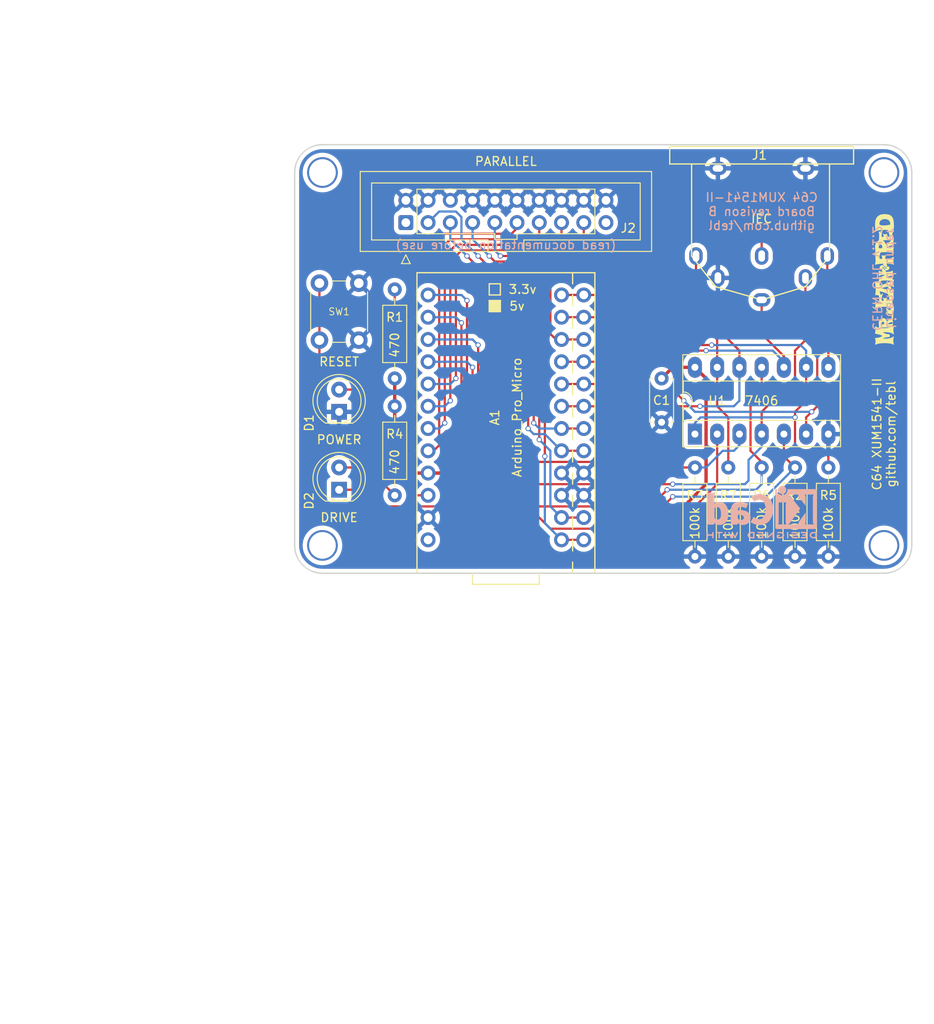
<source format=kicad_pcb>
(kicad_pcb (version 20211014) (generator pcbnew)
  (layers (0 "F.Cu" signal) (31 "B.Cu" signal) (34 "B.Paste" user) (35 "F.Paste" user) (36 "B.SilkS" user "B.Silkscreen") (37 "F.SilkS" user "F.Silkscreen") (38 "B.Mask" user) (39 "F.Mask" user) (44 "Edge.Cuts" user))
  (net 0 "")
  (net 1 "GND")
  (net 2 "Net-(D2-Pad2)")
  (net 3 "/SRQ")
  (net 4 "/ATN")
  (net 5 "/ATN_IN")
  (net 6 "/RESET_IN")
  (net 7 "/DATA_IN")
  (net 8 "/SRQ_IN")
  (net 9 "/DATA0")
  (net 10 "/DATA1")
  (net 11 "/DATA2")
  (net 12 "/DATA3")
  (net 13 "/RESET")
  (net 14 "/DATA")
  (net 15 "/CLK")
  (net 16 "/CLK_IN")
  (net 17 "/DATA7")
  (net 18 "/DATA6")
  (net 19 "/DATA5")
  (net 20 "/DATA4")
  (net 21 "VCC")
  (net 22 "~{MCU_RESET}")
  (net 23 "Net-(D1-Pad2)")
  (net 24 "ACT")
  (footprint "Capacitor_THT:C_Disc_D4.7mm_W2.5mm_P5.00mm" (layer "F.Cu") (at 141.605 81.28 -90)
    (fp_text reference "C1")
    (fp_text value "100nF")
  )
  (footprint "mounting:M3_pin" (layer "F.Cu") (at 102.87 100.33)
    (fp_text reference "M1" hide)
    (fp_text value "Mounting" hide)
  )
  (footprint "mounting:M3_pin" (layer "F.Cu") (at 167.005 100.33)
    (fp_text reference "M2" hide)
    (fp_text value "Mounting" hide)
  )
  (footprint "mounting:M3_pin" (layer "F.Cu") (at 102.87 57.785)
    (fp_text reference "M4" hide)
    (fp_text value "Mounting" hide)
  )
  (footprint "Resistor_THT:R_Axial_DIN0207_L6.3mm_D2.5mm_P10.16mm_Horizontal" (layer "F.Cu") (at 111.125 81.28 90)
    (fp_text reference "R1")
    (fp_text value "470")
  )
  (footprint "Resistor_THT:R_Axial_DIN0207_L6.3mm_D2.5mm_P10.16mm_Horizontal" (layer "F.Cu") (at 156.845 91.44 -90)
    (fp_text reference "R2")
    (fp_text value "100k")
  )
  (footprint "Resistor_THT:R_Axial_DIN0207_L6.3mm_D2.5mm_P10.16mm_Horizontal" (layer "F.Cu") (at 145.415 91.44 -90)
    (fp_text reference "R3")
    (fp_text value "100k")
  )
  (footprint "Resistor_THT:R_Axial_DIN0207_L6.3mm_D2.5mm_P10.16mm_Horizontal" (layer "F.Cu") (at 153.035 91.44 -90)
    (fp_text reference "R6")
    (fp_text value "100k")
  )
  (footprint "Resistor_THT:R_Axial_DIN0207_L6.3mm_D2.5mm_P10.16mm_Horizontal" (layer "F.Cu") (at 149.225 91.44 -90)
    (fp_text reference "R7")
    (fp_text value "100k")
  )
  (footprint "switch_cutout:SW_PUSH_6mm" (layer "F.Cu") (at 104.775 73.66 90)
    (fp_text reference "SW1" hide)
    (fp_text value "RESET")
  )
  (footprint "Package_DIP:DIP-14_W7.62mm_Socket_LongPads" (layer "F.Cu") (at 145.415 87.63 90)
    (fp_text reference "U1")
    (fp_text value "7406")
  )
  (footprint "mounting:M3_pin" (layer "F.Cu") (at 167.005 57.785)
    (fp_text reference "M3" hide)
    (fp_text value "Mounting" hide)
  )
  (footprint "C64_IEC:C64_IEC" (layer "F.Cu") (at 153.035 67.31 180)
    (fp_text reference "J1")
    (fp_text value "IEC")
  )
  (footprint "LED_THT:LED_D5.0mm" (layer "F.Cu") (at 104.775 85.09 90)
    (fp_text reference "D1")
    (fp_text value "POWER")
  )
  (footprint "LED_THT:LED_D5.0mm" (layer "F.Cu") (at 104.775 93.98 90)
    (fp_text reference "D2")
    (fp_text value "DRIVE")
  )
  (footprint "Resistor_THT:R_Axial_DIN0207_L6.3mm_D2.5mm_P10.16mm_Horizontal" (layer "F.Cu") (at 160.655 91.44 -90)
    (fp_text reference "R5")
    (fp_text value "100k")
  )
  (footprint "arduino_pro_micro:Arduino_Pro_Micro" (layer "F.Cu") (at 123.825 85.725 180)
    (fp_text reference "A1")
    (fp_text value "Arduino_Pro_Micro")
  )
  (footprint "Resistor_THT:R_Axial_DIN0207_L6.3mm_D2.5mm_P10.16mm_Horizontal" (layer "F.Cu") (at 111.125 84.455 -90)
    (fp_text reference "R4")
    (fp_text value "470")
  )
  (footprint "speed_dos:SpeedDOS_IDC" (layer "F.Cu") (at 112.395 63.5 90)
    (fp_text reference "J2")
    (fp_text value "PARALLEL")
  )
  (footprint "Symbols:KiCad-Logo2_6mm_SilkScreen" (layer "B.Cu") (at 153.035 96.52 180)
    (fp_text reference "REF***" hide)
    (fp_text value "KiCad-Logo2_6mm_SilkScreen" hide)
  )
  (gr_poly (pts (xy 166.020975 73.23186) (xy 166.01942 73.237983) (xy 166.018548 73.233617)) (layer "F.SilkS") (width 0.066) (fill solid))
  (gr_poly (pts (xy 167.07227 68.648756) (xy 167.079055 68.648512) (xy 167.085781 68.648107) (xy 167.089874 68.64776) (xy 167.088042 68.64806) (xy 167.084764 68.648514) (xy 167.081458 68.64889) (xy 167.078125 68.649192) (xy 167.074767 68.649423) (xy 167.071384 68.649585) (xy 167.066264 68.649679) (xy 167.066253 68.648828)) (layer "F.SilkS") (width 0.066) (fill solid))
  (gr_poly (pts (xy 166.015819 63.734836) (xy 166.016801 63.686869) (xy 166.018765 63.634482) (xy 166.02204 63.576856) (xy 166.026624 63.513991) (xy 166.032517 63.445888) (xy 166.03339 63.445887) (xy 166.03519 63.425914) (xy 166.037306 63.405941) (xy 166.039729 63.385968) (xy 166.042449 63.365995) (xy 166.045456 63.346023) (xy 166.048738 63.32605) (xy 166.052287 63.306077) (xy 166.056092 63.286104) (xy 166.060553 63.266171) (xy 166.065423 63.246309) (xy 166.070703 63.226508) (xy 166.076392 63.206759) (xy 166.08249 63.18705) (xy 166.088998 63.167373) (xy 166.095914 63.147715) (xy 166.10324 63.128068) (xy 166.111012 63.108544) (xy 166.119243 63.089255) (xy 166.127905 63.070191) (xy 166.136965 63.051342) (xy 166.146394 63.032698) (xy 166.15616 63.014248) (xy 166.166233 62.995983) (xy 166.176583 62.977891) (xy 166.187635 62.960007) (xy 166.199189 62.942379) (xy 166.211254 62.925017) (xy 166.223841 62.907931) (xy 166.23696 62.891132) (xy 166.250621 62.87463) (xy 166.264835 62.858434) (xy 166.279612 62.842556) (xy 166.294919 62.827004) (xy 166.310717 62.811779) (xy 166.327006 62.796881) (xy 166.343786 62.782311) (xy 166.361058 62.768068) (xy 166.378821 62.754152) (xy 166.397074 62.740564) (xy 166.415819 62.727303) (xy 166.435386 62.714492) (xy 166.455465 62.702242) (xy 166.476075 62.690545) (xy 166.497238 62.679391) (xy 166.518974 62.668768) (xy 166.541304 62.658668) (xy 166.564247 62.649079) (xy 166.587825 62.639991) (xy 166.611976 62.631396) (xy 166.636638 62.623292) (xy 166.661832 62.61568) (xy 166.687579 62.608558) (xy 166.713899 62.601928) (xy 166.740813 62.595789) (xy 166.76834 62.590141) (xy 166.796502 62.584984) (xy 166.825315 62.580403) (xy 166.854783 62.576498) (xy 166.884906 62.573288) (xy 166.915683 62.570795) (xy 166.947116 62.569038) (xy 166.979203 62.568039) (xy 167.011945 62.567817) (xy 167.045342 62.568394) (xy 167.084797 62.567988) (xy 167.123269 62.568094) (xy 167.160759 62.568732) (xy 167.197266 62.569922) (xy 167.232791 62.571685) (xy 167.267334 62.574042) (xy 167.300895 62.577012) (xy 167.333474 62.580617) (xy 167.365152 62.584792) (xy 167.396011 62.589458) (xy 167.426052 62.594614) (xy 167.455275 62.600263) (xy 167.483678 62.606402) (xy 167.511264 62.613032) (xy 167.53803 62.620154) (xy 167.563979 62.627766) (xy 167.589072 62.635946) (xy 167.613297 62.644751) (xy 167.636682 62.654148) (xy 167.659258 62.664109) (xy 167.681058 62.674602) (xy 167.70211 62.685596) (xy 167.722446 62.697061) (xy 167.742096 62.708966) (xy 167.751663 62.715084) (xy 167.761047 62.721322) (xy 167.77025 62.727678) (xy 167.779272 62.734149) (xy 167.788115 62.740733) (xy 167.796781 62.747427) (xy 167.80527 62.754228) (xy 167.813583 62.761135) (xy 167.82969 62.775251) (xy 167.845111 62.789757) (xy 167.859857 62.804631) (xy 167.873938 62.819853) (xy 167.887403 62.835409) (xy 167.900295 62.851313) (xy 167.906527 62.859402) (xy 167.912615 62.867585) (xy 167.918559 62.875866) (xy 167.924361 62.884246) (xy 167.930019 62.892729) (xy 167.935534 62.901316) (xy 167.940906 62.910012) (xy 167.946134 62.918817) (xy 167.95122 62.927734) (xy 167.956162 62.936767) (xy 167.96096 62.945917) (xy 167.965616 62.955188) (xy 167.97462 62.973725) (xy 167.983297 62.99265) (xy 167.991646 63.011944) (xy 167.999668 63.031586) (xy 168.007362 63.051556) (xy 168.014729 63.071832) (xy 168.021769 63.092394) (xy 168.028481 63.113223) (xy 168.034864 63.134342) (xy 168.040909 63.155788) (xy 168.046607 63.177561) (xy 168.051946 63.199662) (xy 168.056917 63.222091) (xy 168.06151 63.244846) (xy 168.065713 63.267929) (xy 168.069518 63.29134) (xy 168.076898 63.338666) (xy 168.083379 63.386401) (xy 168.08904 63.434627) (xy 168.093965 63.483427) (xy 168.099368 63.543195) (xy 168.103788 63.599444) (xy 168.107226 63.652254) (xy 168.109682 63.701709) (xy 168.112083 63.792076) (xy 168.112874 63.833331) (xy 168.113174 63.871967) (xy 168.11286 63.908461) (xy 168.111974 63.943236) (xy 168.110596 63.97621) (xy 168.108809 64.007302) (xy 168.104006 64.065038) (xy 168.101687 64.092146) (xy 168.099204 64.118189) (xy 168.094402 64.167958) (xy 168.092083 64.19186) (xy 168.0896 64.215107) (xy 168.088409 64.226606) (xy 168.087444 64.238177) (xy 168.086684 64.249809) (xy 168.086107 64.261492) (xy 168.085695 64.273216) (xy 168.085425 64.284971) (xy 168.085234 64.308531) (xy 168.085318 64.320439) (xy 168.085575 64.332583) (xy 168.086017 64.344952) (xy 168.086653 64.357535) (xy 168.087494 64.370324) (xy 168.088549 64.383306) (xy 168.08983 64.396473) (xy 168.091346 64.409814) (xy 168.094948 64.437318) (xy 168.099204 64.466131) (xy 168.104115 64.496254) (xy 168.109682 64.527687) (xy 168.108127 64.525057) (xy 168.106411 64.522407) (xy 168.104536 64.519736) (xy 168.102506 64.517045) (xy 168.100321 64.514334) (xy 168.097986 64.511602) (xy 168.095503 64.508849) (xy 168.092874 64.506077) (xy 168.090101 64.503283) (xy 168.087188 64.500469) (xy 168.084137 64.497635) (xy 168.08095 64.494781) (xy 168.07763 64.491906) (xy 168.07418 64.48901) (xy 168.070602 64.486094) (xy 168.066899 64.483158) (xy 168.063072 64.480231) (xy 168.059124 64.477344) (xy 168.055056 64.474496) (xy 168.050869 64.471684) (xy 168.046564 64.468909) (xy 168.042142 64.466168) (xy 168.032956 64.460784) (xy 168.028068 64.458115) (xy 168.033366 64.441471) (xy 168.040705 64.415929) (xy 168.016543 64.438712) (xy 168.007158 64.447452) (xy 168.013242 64.450375) (xy 168.023319 64.455523) (xy 168.028068 64.458115) (xy 168.024238 64.470145) (xy 168.003269 64.532055) (xy 167.983119 64.592001) (xy 167.975014 64.618218) (xy 167.969108 64.640322) (xy 167.960418 64.678809) (xy 167.952628 64.715739) (xy 167.945657 64.751197) (xy 167.939422 64.785263) (xy 167.936595 64.801838) (xy 167.933992 64.818168) (xy 167.929381 64.850092) (xy 167.925425 64.881033) (xy 167.921959 64.910993) (xy 167.920733 64.925686) (xy 167.919681 64.940297) (xy 167.918813 64.954826) (xy 167.918139 64.969274) (xy 167.917671 64.983639) (xy 167.917416 64.997923) (xy 167.917387 65.012125) (xy 167.917594 65.026246) (xy 167.917752 65.040366) (xy 167.918208 65.054567) (xy 167.918929 65.068851) (xy 167.919886 65.083217) (xy 167.921047 65.097664) (xy 167.922383 65.112194) (xy 167.925452 65.141498) (xy 167.927209 65.156355) (xy 167.92919 65.171457) (xy 167.933747 65.202398) (xy 167.938958 65.234322) (xy 167.944661 65.267229) (xy 167.958522 65.336751) (xy 167.966148 65.373681) (xy 167.974347 65.412168) (xy 167.985514 65.462421) (xy 167.989436 65.45799) (xy 167.999668 65.445998) (xy 168.009736 65.433761) (xy 168.019641 65.421278) (xy 168.029381 65.40855) (xy 168.038958 65.395576) (xy 168.048409 65.382312) (xy 168.057758 65.3687) (xy 168.066984 65.35472) (xy 168.076066 65.340351) (xy 168.084985 65.325573) (xy 168.09372 65.310365) (xy 168.10225 65.294706) (xy 168.110555 65.278577) (xy 168.097308 65.343065) (xy 168.085125 65.404198) (xy 168.074088 65.461892) (xy 168.064279 65.516067) (xy 168.059939 65.542426) (xy 168.05608 65.568468) (xy 168.052691 65.594203) (xy 168.049763 65.619642) (xy 168.047286 65.644794) (xy 168.045248 65.66967) (xy 168.04364 65.694279) (xy 168.042451 65.718633) (xy 168.042045 65.742823) (xy 168.042151 65.766942) (xy 168.042789 65.790999) (xy 168.043979 65.815004) (xy 168.045742 65.838969) (xy 168.048099 65.862903) (xy 168.05107 65.886817) (xy 168.054675 65.91072) (xy 168.058972 65.934787) (xy 168.064006 65.959192) (xy 168.069777 65.983945) (xy 168.076284 66.009056) (xy 168.083529 66.034535) (xy 168.09151 66.060393) (xy 168.100227 66.086639) (xy 168.109681 66.113285) (xy 168.104248 66.10911) (xy 168.098752 66.105097) (xy 168.093192 66.101241) (xy 168.087567 66.097542) (xy 168.081875 66.093996) (xy 168.076116 66.090601) (xy 168.070287 66.087355) (xy 168.064388 66.084254) (xy 168.058417 66.081297) (xy 168.052374 66.07848) (xy 168.046256 66.075801) (xy 168.040063 66.073258) (xy 168.033794 66.070848) (xy 168.027446 66.068568) (xy 168.021019 66.066417) (xy 168.014511 66.06439) (xy 168.012764 66.06389) (xy 168.012764 65.585047) (xy 167.985514 65.462421) (xy 167.97904 65.469736) (xy 167.968481 65.481237) (xy 167.957758 65.492492) (xy 167.946871 65.503541) (xy 167.935821 65.514416) (xy 167.924606 65.525107) (xy 167.913229 65.535603) (xy 167.911769 65.536905) (xy 167.915779 65.538075) (xy 167.924956 65.540931) (xy 167.933856 65.5439) (xy 167.942469 65.546992) (xy 167.950786 65.550216) (xy 167.958796 65.553584) (xy 167.966489 65.557105) (xy 167.973813 65.56067) (xy 167.980718 65.564173) (xy 167.987193 65.567634) (xy 167.990266 65.569357) (xy 167.993228 65.571076) (xy 167.996078 65.572795) (xy 167.998813 65.574517) (xy 168.001434 65.576245) (xy 168.003938 65.577979) (xy 168.006324 65.579724) (xy 168.008592 65.581482) (xy 168.010739 65.583256) (xy 168.012764 65.585047) (xy 168.012764 66.06389) (xy 168.007942 66.062507) (xy 168.001332 66.060786) (xy 167.994681 66.059223) (xy 167.98799 66.057815) (xy 167.981257 66.056562) (xy 167.974483 66.055459) (xy 167.967669 66.054504) (xy 167.960814 66.053695) (xy 167.953917 66.05303) (xy 167.94698 66.052505) (xy 167.932983 66.051867) (xy 167.918822 66.051761) (xy 167.904497 66.052167) (xy 167.889969 66.053105) (xy 167.875206 66.054596) (xy 167.860218 66.056618) (xy 167.845015 66.059153) (xy 167.829608 66.062178) (xy 167.814006 66.065674) (xy 167.79822 66.06962) (xy 167.78226 66.073995) (xy 167.766216 66.078741) (xy 167.750172 66.083804) (xy 167.734129 66.089174) (xy 167.718085 66.094841) (xy 167.702041 66.100794) (xy 167.685998 66.107024) (xy 167.669954 66.113519) (xy 167.65391 66.120271) (xy 167.637867 66.12727) (xy 167.621823 66.134514) (xy 167.605779 66.142004) (xy 167.589736 66.149739) (xy 167.573692 66.15772) (xy 167.557648 66.165946) (xy 167.541605 66.174418) (xy 167.525561 66.183136) (xy 167.509597 66.192057) (xy 167.493787 66.201131) (xy 167.478121 66.210348) (xy 167.462587 66.219698) (xy 167.431877 66.238756) (xy 167.401577 66.258224) (xy 167.371932 66.27787) (xy 167.343187 66.297516) (xy 167.315261 66.317161) (xy 167.288071 66.336807) (xy 167.274812 66.3463) (xy 167.261891 66.355784) (xy 167.249318 66.365246) (xy 167.237102 66.374678) (xy 167.225255 66.384069) (xy 167.213787 66.393409) (xy 167.202708 66.402688) (xy 167.192027 66.411895) (xy 167.222791 66.412208) (xy 167.253473 66.413095) (xy 167.283992 66.414473) (xy 167.314265 66.41626) (xy 167.345056 66.418594) (xy 167.375929 66.420517) (xy 167.438248 66.424118) (xy 167.562232 66.430231) (xy 167.592996 66.431363) (xy 167.623678 66.432085) (xy 167.654197 66.432317) (xy 167.684469 66.431976) (xy 167.699776 66.431567) (xy 167.71492 66.430994) (xy 167.729899 66.430257) (xy 167.744715 66.429357) (xy 167.759367 66.428293) (xy 167.773856 66.427065) (xy 167.78818 66.425673) (xy 167.802341 66.424118) (xy 167.816419 66.422396) (xy 167.830486 66.420489) (xy 167.844533 66.418378) (xy 167.858549 66.416042) (xy 167.872524 66.41346) (xy 167.886448 66.410612) (xy 167.900311 66.407478) (xy 167.914101 66.404037) (xy 167.92777 66.400309) (xy 167.941264 66.396315) (xy 167.954574 66.392035) (xy 167.967689 66.387447) (xy 167.9806 66.382532) (xy 167.993297 66.37727) (xy 168.005768 66.371639) (xy 168.018003 66.365619) (xy 168.030036 66.359274) (xy 168.041905 66.352672) (xy 168.05361 66.345804) (xy 168.065152 66.338661) (xy 168.07653 66.331231) (xy 168.087744 66.323504) (xy 168.098795 66.31547) (xy 168.109681 66.307119) (xy 168.102123 66.332836) (xy 168.095057 66.357651) (xy 168.081741 66.404909) (xy 168.076025 66.427638) (xy 168.070718 66.449876) (xy 168.065902 66.471458) (xy 168.06166 66.492222) (xy 168.057908 66.512863) (xy 168.054566 66.532932) (xy 168.053073 66.542777) (xy 168.051714 66.552509) (xy 168.050498 66.562139) (xy 168.049436 66.571677) (xy 168.048247 66.58117) (xy 168.047294 66.590654) (xy 168.046566 66.600117) (xy 168.046053 66.609549) (xy 168.045744 66.61894) (xy 168.04563 66.62828) (xy 168.0457 66.637559) (xy 168.045943 66.646766) (xy 168.046349 66.655973) (xy 168.046898 66.665251) (xy 168.048344 66.683982) (xy 168.050118 66.702878) (xy 168.052055 66.721855) (xy 168.057512 66.761145) (xy 168.06065 66.781773) (xy 168.062393 66.792332) (xy 168.064279 66.803055) (xy 168.068372 66.824992) (xy 168.072792 66.847585) (xy 168.077539 66.870832) (xy 168.082614 66.894734) (xy 168.088181 66.919454) (xy 168.094402 66.945156) (xy 168.101277 66.971841) (xy 168.108808 66.999508) (xy 168.107263 66.996889) (xy 168.105577 66.994273) (xy 168.103749 66.991662) (xy 168.101782 66.989058) (xy 168.099677 66.986465) (xy 168.097435 66.983884) (xy 168.095058 66.981319) (xy 168.092546 66.978771) (xy 168.089901 66.976245) (xy 168.087125 66.973741) (xy 168.084218 66.971263) (xy 168.081182 66.968812) (xy 168.078018 66.966393) (xy 168.074727 66.964007) (xy 168.071311 66.961657) (xy 168.067771 66.959345) (xy 168.060323 66.954802) (xy 168.052383 66.950341) (xy 168.043951 66.945962) (xy 168.035029 66.941664) (xy 168.025616 66.937449) (xy 168.015711 66.933315) (xy 168.005316 66.929263) (xy 167.994429 66.925293) (xy 167.983092 66.921405) (xy 167.971346 66.917598) (xy 167.95919 66.913874) (xy 167.946625 66.910231) (xy 167.933651 66.906671) (xy 167.920268 66.903192) (xy 167.906475 66.899795) (xy 167.892273 66.89648) (xy 167.877706 66.892997) (xy 167.862832 66.88974) (xy 167.847672 66.886687) (xy 167.832246 66.883819) (xy 167.816574 66.881114) (xy 167.800677 66.878553) (xy 167.768289 66.873778) (xy 167.734756 66.869344) (xy 167.699749 66.865156) (xy 167.663433 66.861131) (xy 167.62597 66.857188) (xy 167.587525 66.853437) (xy 167.548262 66.850095) (xy 167.508344 66.847243) (xy 167.467934 66.844965) (xy 167.426993 66.842659) (xy 167.385315 66.840927) (xy 167.342818 66.839685) (xy 167.299421 66.838853) (xy 167.255683 66.838362) (xy 167.212109 66.838198) (xy 167.168535 66.838362) (xy 167.16758 66.838373) (xy 167.16758 66.025098) (xy 167.215738 65.992165) (xy 167.262096 65.96136) (xy 167.306816 65.93252) (xy 167.350063 65.905481) (xy 167.391454 65.879778) (xy 167.4317 65.855057) (xy 167.508099 65.808563) (xy 167.644306 65.725616) (xy 167.675247 65.70664) (xy 167.705206 65.687745) (xy 167.734183 65.669014) (xy 167.762178 65.650528) (xy 167.775846 65.641321) (xy 167.78934 65.632042) (xy 167.80265 65.622702) (xy 167.815766 65.613311) (xy 167.828677 65.603879) (xy 167.841373 65.594416) (xy 167.853844 65.584933) (xy 167.86608 65.575439) (xy 167.878113 65.565823) (xy 167.889982 65.555971) (xy 167.901687 65.545894) (xy 167.911769 65.536905) (xy 167.906337 65.53532) (xy 167.896639 65.532658) (xy 167.886434 65.530095) (xy 167.886434 64.508343) (xy 167.894159 64.508257) (xy 167.901782 64.507958) (xy 167.909303 64.507449) (xy 167.916721 64.506733) (xy 167.920464 64.506151) (xy 167.924319 64.505234) (xy 167.928277 64.504002) (xy 167.932326 64.502473) (xy 167.936456 64.500667) (xy 167.940658 64.498603) (xy 167.949231 64.493773) (xy 167.957963 64.488135) (xy 167.96677 64.481839) (xy 167.97557 64.475037) (xy 167.984279 64.46788) (xy 167.992814 64.460517) (xy 168.001092 64.453101) (xy 168.007158 64.447452) (xy 168.002736 64.445328) (xy 167.99181 64.440374) (xy 167.980471 64.435504) (xy 167.968713 64.430715) (xy 167.956525 64.426009) (xy 167.943897 64.421384) (xy 167.930819 64.416841) (xy 167.91728 64.41238) (xy 167.903271 64.408) (xy 167.888781 64.403703) (xy 167.874171 64.399485) (xy 167.859163 64.39534) (xy 167.82799 64.387222) (xy 167.795343 64.379269) (xy 167.761305 64.371398) (xy 167.743827 64.367548) (xy 167.726093 64.36384) (xy 167.689818 64.356773) (xy 167.652396 64.350033) (xy 167.613746 64.343457) (xy 167.574128 64.337591) (xy 167.533856 64.331888) (xy 167.505604 64.328178) (xy 167.503098 64.326109) (xy 167.47672 64.30365) (xy 167.451407 64.281559) (xy 167.427771 64.260512) (xy 167.434173 64.271368) (xy 167.442477 64.284495) (xy 167.462259 64.314863) (xy 167.467852 64.323568) (xy 167.492928 64.326513) (xy 167.505604 64.328178) (xy 167.529926 64.348261) (xy 167.556591 64.369431) (xy 167.582478 64.388943) (xy 167.594938 64.397867) (xy 167.606973 64.406123) (xy 167.618507 64.413627) (xy 167.629463 64.420294) (xy 167.650252 64.432288) (xy 167.670704 64.443391) (xy 167.690808 64.453614) (xy 167.710554 64.462968) (xy 167.729932 64.471462) (xy 167.748931 64.479107) (xy 167.767541 64.485913) (xy 167.785752 64.49189) (xy 167.794705 64.494551) (xy 167.803556 64.496969) (xy 167.812304 64.499146) (xy 167.82095 64.501085) (xy 167.829493 64.502789) (xy 167.837935 64.504261) (xy 167.846274 64.505502) (xy 167.854511 64.506515) (xy 167.862645 64.507303) (xy 167.870677 64.507869) (xy 167.878607 64.508215) (xy 167.886434 64.508343) (xy 167.886434 65.530095) (xy 167.886366 65.530078) (xy 167.875848 65.52757) (xy 167.854074 65.522726) (xy 167.831318 65.518047) (xy 167.80758 65.51345) (xy 167.78286 65.509029) (xy 167.757157 65.504936) (xy 167.730472 65.501171) (xy 167.702805 65.497734) (xy 167.674333 65.494487) (xy 167.645288 65.491403) (xy 167.615752 65.488647) (xy 167.585806 65.486383) (xy 167.555015 65.483927) (xy 167.524142 65.481799) (xy 167.493105 65.479998) (xy 167.461823 65.478525) (xy 167.430076 65.476861) (xy 167.397757 65.475688) (xy 167.364947 65.474841) (xy 167.331727 65.474158) (xy 167.198139 65.474158) (xy 167.164755 65.474459) (xy 167.131454 65.47525) (xy 167.065424 65.47765) (xy 167.000485 65.480379) (xy 166.968302 65.481948) (xy 166.936201 65.483763) (xy 166.905096 65.485892) (xy 166.889776 65.487128) (xy 166.889776 65.167484) (xy 166.897462 65.167352) (xy 166.905097 65.166924) (xy 166.91269 65.166209) (xy 166.920253 65.165218) (xy 166.927796 65.163961) (xy 166.935328 65.162448) (xy 166.942943 65.160649) (xy 166.950731 65.158533) (xy 166.958703 65.15611) (xy 166.96687 65.15339) (xy 166.975242 65.150383) (xy 166.983828 65.147101) (xy 166.992639 65.143552) (xy 167.001686 65.139747) (xy 167.002834 65.126693) (xy 167.003664 65.113731) (xy 167.004188 65.100872) (xy 167.004415 65.088124) (xy 167.004355 65.0755) (xy 167.004019 65.063008) (xy 167.003417 65.05066) (xy 167.002559 65.038465) (xy 167.001493 65.026432) (xy 167.000254 65.014563) (xy 166.99883 65.002858) (xy 166.997211 64.991316) (xy 166.995388 64.979938) (xy 166.99335 64.968724) (xy 166.991087 64.957674) (xy 166.988589 64.946787) (xy 166.985847 64.936065) (xy 166.982859 64.925518) (xy 166.979626 64.915155) (xy 166.976147 64.904986) (xy 166.972423 64.895022) (xy 166.968453 64.885273) (xy 166.964237 64.875748) (xy 166.959776 64.86646) (xy 166.955112 64.857416) (xy 166.950294 64.848629) (xy 166.945334 64.840107) (xy 166.94024 64.831862) (xy 166.935023 64.823903) (xy 166.929694 64.816241) (xy 166.924263 64.808886) (xy 166.918739 64.801848) (xy 166.932368 64.809788) (xy 166.945751 64.817237) (xy 166.958889 64.824194) (xy 166.971782 64.830661) (xy 166.984428 64.836637) (xy 166.996829 64.842121) (xy 167.008985 64.847114) (xy 167.020895 64.851617) (xy 167.032719 64.855626) (xy 167.044606 64.859134) (xy 167.056533 64.86213) (xy 167.062505 64.863433) (xy 167.06848 64.864604) (xy 167.074455 64.865642) (xy 167.080428 64.866546) (xy 167.086395 64.867315) (xy 167.092355 64.867946) (xy 167.098304 64.868439) (xy 167.104241 64.868793) (xy 167.110162 64.869007) (xy 167.116065 64.869078) (xy 167.128015 64.868834) (xy 167.140281 64.86811) (xy 167.152854 64.866914) (xy 167.165724 64.865259) (xy 167.178881 64.863153) (xy 167.192314 64.860606) (xy 167.206013 64.857631) (xy 167.219967 64.854235) (xy 167.234007 64.850347) (xy 167.24863 64.845886) (xy 167.263847 64.840852) (xy 167.279667 64.835246) (xy 167.296101 64.829066) (xy 167.31316 64.822313) (xy 167.330852 64.814987) (xy 167.34919 64.807087) (xy 167.342437 64.817647) (xy 167.335929 64.82837) (xy 167.329667 64.839257) (xy 167.323651 64.850307) (xy 167.31788 64.861522) (xy 167.312355 64.8729) (xy 167.307075 64.884442) (xy 167.302041 64.896147) (xy 167.297293 64.907933) (xy 167.292873 64.919708) (xy 167.28878 64.931463) (xy 167.285015 64.943187) (xy 167.281577 64.95487) (xy 167.278467 64.966502) (xy 167.275683 64.978072) (xy 167.273228 64.989572) (xy 167.2711 65.000991) (xy 167.269299 65.012328) (xy 167.267825 65.023583) (xy 167.266679 65.034756) (xy 167.265861 65.045847) (xy 167.26537 65.056857) (xy 167.265206 65.067785) (xy 167.26537 65.07863) (xy 167.265451 65.083992) (xy 167.26569 65.089273) (xy 167.266083 65.094475) (xy 167.266625 65.099599) (xy 167.267309 65.104646) (xy 167.268132 65.109618) (xy 167.269088 65.114516) (xy 167.270172 65.11934) (xy 167.271378 65.124093) (xy 167.272703 65.128776) (xy 167.274139 65.13339) (xy 167.275683 65.137935) (xy 167.27733 65.142415) (xy 167.279074 65.146829) (xy 167.282832 65.155467) (xy 167.292247 65.156041) (xy 167.302164 65.156462) (xy 167.312592 65.15674) (xy 167.323542 65.156885) (xy 167.335024 65.156907) (xy 167.347048 65.156817) (xy 167.372764 65.156339) (xy 167.385902 65.15622) (xy 167.399121 65.155875) (xy 167.412423 65.155326) (xy 167.425806 65.154592) (xy 167.452819 65.152655) (xy 167.480158 65.150226) (xy 167.533092 65.144878) (xy 167.558862 65.141999) (xy 167.58406 65.138875) (xy 167.596257 65.137156) (xy 167.607962 65.135273) (xy 167.619176 65.133227) (xy 167.629899 65.131017) (xy 167.640131 65.128643) (xy 167.649872 65.126106) (xy 167.659122 65.123404) (xy 167.66788 65.120539) (xy 167.667703 65.099092) (xy 167.667116 65.076664) (xy 167.666644 65.065082) (xy 167.666038 65.053254) (xy 167.66529 65.04118) (xy 167.664388 65.02886) (xy 167.662246 65.003158) (xy 167.659695 64.977128) (xy 167.656652 64.950771) (xy 167.654921 64.937469) (xy 167.653037 64.924086) (xy 167.648781 64.89691) (xy 167.643869 64.869079) (xy 167.638303 64.840594) (xy 167.632082 64.811453) (xy 167.625506 64.782136) (xy 167.618767 64.753063) (xy 167.6117 64.724155) (xy 167.604142 64.695328) (xy 167.596639 64.666515) (xy 167.588644 64.637701) (xy 167.580322 64.608888) (xy 167.571837 64.580074) (xy 167.563173 64.551602) (xy 167.554265 64.523867) (xy 167.545193 64.49695) (xy 167.536038 64.470934) (xy 167.531414 64.457959) (xy 167.526707 64.445218) (xy 167.521918 64.432703) (xy 167.517048 64.420402) (xy 167.512096 64.408306) (xy 167.507061 64.396405) (xy 167.501945 64.384687) (xy 167.496748 64.373144) (xy 167.493824 64.367121) (xy 167.490346 64.360569) (xy 167.482041 64.346214) (xy 167.472467 64.330753) (xy 167.467852 64.323568) (xy 167.451345 64.321629) (xy 167.409121 64.317209) (xy 167.366325 64.313116) (xy 167.323037 64.309351) (xy 167.279339 64.305913) (xy 167.235451 64.302939) (xy 167.191481 64.300456) (xy 167.102968 64.296309) (xy 167.058439 64.295176) (xy 167.01391 64.294453) (xy 166.982477 64.294289) (xy 166.982477 63.85538) (xy 167.027498 63.855039) (xy 167.073501 63.853962) (xy 167.120486 63.852065) (xy 167.168453 63.849269) (xy 167.216925 63.845639) (xy 167.265479 63.841192) (xy 167.289812 63.83861) (xy 167.314197 63.835762) (xy 167.338642 63.832628) (xy 167.36316 63.829186) (xy 167.412096 63.821779) (xy 167.460622 63.813798) (xy 167.508658 63.804998) (xy 167.532466 63.800215) (xy 167.55612 63.795134) (xy 167.579901 63.790101) (xy 167.603446 63.784821) (xy 167.626767 63.779296) (xy 167.649872 63.773525) (xy 167.672773 63.767509) (xy 167.695479 63.761247) (xy 167.718002 63.75474) (xy 167.74035 63.747987) (xy 167.74035 63.747114) (xy 167.743914 63.725013) (xy 167.746762 63.70324) (xy 167.748914 63.681793) (xy 167.750391 63.660674) (xy 167.751213 63.639883) (xy 167.7514 63.619419) (xy 167.750974 63.599283) (xy 167.749954 63.579474) (xy 167.748072 63.560033) (xy 167.745698 63.541002) (xy 167.742833 63.52238) (xy 167.739477 63.504167) (xy 167.73563 63.486364) (xy 167.731291 63.468969) (xy 167.726462 63.451985) (xy 167.721141 63.435409) (xy 167.715079 63.419242) (xy 167.708658 63.403485) (xy 167.701849 63.388137) (xy 167.69462 63.373199) (xy 167.686941 63.358669) (xy 167.678781 63.344549) (xy 167.674511 63.337643) (xy 167.670109 63.330838) (xy 167.665572 63.324136) (xy 167.660895 63.317537) (xy 167.651525 63.304602) (xy 167.641755 63.291985) (xy 167.631596 63.279674) (xy 167.621059 63.26766) (xy 167.610154 63.255933) (xy 167.59889 63.244481) (xy 167.587278 63.233296) (xy 167.575329 63.222366) (xy 167.563054 63.211766) (xy 167.550472 63.201575) (xy 167.537604 63.191793) (xy 167.52447 63.182421) (xy 167.51109 63.173458) (xy 167.497485 63.164904) (xy 167.483675 63.15676) (xy 167.469681 63.149024) (xy 167.455442 63.14162) (xy 167.440895 63.134481) (xy 167.426062 63.127629) (xy 167.410963 63.121084) (xy 167.395619 63.114867) (xy 167.380049 63.108997) (xy 167.364275 63.103495) (xy 167.348317 63.098382) (xy 167.332195 63.093637) (xy 167.315929 63.089229) (xy 167.299541 63.085168) (xy 167.283051 63.081466) (xy 167.266478 63.078132) (xy 167.249845 63.075176) (xy 167.23317 63.07261) (xy 167.216475 63.070442) (xy 167.199487 63.06864) (xy 167.182559 63.067154) (xy 167.165673 63.065976) (xy 167.148808 63.065094) (xy 167.131942 63.064499) (xy 167.115056 63.06418) (xy 167.098129 63.064126) (xy 167.081141 63.064329) (xy 167.064191 63.064861) (xy 167.047375 63.065803) (xy 167.030661 63.067154) (xy 167.014019 63.068914) (xy 166.997418 63.071083) (xy 166.980827 63.073661) (xy 166.964215 63.076649) (xy 166.947552 63.080046) (xy 166.931224 63.08377) (xy 166.914988 63.08774) (xy 166.898854 63.091955) (xy 166.882832 63.096416) (xy 166.866933 63.101123) (xy 166.851168 63.106075) (xy 166.835545 63.111273) (xy 166.820076 63.116716) (xy 166.804807 63.122736) (xy 166.789762 63.129021) (xy 166.774923 63.135594) (xy 166.760267 63.142473) (xy 166.745775 63.14968) (xy 166.731427 63.157234) (xy 166.717201 63.165157) (xy 166.703077 63.173469) (xy 166.689489 63.182106) (xy 166.676229 63.190999) (xy 166.663296 63.200159) (xy 166.65069 63.209595) (xy 166.638412 63.219317) (xy 166.626461 63.229336) (xy 166.614837 63.239661) (xy 166.603541 63.250304) (xy 166.592573 63.261234) (xy 166.581931 63.272419) (xy 166.571618 63.28387) (xy 166.561631 63.295598) (xy 166.551972 63.307612) (xy 166.542641 63.319922) (xy 166.533637 63.33254) (xy 166.52496 63.345474) (xy 166.520775 63.352064) (xy 166.516732 63.358735) (xy 166.512829 63.365488) (xy 166.509066 63.372323) (xy 166.505441 63.379239) (xy 166.501953 63.386238) (xy 166.498601 63.393318) (xy 166.495383 63.400481) (xy 166.492298 63.407725) (xy 166.489344 63.415051) (xy 166.486521 63.422459) (xy 166.483828 63.429949) (xy 166.478822 63.445174) (xy 166.474319 63.460727) (xy 166.470347 63.476605) (xy 166.466938 63.492801) (xy 166.464082 63.509303) (xy 166.461768 63.526102) (xy 166.459985 63.543188) (xy 166.458725 63.56055) (xy 166.457977 63.578178) (xy 166.457729 63.596062) (xy 166.458058 63.614194) (xy 166.459053 63.63257) (xy 166.460722 63.651192) (xy 166.463077 63.67006) (xy 166.466128 63.689173) (xy 166.469885 63.708532) (xy 166.474358 63.728137) (xy 166.479557 63.747987) (xy 166.483077 63.751394) (xy 166.486759 63.75474) (xy 166.490602 63.758024) (xy 166.494605 63.761248) (xy 166.498767 63.764409) (xy 166.503086 63.767509) (xy 166.507561 63.770548) (xy 166.51219 63.773526) (xy 166.516974 63.776442) (xy 166.521909 63.779296) (xy 166.526995 63.782089) (xy 166.532231 63.784821) (xy 166.537616 63.787492) (xy 166.543147 63.790101) (xy 166.548824 63.792648) (xy 166.554646 63.795134) (xy 166.566718 63.799964) (xy 166.579353 63.80463) (xy 166.59254 63.809132) (xy 166.60627 63.81347) (xy 166.620531 63.817645) (xy 166.635315 63.821656) (xy 166.65061 63.825503) (xy 166.666406 63.829186) (xy 166.682735 63.832628) (xy 166.699626 63.835762) (xy 166.71707 63.83861) (xy 166.735056 63.841192) (xy 166.753574 63.843528) (xy 166.772614 63.845639) (xy 166.792165 63.847546) (xy 166.812218 63.849269) (xy 166.832641 63.850785) (xy 166.853309 63.852065) (xy 166.874224 63.853121) (xy 166.895383 63.853962) (xy 166.938439 63.855039) (xy 166.982477 63.85538) (xy 166.982477 64.294289) (xy 166.96938 64.294221) (xy 166.924851 64.294562) (xy 166.885584 64.295407) (xy 166.847579 64.375109) (xy 166.827897 64.418332) (xy 166.809953 64.459775) (xy 166.794998 64.497248) (xy 166.78903 64.513811) (xy 166.784278 64.528561) (xy 166.776299 64.555772) (xy 166.768739 64.583035) (xy 166.761609 64.610319) (xy 166.754919 64.637592) (xy 166.748679 64.664824) (xy 166.7429 64.691985) (xy 166.737591 64.719043) (xy 166.732764 64.745969) (xy 166.728425 64.772981) (xy 166.724578 64.799666) (xy 166.721222 64.826023) (xy 166.718357 64.852053) (xy 166.715983 64.877756) (xy 166.7141 64.903131) (xy 166.712709 64.928179) (xy 166.711809 64.952899) (xy 166.711398 64.977459) (xy 166.711467 65.001385) (xy 166.712008 65.024696) (xy 166.713009 65.047415) (xy 166.71446 65.06956) (xy 166.716351 65.091153) (xy 166.718672 65.112214) (xy 166.721413 65.132763) (xy 166.74597 65.139502) (xy 166.768562 65.145423) (xy 166.807852 65.155464) (xy 166.816648 65.157635) (xy 166.825342 65.15957) (xy 166.833913 65.161281) (xy 166.842341 65.162776) (xy 166.850605 65.164067) (xy 166.858684 65.165164) (xy 166.86656 65.166076) (xy 166.87421 65.166815) (xy 166.882029 65.167308) (xy 166.889776 65.167484) (xy 166.889776 65.487128) (xy 166.874646 65.488348) (xy 166.844851 65.491131) (xy 166.81571 65.494241) (xy 166.787238 65.497651) (xy 166.759503 65.501226) (xy 166.70657 65.50821) (xy 166.681017 65.511635) (xy 166.656692 65.515305) (xy 166.651238 65.516207) (xy 166.661851 65.516554) (xy 166.673049 65.517164) (xy 166.68421 65.518015) (xy 166.695334 65.519107) (xy 166.706425 65.520438) (xy 166.717482 65.522007) (xy 166.728507 65.523813) (xy 166.750466 65.528129) (xy 166.772313 65.533377) (xy 166.794058 65.539545) (xy 166.81571 65.546624) (xy 166.8263 65.550522) (xy 166.836787 65.554685) (xy 166.847168 65.559112) (xy 166.857443 65.5638) (xy 166.867611 65.56875) (xy 166.87767 65.573959) (xy 166.887619 65.579427) (xy 166.897457 65.585151) (xy 166.907182 65.591132) (xy 166.916793 65.597366) (xy 166.92629 65.603855) (xy 166.93567 65.610595) (xy 166.944932 65.617586) (xy 166.954075 65.624826) (xy 166.963098 65.632314) (xy 166.972 65.64005) (xy 166.980768 65.648041) (xy 166.989392 65.656298) (xy 166.997871 65.664821) (xy 167.006202 65.67361) (xy 167.014385 65.682665) (xy 167.022418 65.691987) (xy 167.0303 65.701574) (xy 167.03803 65.711427) (xy 167.045606 65.721547) (xy 167.053028 65.731932) (xy 167.060294 65.742584) (xy 167.067402 65.753501) (xy 167.074352 65.764685) (xy 167.081142 65.776134) (xy 167.087771 65.78785) (xy 167.094237 65.799832) (xy 167.100663 65.812069) (xy 167.106843 65.824552) (xy 167.112778 65.837281) (xy 167.118466 65.850255) (xy 167.12391 65.863475) (xy 167.129108 65.87694) (xy 167.13406 65.890651) (xy 167.138767 65.904607) (xy 167.143228 65.918809) (xy 167.147443 65.933257) (xy 167.151413 65.94795) (xy 167.155138 65.962888) (xy 167.158617 65.978072) (xy 167.16185 65.993502) (xy 167.164838 66.009177) (xy 167.16758 66.025098) (xy 167.16758 66.838373) (xy 167.124796 66.838853) (xy 167.080908 66.839658) (xy 167.036938 66.840708) (xy 166.948425 66.843219) (xy 166.904196 66.844692) (xy 166.860458 66.846493) (xy 166.817047 66.848621) (xy 166.7738 66.851077) (xy 166.731413 66.853873) (xy 166.689434 66.857079) (xy 166.647947 66.860777) (xy 166.607033 66.865047) (xy 166.606277 66.865134) (xy 166.610258 66.857716) (xy 166.626311 66.829695) (xy 166.643284 66.801859) (xy 166.661167 66.774238) (xy 166.639888 66.786353) (xy 166.61863 66.797813) (xy 166.597412 66.808618) (xy 166.576256 66.818768) (xy 166.56687 66.822997) (xy 166.56687 66.462001) (xy 166.577347 66.461907) (xy 166.587825 66.46166) (xy 166.598754 66.461211) (xy 166.609939 66.460527) (xy 166.621391 66.459618) (xy 166.633118 66.458494) (xy 166.645132 66.457166) (xy 166.657443 66.455643) (xy 166.670061 66.453937) (xy 166.682996 66.452056) (xy 166.741277 66.443324) (xy 166.774837 66.438058) (xy 166.811345 66.431973) (xy 166.820472 66.402633) (xy 166.828207 66.374224) (xy 166.834551 66.346777) (xy 166.839503 66.320322) (xy 166.841457 66.307477) (xy 166.843064 66.294891) (xy 166.844322 66.282569) (xy 166.845233 66.270514) (xy 166.845796 66.25873) (xy 166.846011 66.247221) (xy 166.845878 66.235991) (xy 166.845397 66.225044) (xy 166.843388 66.203597) (xy 166.842101 66.193242) (xy 166.840622 66.183133) (xy 166.838949 66.17327) (xy 166.837078 66.163652) (xy 166.835008 66.154279) (xy 166.832736 66.145152) (xy 166.83026 66.136271) (xy 166.827576 66.127635) (xy 166.824683 66.119245) (xy 166.821577 66.111101) (xy 166.818256 66.103202) (xy 166.814718 66.095548) (xy 166.81096 66.088141) (xy 166.806979 66.080978) (xy 166.802815 66.074052) (xy 166.798504 66.067351) (xy 166.794045 66.060878) (xy 166.789435 66.054635) (xy 166.784672 66.048621) (xy 166.779752 66.042839) (xy 166.774674 66.03729) (xy 166.769435 66.031974) (xy 166.764032 66.026894) (xy 166.758463 66.022051) (xy 166.752725 66.017446) (xy 166.746816 66.013079) (xy 166.740732 66.008953) (xy 166.734472 66.005069) (xy 166.728034 66.001428) (xy 166.721413 65.998031) (xy 166.714681 65.99487) (xy 166.707909 65.991935) (xy 166.701098 65.989227) (xy 166.694251 65.986749) (xy 166.687367 65.984501) (xy 166.68045 65.982484) (xy 166.673498 65.9807) (xy 166.666515 65.97915) (xy 166.659502 65.977835) (xy 166.652458 65.976758) (xy 166.645387 65.975917) (xy 166.638289 65.975317) (xy 166.631165 65.974956) (xy 166.624017 65.974838) (xy 166.616846 65.974962) (xy 166.609653 65.975331) (xy 166.60247 65.97577) (xy 166.595328 65.976435) (xy 166.588227 65.977326) (xy 166.581167 65.978441) (xy 166.574148 65.979781) (xy 166.56717 65.981347) (xy 166.560233 65.983137) (xy 166.553337 65.985153) (xy 166.546481 65.987393) (xy 166.539667 65.989859) (xy 166.532893 65.99255) (xy 166.526161 65.995466) (xy 166.519469 65.998608) (xy 166.512818 66.001974) (xy 166.506208 66.005566) (xy 166.499639 66.009382) (xy 166.493172 66.01327) (xy 166.486867 66.017402) (xy 166.480719 66.021777) (xy 166.474728 66.026394) (xy 166.46889 66.031252) (xy 166.463203 66.036348) (xy 166.457665 66.041683) (xy 166.452272 66.047254) (xy 166.447023 66.05306) (xy 166.442886 66.057952) (xy 166.442886 65.585919) (xy 166.444083 65.584599) (xy 166.445384 65.58326) (xy 166.44679 65.581904) (xy 166.448302 65.58053) (xy 166.449921 65.579141) (xy 166.451649 65.577739) (xy 166.453488 65.576323) (xy 166.455437 65.574896) (xy 166.457499 65.573458) (xy 166.459675 65.572012) (xy 166.461966 65.570558) (xy 166.464373 65.569098) (xy 166.466898 65.567632) (xy 166.469542 65.566163) (xy 166.472306 65.564691) (xy 166.475191 65.563218) (xy 166.481249 65.560311) (xy 166.487633 65.557475) (xy 166.494346 65.5547) (xy 166.501385 65.551977) (xy 166.508752 65.549294) (xy 166.516447 65.546642) (xy 166.524468 65.544011) (xy 166.532818 65.54139) (xy 166.541781 65.538811) (xy 166.55099 65.536315) (xy 166.560444 65.5339) (xy 166.570144 65.531567) (xy 166.580089 65.529316) (xy 166.59028 65.527146) (xy 166.600717 65.525059) (xy 166.611399 65.523053) (xy 166.633514 65.519138) (xy 166.651238 65.516207) (xy 166.650615 65.516187) (xy 166.639339 65.516064) (xy 166.628043 65.516197) (xy 166.616747 65.516596) (xy 166.605451 65.517261) (xy 166.594155 65.518193) (xy 166.582859 65.51939) (xy 166.571563 65.520853) (xy 166.560267 65.522582) (xy 166.548971 65.524577) (xy 166.537675 65.526839) (xy 166.526379 65.529366) (xy 166.515083 65.532159) (xy 166.503787 65.535219) (xy 166.49249 65.538544) (xy 166.481194 65.542135) (xy 166.469898 65.545993) (xy 166.458602 65.550116) (xy 166.447357 65.554342) (xy 166.446366 65.554741) (xy 166.44571 65.558521) (xy 166.44114 65.582423) (xy 166.442886 65.585919) (xy 166.442886 66.057952) (xy 166.441914 66.059101) (xy 166.436944 66.065374) (xy 166.432109 66.071879) (xy 166.427407 66.078614) (xy 166.422835 66.085578) (xy 166.418391 66.092769) (xy 166.414073 66.100187) (xy 166.409929 66.10781) (xy 166.406009 66.11562) (xy 166.402311 66.123619) (xy 166.398834 66.13181) (xy 166.395578 66.140196) (xy 166.39254 66.148778) (xy 166.38972 66.15756) (xy 166.387115 66.166544) (xy 166.384726 66.175733) (xy 166.38255 66.185129) (xy 166.380587 66.194734) (xy 166.378834 66.204552) (xy 166.377292 66.214585) (xy 166.375957 66.224835) (xy 166.37483 66.235306) (xy 166.373909 66.245998) (xy 166.373275 66.256906) (xy 166.373009 66.268019) (xy 166.373111 66.27934) (xy 166.373582 66.290869) (xy 166.374421 66.302608) (xy 166.375628 66.314558) (xy 166.377204 66.32672) (xy 166.379148 66.339096) (xy 166.381461 66.351686) (xy 166.384141 66.364493) (xy 166.38719 66.377517) (xy 166.390608 66.39076) (xy 166.394394 66.404223) (xy 166.398548 66.417907) (xy 166.40307 66.431814) (xy 166.407961 66.445944) (xy 166.407961 66.444198) (xy 166.421507 66.447022) (xy 166.434632 66.4496) (xy 166.447329 66.451933) (xy 166.459585 66.454021) (xy 166.471391 66.455862) (xy 166.482736 66.457458) (xy 166.493611 66.458809) (xy 166.504005 66.459914) (xy 166.52496 66.461046) (xy 166.535437 66.461464) (xy 166.545915 66.461769) (xy 166.556392 66.461951) (xy 166.56687 66.462001) (xy 166.56687 66.822997) (xy 166.555182 66.828263) (xy 166.53421 66.837104) (xy 166.51336 66.845289) (xy 166.492654 66.85282) (xy 166.472068 66.85986) (xy 166.451563 66.866572) (xy 166.43114 66.872957) (xy 166.410799 66.879014) (xy 166.39054 66.884744) (xy 166.370362 66.890146) (xy 166.350267 66.895221) (xy 166.330253 66.899969) (xy 166.310319 66.90443) (xy 166.290458 66.908646) (xy 166.270657 66.912616) (xy 166.250908 66.91634) (xy 166.231199 66.919819) (xy 166.211522 66.923052) (xy 166.191864 66.92604) (xy 166.172217 66.928782) (xy 166.167331 66.929105) (xy 166.162495 66.928807) (xy 166.157706 66.927952) (xy 166.152964 66.926605) (xy 166.148267 66.924829) (xy 166.143613 66.922691) (xy 166.134427 66.917582) (xy 166.116504 66.905837) (xy 166.107741 66.900233) (xy 166.099093 66.895494) (xy 166.094808 66.893611) (xy 166.090547 66.892137) (xy 166.086309 66.891137) (xy 166.082091 66.890676) (xy 166.077893 66.890819) (xy 166.073712 66.891628) (xy 166.069547 66.89317) (xy 166.065396 66.895508) (xy 166.061258 66.898706) (xy 166.057132 66.90283) (xy 166.053015 66.907944) (xy 166.048906 66.914111) (xy 166.044803 66.921397) (xy 166.040705 66.929866) (xy 166.03661 66.939582) (xy 166.034629 66.94492) (xy 166.03721 66.930528) (xy 166.040057 66.912769) (xy 166.042545 66.895194) (xy 166.044685 66.877824) (xy 166.046487 66.860679) (xy 166.049434 66.826272) (xy 166.051726 66.792357) (xy 166.053363 66.758768) (xy 166.054346 66.725343) (xy 166.054588 66.709054) (xy 166.054646 66.692929) (xy 166.054499 66.676967) (xy 166.054127 66.661169) (xy 166.05351 66.645534) (xy 166.052627 66.630063) (xy 166.051457 66.614756) (xy 166.04998 66.599613) (xy 166.037756 66.479995) (xy 166.034646 66.450199) (xy 166.031863 66.421059) (xy 166.029407 66.392574) (xy 166.027279 66.364743) (xy 166.026049 66.35099) (xy 166.024973 66.337226) (xy 166.02324 66.309627) (xy 166.021999 66.281864) (xy 166.021167 66.253856) (xy 166.020925 66.240103) (xy 166.020867 66.226339) (xy 166.021013 66.212555) (xy 166.021385 66.19874) (xy 166.022002 66.184885) (xy 166.022886 66.170978) (xy 166.024056 66.157009) (xy 166.025532 66.142969) (xy 166.027294 66.129216) (xy 166.029311 66.115452) (xy 166.031595 66.101668) (xy 166.034154 66.087853) (xy 166.037001 66.073997) (xy 166.040144 66.060091) (xy 166.043593 66.046122) (xy 166.047361 66.032082) (xy 166.057587 66.0011) (xy 166.068602 65.971018) (xy 166.080374 65.941836) (xy 166.092872 65.913555) (xy 166.106066 65.886174) (xy 166.119925 65.859694) (xy 166.134419 65.834114) (xy 166.149516 65.809434) (xy 166.157435 65.797452) (xy 166.165476 65.785733) (xy 166.173637 65.774276) (xy 166.181917 65.763076) (xy 166.190315 65.752133) (xy 166.198829 65.741443) (xy 166.207458 65.731003) (xy 166.216201 65.720812) (xy 166.225057 65.710866) (xy 166.234023 65.701163) (xy 166.2431 65.691701) (xy 166.252286 65.682476) (xy 166.261579 65.673487) (xy 166.270978 65.664731) (xy 166.280482 65.656205) (xy 166.290089 65.647906) (xy 166.299953 65.639997) (xy 166.3099 65.632316) (xy 166.319931 65.624865) (xy 166.330048 65.617647) (xy 166.340252 65.610664) (xy 166.350545 65.603919) (xy 166.360926 65.597415) (xy 166.371399 65.591153) (xy 166.381964 65.585137) (xy 166.392622 65.579369) (xy 166.403374 65.573852) (xy 166.414223 65.568588) (xy 166.425169 65.56358) (xy 166.436213 65.55883) (xy 166.446366 65.554741) (xy 166.450199 65.532655) (xy 166.454523 65.504824) (xy 166.456599 65.490172) (xy 166.458602 65.475029) (xy 166.462381 65.443897) (xy 166.465915 65.411946) (xy 166.469284 65.379012) (xy 166.472572 65.344932) (xy 166.477702 65.27421) (xy 166.480062 65.237866) (xy 166.482177 65.200868) (xy 166.483827 65.163541) (xy 166.484905 65.126215) (xy 166.485492 65.088889) (xy 166.485669 65.051562) (xy 166.48556 64.977456) (xy 166.485301 64.940689) (xy 166.484796 64.904005) (xy 166.484639 64.886082) (xy 166.484196 64.868343) (xy 166.483507 64.850809) (xy 166.482613 64.8335) (xy 166.480376 64.799639) (xy 166.477811 64.766924) (xy 166.476421 64.751045) (xy 166.474878 64.735504) (xy 166.473191 64.720311) (xy 166.471372 64.705477) (xy 166.467374 64.676923) (xy 166.462968 64.649925) (xy 166.460635 64.637036) (xy 166.45822 64.624577) (xy 166.455724 64.612569) (xy 166.453145 64.60103) (xy 166.450485 64.589983) (xy 166.447743 64.579447) (xy 166.444919 64.569444) (xy 166.442013 64.559993) (xy 166.448582 64.560719) (xy 166.45519 64.561261) (xy 166.461837 64.56162) (xy 166.46852 64.561793) (xy 166.47524 64.561783) (xy 166.481994 64.561589) (xy 166.488782 64.56121) (xy 166.495601 64.560647) (xy 166.502451 64.5599) (xy 166.509331 64.558969) (xy 166.516238 64.557854) (xy 166.523173 64.556555) (xy 166.530133 64.555071) (xy 166.537117 64.553403) (xy 166.544124 64.551551) (xy 166.551154 64.549515) (xy 166.565231 64.545013) (xy 166.579298 64.54002) (xy 166.593345 64.534536) (xy 166.607361 64.52856) (xy 166.621336 64.522093) (xy 166.63526 64.515136) (xy 166.649123 64.507687) (xy 166.662914 64.499747) (xy 166.676624 64.491393) (xy 166.690253 64.48268) (xy 166.7038 64.473579) (xy 166.717266 64.464059) (xy 166.730649 64.454088) (xy 166.74395 64.443636) (xy 166.75717 64.432672) (xy 166.770308 64.421167) (xy 166.777414 64.414347) (xy 166.785531 64.405534) (xy 166.794506 64.395004) (xy 166.804182 64.383035) (xy 166.825023 64.355892) (xy 166.846815 64.326323) (xy 166.868752 64.295903) (xy 166.880499 64.295517) (xy 166.885584 64.295407) (xy 166.88717 64.29208) (xy 166.918739 64.228205) (xy 166.905521 64.245271) (xy 166.888303 64.268792) (xy 166.868752 64.295903) (xy 166.836556 64.296963) (xy 166.750226 64.300675) (xy 166.70732 64.303471) (xy 166.664987 64.306677) (xy 166.623145 64.310375) (xy 166.581713 64.314645) (xy 166.540962 64.31957) (xy 166.520981 64.322304) (xy 166.501276 64.325232) (xy 166.481858 64.328364) (xy 166.462736 64.331712) (xy 166.443921 64.335284) (xy 166.425423 64.339092) (xy 166.389257 64.347114) (xy 166.354155 64.355463) (xy 166.320198 64.36414) (xy 166.28747 64.373144) (xy 166.271591 64.377808) (xy 166.256051 64.382626) (xy 166.240858 64.387587) (xy 166.226023 64.39268) (xy 166.211557 64.397897) (xy 166.19747 64.403226) (xy 166.183771 64.408658) (xy 166.170471 64.414181) (xy 166.157579 64.420121) (xy 166.145096 64.426173) (xy 166.133022 64.432368) (xy 166.121358 64.438737) (xy 166.110102 64.445312) (xy 166.099257 64.452121) (xy 166.08882 64.459197) (xy 166.078793 64.46657) (xy 166.073943 64.470192) (xy 166.069219 64.473855) (xy 166.064623 64.477559) (xy 166.060157 64.481304) (xy 166.055824 64.485089) (xy 166.051627 64.488916) (xy 166.047568 64.492784) (xy 166.043649 64.496692) (xy 166.039874 64.500642) (xy 166.036245 64.504632) (xy 166.032764 64.508664) (xy 166.029434 64.512736) (xy 166.026257 64.516849) (xy 166.023237 64.521003) (xy 166.020375 64.525198) (xy 166.017674 64.529434) (xy 166.024891 64.480826) (xy 166.03088 64.435901) (xy 166.035723 64.394741) (xy 166.039502 64.357429) (xy 166.041018 64.340074) (xy 166.042299 64.323364) (xy 166.043354 64.307287) (xy 166.044195 64.291835) (xy 166.045273 64.262763) (xy 166.045614 64.236064) (xy 166.045437 64.211317) (xy 166.04485 64.188042) (xy 166.044378 64.176907) (xy 166.043772 64.166078) (xy 166.043024 64.155536) (xy 166.042122 64.14526) (xy 166.040648 64.125478) (xy 166.038847 64.105532) (xy 166.036719 64.085587) (xy 166.034263 64.065805) (xy 166.03178 64.045505) (xy 166.029461 64.023895) (xy 166.024659 63.976746) (xy 166.023426 63.964265) (xy 166.022326 63.951058) (xy 166.020403 63.922504) (xy 166.016801 63.857129) (xy 166.015819 63.819966) (xy 166.015491 63.779202)) (layer "F.SilkS") (width 0.066) (fill solid))
  (gr_poly (pts (xy 166.034629 66.94492) (xy 166.033996 66.948451) (xy 166.033044 66.95324) (xy 166.032517 66.95061)) (layer "F.SilkS") (width 0.066) (fill solid))
  (gr_poly (pts (xy 166.540758 68.645803) (xy 166.541005 68.639317) (xy 166.541419 68.632875) (xy 166.542 68.626478) (xy 166.542749 68.620127) (xy 166.543669 68.613823) (xy 166.54476 68.607567) (xy 166.546024 68.601362) (xy 166.547462 68.595208) (xy 166.549075 68.589106) (xy 166.550865 68.583058) (xy 166.552832 68.577065) (xy 166.554978 68.571128) (xy 166.557305 68.565248) (xy 166.559813 68.559428) (xy 166.562504 68.553668) (xy 166.565185 68.547825) (xy 166.567987 68.542083) (xy 166.570909 68.536442) (xy 166.573951 68.530898) (xy 166.577109 68.525452) (xy 166.580385 68.520102) (xy 166.583775 68.514846) (xy 166.587279 68.509684) (xy 166.590896 68.504614) (xy 166.594624 68.499635) (xy 166.598462 68.494745) (xy 166.602409 68.489943) (xy 166.606463 68.485229) (xy 166.610623 68.4806) (xy 166.614889 68.476055) (xy 166.619258 68.471594) (xy 166.623729 68.467235) (xy 166.628303 68.462997) (xy 166.632979 68.45888) (xy 166.637757 68.454882) (xy 166.642638 68.451001) (xy 166.64762 68.447237) (xy 166.652706 68.443588) (xy 166.657893 68.440052) (xy 166.663183 68.436629) (xy 166.668575 68.433318) (xy 166.67407 68.430116) (xy 166.679667 68.427024) (xy 166.685366 68.424038) (xy 166.691168 68.421159) (xy 166.697071 68.418385) (xy 166.703078 68.415714) (xy 166.709155 68.413176) (xy 166.715274 68.410802) (xy 166.721434 68.408592) (xy 166.727634 68.406546) (xy 166.733876 68.404663) (xy 166.740158 68.402944) (xy 166.746481 68.401389) (xy 166.752846 68.399998) (xy 166.759251 68.39877) (xy 166.765697 68.397706) (xy 166.772184 68.396805) (xy 166.778712 68.396069) (xy 166.785281 68.395496) (xy 166.791891 68.395087) (xy 166.798541 68.394841) (xy 166.805233 68.394759) (xy 166.811935 68.394841) (xy 166.818613 68.395087) (xy 166.825266 68.395496) (xy 166.831891 68.396069) (xy 166.838485 68.396806) (xy 166.845046 68.397706) (xy 166.851571 68.39877) (xy 166.858057 68.399998) (xy 166.864503 68.401389) (xy 166.870905 68.402945) (xy 166.877261 68.404664) (xy 166.883569 68.406546) (xy 166.889825 68.408593) (xy 166.896028 68.410803) (xy 166.902174 68.413176) (xy 166.908262 68.415714) (xy 166.914114 68.418385) (xy 166.919884 68.421159) (xy 166.925569 68.424038) (xy 166.931168 68.427024) (xy 166.93668 68.430117) (xy 166.942104 68.433318) (xy 166.947438 68.43663) (xy 166.952682 68.440052) (xy 166.957834 68.443588) (xy 166.962892 68.447237) (xy 166.967855 68.451001) (xy 166.972723 68.454882) (xy 166.977493 68.45888) (xy 166.982165 68.462997) (xy 166.986738 68.467235) (xy 166.991209 68.471594) (xy 166.995568 68.476055) (xy 166.999804 68.480599) (xy 167.003917 68.485228) (xy 167.007907 68.489943) (xy 167.011775 68.494744) (xy 167.01552 68.499634) (xy 167.019142 68.504614) (xy 167.022641 68.509684) (xy 167.026018 68.514846) (xy 167.029272 68.520102) (xy 167.032402 68.525452) (xy 167.035411 68.530898) (xy 167.038296 68.536442) (xy 167.041059 68.542083) (xy 167.043699 68.547825) (xy 167.046216 68.553668) (xy 167.048599 68.559582) (xy 167.050839 68.565535) (xy 167.052932 68.571527) (xy 167.054879 68.577556) (xy 167.056677 68.583621) (xy 167.058325 68.58972) (xy 167.059823 68.595852) (xy 167.061168 68.602017) (xy 167.06236 68.608212) (xy 167.063397 68.614437) (xy 167.064278 68.62069) (xy 167.065001 68.626969) (xy 167.065567 68.633274) (xy 167.065972 68.639604) (xy 167.066216 68.645956) (xy 167.066253 68.648828) (xy 167.065424 68.648838) (xy 167.065382 68.64888) (xy 167.065262 68.645535) (xy 167.065062 68.642195) (xy 167.064783 68.638893) (xy 167.064428 68.635626) (xy 167.063997 68.632394) (xy 167.063492 68.629195) (xy 167.062914 68.626028) (xy 167.062265 68.622891) (xy 167.061545 68.619784) (xy 167.060756 68.616706) (xy 167.059899 68.613654) (xy 167.057987 68.607625) (xy 167.05582 68.601689) (xy 167.054489 68.598772) (xy 167.053115 68.595915) (xy 167.051695 68.593113) (xy 167.050226 68.590366) (xy 167.048707 68.587669) (xy 167.047133 68.585021) (xy 167.045503 68.582419) (xy 167.043814 68.579861) (xy 167.042064 68.577343) (xy 167.04025 68.574864) (xy 167.03837 68.572421) (xy 167.03642 68.570011) (xy 167.034399 68.567632) (xy 167.032303 68.565281) (xy 167.030131 68.562955) (xy 167.02788 68.560652) (xy 167.025721 68.558545) (xy 167.023502 68.556479) (xy 167.021225 68.554458) (xy 167.018889 68.552481) (xy 167.016498 68.55055) (xy 167.014051 68.548666) (xy 167.011551 68.546831) (xy 167.008999 68.545045) (xy 167.006395 68.543311) (xy 167.003741 68.54163) (xy 167.001039 68.540002) (xy 166.998289 68.538429) (xy 166.995494 68.536912) (xy 166.992653 68.535453) (xy 166.989769 68.534052) (xy 166.986843 68.532712) (xy 166.983886 68.531453) (xy 166.980907 68.530294) (xy 166.977905 68.529232) (xy 166.974878 68.528265) (xy 166.971827 68.527389) (xy 166.968748 68.526604) (xy 166.965641 68.525905) (xy 166.962505 68.52529) (xy 166.959338 68.524758) (xy 166.956139 68.524305) (xy 166.952906 68.523928) (xy 166.94964 68.523626) (xy 166.946337 68.523396) (xy 166.942997 68.523234) (xy 166.939619 68.523139) (xy 166.936202 68.523108) (xy 166.932774 68.523148) (xy 166.929369 68.52327) (xy 166.925986 68.52347) (xy 166.922627 68.523749) (xy 166.919295 68.524104) (xy 166.915989 68.524535) (xy 166.912711 68.52504) (xy 166.909462 68.525618) (xy 166.906245 68.526268) (xy 166.903059 68.526987) (xy 166.899906 68.527776) (xy 166.896788 68.528633) (xy 166.893706 68.529556) (xy 166.890661 68.530545) (xy 166.887654 68.531597) (xy 166.884687 68.532712) (xy 166.878877 68.535417) (xy 166.876037 68.536837) (xy 166.873241 68.538306) (xy 166.870492 68.539826) (xy 166.867789 68.541399) (xy 166.865136 68.543029) (xy 166.862532 68.544718) (xy 166.859979 68.546468) (xy 166.857479 68.548282) (xy 166.855032 68.550162) (xy 166.852641 68.552112) (xy 166.850306 68.554133) (xy 166.848028 68.556229) (xy 166.845809 68.558401) (xy 166.84365 68.560652) (xy 166.841543 68.562811) (xy 166.839476 68.56503) (xy 166.83745 68.567307) (xy 166.835465 68.569643) (xy 166.833521 68.572034) (xy 166.831618 68.574481) (xy 166.829756 68.576981) (xy 166.827934 68.579534) (xy 166.826154 68.582137) (xy 166.824414 68.584791) (xy 166.822716 68.587493) (xy 166.821058 68.590243) (xy 166.819442 68.593039) (xy 166.817866 68.595879) (xy 166.816331 68.598763) (xy 166.814837 68.601689) (xy 166.813569 68.604646) (xy 166.812382 68.607625) (xy 166.811277 68.610627) (xy 166.810253 68.613654) (xy 166.809312 68.616706) (xy 166.808453 68.619784) (xy 166.807675 68.622891) (xy 166.806979 68.626028) (xy 166.806365 68.629195) (xy 166.805833 68.632394) (xy 166.805383 68.635626) (xy 166.805015 68.638893) (xy 166.804728 68.642195) (xy 166.804524 68.645535) (xy 166.804401 68.648913) (xy 166.80436 68.652331) (xy 166.804319 68.655594) (xy 166.804198 68.658836) (xy 166.803997 68.662055) (xy 166.803719 68.66525) (xy 166.803363 68.668419) (xy 166.802933 68.671561) (xy 166.802428 68.674676) (xy 166.80185 68.67776) (xy 166.8012 68.680814) (xy 166.80048 68.683836) (xy 166.799691 68.686825) (xy 166.798835 68.689779) (xy 166.797911 68.692698) (xy 166.796923 68.695579) (xy 166.795871 68.698422) (xy 166.794756 68.701226) (xy 166.793425 68.704142) (xy 166.792051 68.706998) (xy 166.790631 68.709795) (xy 166.789162 68.712535) (xy 166.787642 68.715219) (xy 166.786069 68.717847) (xy 166.784439 68.720422) (xy 166.78275 68.722945) (xy 166.781 68.725416) (xy 166.779186 68.727837) (xy 166.777305 68.73021) (xy 166.775356 68.732535) (xy 166.773335 68.734815) (xy 166.771239 68.737049) (xy 166.769067 68.73924) (xy 166.766816 68.741389) (xy 166.764647 68.743487) (xy 166.7624 68.745525) (xy 166.76008 68.747503) (xy 166.757689 68.749425) (xy 166.755231 68.75129) (xy 166.752711 68.7531) (xy 166.750132 68.754856) (xy 166.747498 68.75656) (xy 166.744812 68.758212) (xy 166.74208 68.759815) (xy 166.739304 68.761369) (xy 166.736488 68.762876) (xy 166.733637 68.764337) (xy 166.730753 68.765753) (xy 166.724906 68.768456) (xy 166.721785 68.769715) (xy 166.718644 68.770874) (xy 166.715482 68.771936) (xy 166.7123 68.772903) (xy 166.709097 68.773779) (xy 166.705874 68.774564) (xy 166.702631 68.775263) (xy 166.699367 68.775877) (xy 166.696082 68.77641) (xy 166.692777 68.776863) (xy 166.689452 68.77724) (xy 166.686106 68.777542) (xy 166.68274 68.777772) (xy 166.679353 68.777934) (xy 166.672518 68.77806) (xy 166.669091 68.778019) (xy 166.665685 68.777898) (xy 166.662302 68.777698) (xy 166.658944 68.777419) (xy 166.655611 68.777064) (xy 166.652305 68.776633) (xy 166.649027 68.776128) (xy 166.645779 68.77555) (xy 166.642561 68.7749) (xy 166.639375 68.77418) (xy 166.636223 68.773392) (xy 166.633105 68.772535) (xy 166.630023 68.771612) (xy 166.626977 68.770623) (xy 166.623971 68.769571) (xy 166.621004 68.768456) (xy 166.615194 68.765753) (xy 166.612353 68.764337) (xy 166.609558 68.762876) (xy 166.606808 68.761369) (xy 166.604106 68.759815) (xy 166.601452 68.758212) (xy 166.598848 68.756559) (xy 166.596296 68.754856) (xy 166.593795 68.753099) (xy 166.591349 68.751289) (xy 166.588957 68.749425) (xy 166.586622 68.747503) (xy 166.584344 68.745525) (xy 166.582126 68.743487) (xy 166.579967 68.741389) (xy 166.577859 68.73924) (xy 166.575792 68.737049) (xy 166.573766 68.734815) (xy 166.571781 68.732535) (xy 166.569837 68.73021) (xy 166.567934 68.727837) (xy 166.566072 68.725416) (xy 166.564251 68.722945) (xy 166.56247 68.720422) (xy 166.560731 68.717847) (xy 166.559032 68.715219) (xy 166.557375 68.712535) (xy 166.555758 68.709795) (xy 166.554182 68.706998) (xy 166.552648 68.704142) (xy 166.551154 68.701226) (xy 166.549885 68.698278) (xy 166.548698 68.695328) (xy 166.547593 68.692374) (xy 166.54657 68.689411) (xy 166.545629 68.686438) (xy 166.544769 68.683452) (xy 166.543991 68.680451) (xy 166.543296 68.677433) (xy 166.542682 68.674393) (xy 166.54215 68.671331) (xy 166.541699 68.668243) (xy 166.541331 68.665127) (xy 166.541045 68.66198) (xy 166.54084 68.6588) (xy 166.540717 68.655585) (xy 166.540676 68.652331)) (layer "F.SilkS") (width 0.066) (fill solid))
  (gr_poly (pts (xy 166.021992 66.998424) (xy 166.021907 66.99926) (xy 166.021658 67.002235) (xy 166.020293 66.999508)) (layer "F.SilkS") (width 0.066) (fill solid))
  (gr_poly (pts (xy 166.022345 66.994983) (xy 166.022831 66.991071) (xy 166.023369 66.987477) (xy 166.02396 66.984151) (xy 166.024607 66.981045) (xy 166.025314 66.978111) (xy 166.026082 66.975299) (xy 166.026914 66.972562) (xy 166.028779 66.967115) (xy 166.031939 66.958795) (xy 166.030403 66.966518) (xy 166.026421 66.984707) (xy 166.023342 66.997563) (xy 166.021992 66.998424)) (layer "F.SilkS") (width 0.066) (fill solid))
  (gr_poly (pts (xy 167.065382 68.64888) (xy 167.065384 68.648913) (xy 167.065393 68.649695) (xy 167.064551 68.649711)) (layer "F.SilkS") (width 0.066) (fill solid))
  (gr_poly (pts (xy 166.033044 66.95324) (xy 166.03339 66.954973) (xy 166.031939 66.958795)) (layer "F.SilkS") (width 0.066) (fill solid))
  (gr_poly (pts (xy 167.036785 68.65549) (xy 167.039885 68.654841) (xy 167.043006 68.654263) (xy 167.046147 68.653758) (xy 167.049309 68.653327) (xy 167.052491 68.652972) (xy 167.055694 68.652693) (xy 167.058917 68.652493) (xy 167.06216 68.652371) (xy 167.065424 68.652331) (xy 167.064551 68.654077) (xy 167.05786 68.654158) (xy 167.05121 68.654402) (xy 167.044605 68.654808) (xy 167.038044 68.655373) (xy 167.036605 68.655533)) (layer "F.SilkS") (width 0.066) (fill solid))
  (gr_poly (pts (xy 166.024055 72.502566) (xy 166.028791 72.510013) (xy 166.033627 72.517294) (xy 166.038561 72.524408) (xy 166.043592 72.531352) (xy 166.04872 72.538127) (xy 166.053942 72.54473) (xy 166.059257 72.551161) (xy 166.064664 72.557417) (xy 166.070162 72.563499) (xy 166.07575 72.569404) (xy 166.081426 72.575131) (xy 166.087189 72.580679) (xy 166.093038 72.586047) (xy 166.098971 72.591233) (xy 166.104987 72.596236) (xy 166.111115 72.601096) (xy 166.117384 72.605852) (xy 166.123792 72.610504) (xy 166.130335 72.615049) (xy 166.137011 72.619487) (xy 166.143817 72.623816) (xy 166.150751 72.628035) (xy 166.157811 72.632143) (xy 166.164993 72.636138) (xy 166.172296 72.64002) (xy 166.179716 72.643786) (xy 166.187251 72.647436) (xy 166.194899 72.650969) (xy 166.202657 72.654382) (xy 166.210523 72.657676) (xy 166.218493 72.660847) (xy 166.234782 72.666824) (xy 166.251563 72.672321) (xy 166.268834 72.677346) (xy 166.286597 72.681911) (xy 166.304851 72.686026) (xy 166.323595 72.689701) (xy 166.342831 72.692947) (xy 166.362559 72.695772) (xy 166.382779 72.698267) (xy 166.4035 72.700506) (xy 166.424733 72.702479) (xy 166.446488 72.704176) (xy 166.463774 72.70527) (xy 166.465042 72.693808) (xy 166.468411 72.660875) (xy 166.471699 72.626795) (xy 166.476829 72.556072) (xy 166.479189 72.519728) (xy 166.481304 72.48273) (xy 166.482954 72.445404) (xy 166.484032 72.408078) (xy 166.484619 72.370751) (xy 166.484796 72.333425) (xy 166.484687 72.259319) (xy 166.484428 72.222552) (xy 166.483923 72.185867) (xy 166.483766 72.167944) (xy 166.483323 72.150206) (xy 166.482634 72.132671) (xy 166.48174 72.115362) (xy 166.479503 72.081502) (xy 166.476938 72.048787) (xy 166.475548 72.032909) (xy 166.474005 72.017368) (xy 166.472318 72.002175) (xy 166.470499 71.987341) (xy 166.466501 71.958787) (xy 166.462095 71.931788) (xy 166.459762 71.918899) (xy 166.457347 71.90644) (xy 166.454851 71.894431) (xy 166.452272 71.882893) (xy 166.449612 71.871846) (xy 166.44687 71.861311) (xy 166.444046 71.851307) (xy 166.44114 71.841856) (xy 166.447709 71.842583) (xy 166.454317 71.843125) (xy 166.460964 71.843483) (xy 166.467647 71.843657) (xy 166.474367 71.843647) (xy 166.481121 71.843453) (xy 166.487909 71.843074) (xy 166.494728 71.842511) (xy 166.501578 71.841764) (xy 166.508457 71.840833) (xy 166.515365 71.839718) (xy 166.5223 71.838419) (xy 166.52926 71.836935) (xy 166.532271 71.836216) (xy 166.525833 71.83312) (xy 166.502708 71.822641) (xy 166.47983 71.812806) (xy 166.458602 71.804177) (xy 166.458602 70.674486) (xy 166.477223 70.674241) (xy 166.496406 70.673504) (xy 166.516142 70.672276) (xy 166.53642 70.670557) (xy 166.55723 70.668347) (xy 166.578562 70.665646) (xy 166.600405 70.662454) (xy 166.62275 70.65877) (xy 166.668739 70.650271) (xy 166.716283 70.640544) (xy 166.765301 70.62967) (xy 166.81571 70.617733) (xy 166.867934 70.603954) (xy 166.894414 70.596522) (xy 166.92114 70.588702) (xy 166.948112 70.580472) (xy 166.975329 70.571812) (xy 167.002791 70.562702) (xy 167.030499 70.553122) (xy 167.086843 70.533504) (xy 167.143351 70.51274) (xy 167.200186 70.490994) (xy 167.257512 70.468429) (xy 167.315138 70.445018) (xy 167.372764 70.420625) (xy 167.43039 70.39525) (xy 167.488017 70.368892) (xy 167.545315 70.34173) (xy 167.601959 70.313995) (xy 167.657948 70.285769) (xy 167.713283 70.257133) (xy 167.767799 70.228006) (xy 167.821332 70.198306) (xy 167.873883 70.168115) (xy 167.912256 70.145345) (xy 167.903353 70.14247) (xy 167.894034 70.139634) (xy 167.884407 70.136859) (xy 167.874484 70.134136) (xy 167.853788 70.128802) (xy 167.832028 70.123549) (xy 167.820773 70.120971) (xy 167.809272 70.118474) (xy 167.797526 70.116059) (xy 167.785534 70.113726) (xy 167.760814 70.109306) (xy 167.735111 70.105214) (xy 167.708576 70.101435) (xy 167.681305 70.097901) (xy 167.653215 70.094531) (xy 167.624224 70.091243) (xy 167.504606 70.080765) (xy 167.473787 70.078447) (xy 167.442723 70.076619) (xy 167.411168 70.075118) (xy 167.378876 70.073781) (xy 167.346639 70.072635) (xy 167.314156 70.071816) (xy 167.281509 70.071325) (xy 167.24878 70.071161) (xy 167.183296 70.07127) (xy 167.150554 70.07153) (xy 167.117812 70.072035) (xy 167.10148 70.072151) (xy 167.085219 70.072471) (xy 167.052873 70.073563) (xy 166.988589 70.0764) (xy 166.95732 70.078392) (xy 166.926379 70.080548) (xy 166.895765 70.083031) (xy 166.865479 70.086005) (xy 166.850537 70.087393) (xy 166.83582 70.088924) (xy 166.806979 70.092335) (xy 166.778794 70.096073) (xy 166.751099 70.099976) (xy 166.724578 70.104068) (xy 166.698712 70.108488) (xy 166.6735 70.113236) (xy 166.654538 70.117155) (xy 166.65363 70.11841) (xy 166.646733 70.128298) (xy 166.640042 70.138254) (xy 166.633555 70.148279) (xy 166.627272 70.15837) (xy 166.621195 70.168526) (xy 166.615321 70.178746) (xy 166.609653 70.189029) (xy 166.598727 70.209698) (xy 166.58822 70.230448) (xy 166.578144 70.25128) (xy 166.568507 70.272194) (xy 166.55932 70.29319) (xy 166.550594 70.314268) (xy 166.542339 70.335427) (xy 166.534564 70.356669) (xy 166.527202 70.37762) (xy 166.520199 70.398551) (xy 166.513584 70.419442) (xy 166.507388 70.440271) (xy 166.501643 70.461018) (xy 166.496379 70.481662) (xy 166.491626 70.502184) (xy 166.487415 70.522563) (xy 166.47923 70.562508) (xy 166.471699 70.601144) (xy 166.464823 70.63847) (xy 166.458602 70.674486) (xy 166.458602 71.804177) (xy 166.457197 71.803606) (xy 166.440267 71.797121) (xy 166.440267 70.198635) (xy 166.442013 70.197766) (xy 166.444356 70.195648) (xy 166.446802 70.19355) (xy 166.449349 70.191473) (xy 166.451999 70.189416) (xy 166.454752 70.18738) (xy 166.457606 70.185365) (xy 166.463623 70.181395) (xy 166.470048 70.177506) (xy 166.476883 70.1737) (xy 166.484128 70.169975) (xy 166.491781 70.166333) (xy 166.499474 70.162772) (xy 166.507484 70.159293) (xy 166.515801 70.155896) (xy 166.524414 70.152581) (xy 166.533314 70.149348) (xy 166.542491 70.146196) (xy 166.551933 70.143127) (xy 166.561631 70.140139) (xy 166.571578 70.137232) (xy 166.581781 70.134396) (xy 166.602995 70.128898) (xy 166.625356 70.123563) (xy 166.648944 70.118311) (xy 166.654538 70.117155) (xy 166.660731 70.108592) (xy 166.668036 70.098847) (xy 166.675547 70.089174) (xy 166.683261 70.079575) (xy 166.691181 70.070052) (xy 166.699305 70.060606) (xy 166.707634 70.051237) (xy 166.716167 70.041948) (xy 166.724905 70.03274) (xy 166.693323 70.052385) (xy 166.662804 70.07072) (xy 166.633432 70.087746) (xy 166.605287 70.103463) (xy 166.577743 70.118551) (xy 166.551263 70.132494) (xy 166.525601 70.145454) (xy 166.500512 70.157596) (xy 166.48848 70.16333) (xy 166.476611 70.168756) (xy 166.464905 70.173896) (xy 166.453364 70.17877) (xy 166.4451 70.182131) (xy 166.440267 70.198635) (xy 166.440267 71.797121) (xy 166.434809 71.79503) (xy 166.412667 71.787068) (xy 166.390771 71.779709) (xy 166.36912 71.772944) (xy 166.347715 71.766762) (xy 166.326803 71.761152) (xy 166.305983 71.756094) (xy 166.285265 71.751568) (xy 166.264659 71.747554) (xy 166.244177 71.74403) (xy 166.223827 71.740978) (xy 166.203621 71.738376) (xy 166.183568 71.736203) (xy 166.163554 71.734404) (xy 166.143458 71.732943) (xy 166.123281 71.731829) (xy 166.103022 71.731074) (xy 166.082681 71.730687) (xy 166.062258 71.730678) (xy 166.041753 71.731058) (xy 166.021166 71.731837) (xy 166.027225 71.710268) (xy 166.032967 71.688781) (xy 166.038402 71.667376) (xy 166.04354 71.646053) (xy 166.048392 71.624812) (xy 166.052967 71.603652) (xy 166.057277 71.582574) (xy 166.06133 71.561579) (xy 166.065135 71.540623) (xy 166.068684 71.519668) (xy 166.071966 71.498713) (xy 166.074973 71.477758) (xy 166.077693 71.456803) (xy 166.080116 71.435849) (xy 166.082232 71.414894) (xy 166.084031 71.393939) (xy 166.085877 71.373233) (xy 166.087497 71.352383) (xy 166.090143 71.310337) (xy 166.092135 71.267963) (xy 166.093636 71.225425) (xy 166.093977 71.182192) (xy 166.093745 71.138877) (xy 166.093022 71.095398) (xy 166.09189 71.051674) (xy 166.090252 71.007635) (xy 166.08796 70.96327) (xy 166.085014 70.918577) (xy 166.081412 70.873556) (xy 166.073445 70.782423) (xy 166.064823 70.689326) (xy 166.060061 70.642355) (xy 166.054891 70.594484) (xy 166.049229 70.545793) (xy 166.042995 70.496366) (xy 166.037128 70.446107) (xy 166.031426 70.394865) (xy 166.02605 70.342641) (xy 166.02136 70.291538) (xy 166.040703 70.286343) (xy 166.061331 70.281036) (xy 166.081303 70.27622) (xy 166.091044 70.274022) (xy 166.100621 70.271977) (xy 166.119598 70.268198) (xy 166.138493 70.264665) (xy 166.17571 70.258007) (xy 166.194045 70.254569) (xy 166.212381 70.250803) (xy 166.230717 70.246711) (xy 166.249052 70.24229) (xy 166.267565 70.237556) (xy 166.286488 70.232577) (xy 166.325887 70.222208) (xy 166.33579 70.219507) (xy 166.345846 70.216642) (xy 166.356046 70.213613) (xy 166.366379 70.210421) (xy 166.376834 70.207065) (xy 166.387402 70.203545) (xy 166.398072 70.199862) (xy 166.408834 70.196014) (xy 166.430771 70.187801) (xy 166.441986 70.183398) (xy 166.4451 70.182131) (xy 166.445301 70.181447) (xy 166.449926 70.164597) (xy 166.454141 70.148094) (xy 166.457948 70.13195) (xy 166.461345 70.116174) (xy 166.464332 70.100777) (xy 166.466911 70.085768) (xy 166.46908 70.071159) (xy 166.47092 70.056544) (xy 166.472504 70.042155) (xy 166.473822 70.02797) (xy 166.474864 70.013969) (xy 166.47562 70.000132) (xy 166.476078 69.986438) (xy 166.47623 69.972867) (xy 166.476065 69.959398) (xy 166.475865 69.946302) (xy 166.475287 69.933205) (xy 166.474361 69.920108) (xy 166.473118 69.907011) (xy 166.471588 69.893914) (xy 166.469803 69.880817) (xy 166.467792 69.867721) (xy 166.465587 69.854624) (xy 166.463174 69.841483) (xy 166.460526 69.828239) (xy 166.457652 69.814873) (xy 166.454564 69.801363) (xy 166.451271 69.78769) (xy 166.447784 69.773833) (xy 166.440267 69.745483) (xy 166.451682 69.746672) (xy 166.462995 69.747625) (xy 166.474186 69.748353) (xy 166.485233 69.748867) (xy 166.496116 69.749175) (xy 166.506815 69.74929) (xy 166.51731 69.74922) (xy 166.527579 69.748976) (xy 166.538019 69.748819) (xy 166.548398 69.748376) (xy 166.558735 69.747687) (xy 166.569053 69.746793) (xy 166.57937 69.745736) (xy 166.589708 69.744556) (xy 166.610526 69.741991) (xy 166.620964 69.74056) (xy 166.631331 69.738894) (xy 166.641636 69.737003) (xy 166.65189 69.734896) (xy 166.662104 69.732586) (xy 166.672286 69.730081) (xy 166.682448 69.727392) (xy 166.6926 69.724529) (xy 166.702794 69.721498) (xy 166.713091 69.718294) (xy 166.723511 69.714906) (xy 166.734073 69.711323) (xy 166.7448 69.707535) (xy 166.75571 69.703533) (xy 166.766826 69.699306) (xy 166.778166 69.694843) (xy 166.78938 69.690138) (xy 166.800758 69.685197) (xy 166.8123 69.680032) (xy 166.824005 69.674652) (xy 166.847907 69.663287) (xy 166.872464 69.651187) (xy 166.885028 69.644802) (xy 166.897839 69.63809) (xy 166.910895 69.63105) (xy 166.924196 69.623683) (xy 166.937743 69.615988) (xy 166.951536 69.607967) (xy 166.965574 69.599617) (xy 166.979858 69.590941) (xy 167.009162 69.573287) (xy 167.039449 69.554488) (xy 167.070717 69.534706) (xy 167.102969 69.514106) (xy 167.136529 69.491828) (xy 167.171727 69.468158) (xy 167.208562 69.443014) (xy 167.247034 69.416315) (xy 167.172396 69.416629) (xy 167.100458 69.417516) (xy 167.031304 69.418894) (xy 166.965015 69.420682) (xy 166.93297 69.422157) (xy 166.901672 69.423969) (xy 166.871132 69.42613) (xy 166.841358 69.428649) (xy 166.812363 69.431536) (xy 166.784155 69.434802) (xy 166.756745 69.438456) (xy 166.730144 69.44251) (xy 166.704441 69.447049) (xy 166.679721 69.452141) (xy 166.655983 69.457765) (xy 166.633227 69.463901) (xy 166.611454 69.470528) (xy 166.590662 69.477626) (xy 166.570853 69.485174) (xy 166.552027 69.493151) (xy 166.543002 69.497346) (xy 166.534262 69.501744) (xy 166.525807 69.506345) (xy 166.517634 69.511146) (xy 166.509742 69.516146) (xy 166.502131 69.521345) (xy 166.494798 69.526741) (xy 166.487743 69.532332) (xy 166.480964 69.538118) (xy 166.47446 69.544097) (xy 166.46823 69.550268) (xy 166.462272 69.55663) (xy 166.456585 69.563181) (xy 166.451169 69.569919) (xy 166.446021 69.576845) (xy 166.44114 69.583956) (xy 166.444905 69.569428) (xy 166.448343 69.554665) (xy 166.451453 69.539677) (xy 166.454237 69.524474) (xy 166.456692 69.509067) (xy 166.45882 69.493465) (xy 166.460621 69.477679) (xy 166.462095 69.461718) (xy 166.463283 69.445555) (xy 166.464237 69.429167) (xy 166.464965 69.412575) (xy 166.465478 69.395798) (xy 166.465787 69.378857) (xy 166.465901 69.361773) (xy 166.465587 69.327257) (xy 166.465429 69.309532) (xy 166.464973 69.291705) (xy 166.464252 69.273755) (xy 166.463295 69.255661) (xy 166.460799 69.218963) (xy 166.457729 69.181445) (xy 166.454291 69.143301) (xy 166.450526 69.104829) (xy 166.446433 69.066029) (xy 166.442013 69.026903) (xy 166.448398 69.031485) (xy 166.45511 69.036057) (xy 166.462149 69.040608) (xy 166.469516 69.045129) (xy 166.477211 69.049609) (xy 166.485233 69.054038) (xy 166.493582 69.058405) (xy 166.502258 69.062701) (xy 166.510932 69.066917) (xy 166.519912 69.07105) (xy 166.529179 69.075102) (xy 166.538711 69.079072) (xy 166.54849 69.08296) (xy 166.558493 69.086767) (xy 166.568701 69.090491) (xy 166.579093 69.094134) (xy 166.589943 69.097655) (xy 166.600894 69.101023) (xy 166.611969 69.104248) (xy 166.623186 69.107339) (xy 166.634568 69.110308) (xy 166.646133 69.113165) (xy 166.657903 69.115919) (xy 166.669898 69.118581) (xy 166.694455 69.123656) (xy 166.719667 69.128404) (xy 166.745533 69.132824) (xy 166.772054 69.136917) (xy 166.799216 69.140696) (xy 166.826952 69.144229) (xy 166.883814 69.150887) (xy 166.942204 69.156017) (xy 166.972095 69.158377) (xy 167.002559 69.160491) (xy 167.0332 69.162156) (xy 167.034607 69.16221) (xy 167.038903 69.162686) (xy 167.045472 69.163251) (xy 167.052082 69.163656) (xy 167.058733 69.1639) (xy 167.065424 69.163982) (xy 167.068842 69.163951) (xy 167.07222 69.163856) (xy 167.07556 69.163694) (xy 167.075924 69.163669) (xy 167.094155 69.164175) (xy 167.124796 69.164857) (xy 167.186352 69.164748) (xy 167.217129 69.164489) (xy 167.247907 69.163984) (xy 167.309899 69.161255) (xy 167.340977 69.159687) (xy 167.371891 69.157872) (xy 167.402628 69.15588) (xy 167.433119 69.153725) (xy 167.463119 69.151242) (xy 167.477858 69.149827) (xy 167.492382 69.148268) (xy 167.52155 69.145498) (xy 167.550226 69.142483) (xy 167.606761 69.136044) (xy 167.620472 69.134327) (xy 167.634101 69.132456) (xy 167.661113 69.128295) (xy 167.687798 69.123643) (xy 167.714156 69.118582) (xy 167.739735 69.113329) (xy 167.764251 69.107995) (xy 167.787948 69.102497) (xy 167.811072 69.096754) (xy 167.832996 69.090846) (xy 167.854183 69.084857) (xy 167.874551 69.078704) (xy 167.884403 69.075541) (xy 167.89402 69.072306) (xy 167.912519 69.065758) (xy 167.930036 69.059209) (xy 167.946571 69.052661) (xy 167.962123 69.046112) (xy 167.969492 69.042509) (xy 167.976543 69.038895) (xy 167.983288 69.035261) (xy 167.989736 69.031596) (xy 167.995897 69.027891) (xy 168.001782 69.024134) (xy 168.007401 69.020316) (xy 168.012764 69.016426) (xy 168.010513 69.022362) (xy 168.008344 69.028391) (xy 168.006257 69.034521) (xy 168.004252 69.040765) (xy 168.002328 69.047131) (xy 168.000486 69.05363) (xy 167.998726 69.060272) (xy 167.997048 69.067068) (xy 167.993801 69.08116) (xy 167.992229 69.088478) (xy 167.990718 69.09599) (xy 167.989289 69.103706) (xy 167.987962 69.111638) (xy 167.986758 69.119794) (xy 167.985698 69.128186) (xy 167.984468 69.136413) (xy 167.983392 69.144721) (xy 167.982459 69.153111) (xy 167.981659 69.161583) (xy 167.980982 69.170137) (xy 167.980418 69.178773) (xy 167.979956 69.187491) (xy 167.979586 69.19629) (xy 167.979586 69.26614) (xy 167.979702 69.274979) (xy 167.980022 69.283807) (xy 167.980507 69.292615) (xy 167.981114 69.301392) (xy 167.983951 69.33599) (xy 167.98788 69.369824) (xy 167.99181 69.402348) (xy 167.994429 69.418269) (xy 167.997048 69.433453) (xy 168.002287 69.462594) (xy 168.004907 69.476032) (xy 168.007526 69.488897) (xy 168.010145 69.50127) (xy 168.012765 69.513235) (xy 167.974443 69.516646) (xy 167.938003 69.52022) (xy 167.870445 69.527206) (xy 167.838699 69.53063) (xy 167.80769 69.5343) (xy 167.777499 69.538133) (xy 167.748208 69.542049) (xy 167.719872 69.546141) (xy 167.692437 69.550561) (xy 167.66582 69.555309) (xy 167.63994 69.560384) (xy 167.614552 69.5658) (xy 167.589408 69.571625) (xy 167.576903 69.574717) (xy 167.564429 69.577942) (xy 167.551975 69.58131) (xy 167.539531 69.584831) (xy 167.514661 69.592226) (xy 167.502251 69.596097) (xy 167.489872 69.600111) (xy 167.477534 69.604289) (xy 167.465247 69.608651) (xy 167.453022 69.613218) (xy 167.440868 69.61801) (xy 167.428382 69.623044) (xy 167.415793 69.628324) (xy 167.403082 69.633849) (xy 167.390227 69.63962) (xy 167.377208 69.645636) (xy 167.364006 69.651898) (xy 167.336966 69.665159) (xy 167.30949 69.679388) (xy 167.280868 69.694518) (xy 167.251263 69.710466) (xy 167.220841 69.727151) (xy 167.205288 69.735867) (xy 167.189408 69.744982) (xy 167.156666 69.764368) (xy 167.122614 69.785227) (xy 167.087252 69.807478) (xy 167.197266 69.802894) (xy 167.296802 69.79962) (xy 167.386953 69.796127) (xy 167.428672 69.794463) (xy 167.467935 69.792635) (xy 167.505575 69.790643) (xy 167.541168 69.788488) (xy 167.574633 69.786005) (xy 167.590542 69.784589) (xy 167.605889 69.78303) (xy 167.635875 69.780247) (xy 167.664388 69.777137) (xy 167.691591 69.773699) (xy 167.717649 69.769933) (xy 167.742396 69.766509) (xy 167.765671 69.762839) (xy 167.787635 69.759006) (xy 167.808454 69.75509) (xy 167.818484 69.753044) (xy 167.82829 69.750834) (xy 167.837891 69.74846) (xy 167.847308 69.745923) (xy 167.856561 69.743222) (xy 167.865671 69.740357) (xy 167.874658 69.737328) (xy 167.883543 69.734135) (xy 167.892015 69.73082) (xy 167.900405 69.727424) (xy 167.908713 69.723945) (xy 167.91694 69.720384) (xy 167.925084 69.716741) (xy 167.933147 69.713017) (xy 167.941128 69.709211) (xy 167.949027 69.705322) (xy 167.956887 69.701311) (xy 167.964757 69.697137) (xy 167.972647 69.692798) (xy 167.980568 69.688296) (xy 167.988531 69.683631) (xy 167.996544 69.678801) (xy 168.004619 69.673808) (xy 168.012765 69.668651) (xy 168.006709 69.68191) (xy 168.000991 69.695486) (xy 167.995621 69.709369) (xy 167.990609 69.723549) (xy 167.985966 69.738015) (xy 167.981701 69.752758) (xy 167.977825 69.767766) (xy 167.974348 69.78303) (xy 167.971315 69.798503) (xy 167.968754 69.814149) (xy 167.966643 69.82998) (xy 167.964961 69.846005) (xy 167.963689 69.862234) (xy 167.962806 69.878679) (xy 167.962291 69.895348) (xy 167.962124 69.912253) (xy 167.962327 69.929324) (xy 167.962929 69.946496) (xy 167.963919 69.963792) (xy 167.965289 69.98123) (xy 167.967027 69.998833) (xy 167.969122 70.016619) (xy 167.971566 70.03461) (xy 167.974348 70.052827) (xy 167.977789 70.070874) (xy 167.981578 70.088993) (xy 167.984271 70.10077) (xy 167.999567 70.090979) (xy 168.02357 70.075304) (xy 168.047204 70.059547) (xy 168.070459 70.043708) (xy 168.093326 70.027787) (xy 168.115794 70.011784) (xy 168.107117 70.047637) (xy 168.099422 70.081852) (xy 168.09271 70.114431) (xy 168.08698 70.145372) (xy 168.077158 70.203107) (xy 168.072738 70.230215) (xy 168.068645 70.256259) (xy 168.065043 70.28132) (xy 168.063488 70.293508) (xy 168.062096 70.305481) (xy 168.060869 70.31725) (xy 168.059804 70.328824) (xy 168.058904 70.340213) (xy 168.058167 70.351429) (xy 168.057035 70.373516) (xy 168.056312 70.395194) (xy 168.056129 70.405854) (xy 168.05608 70.416381) (xy 168.056174 70.426765) (xy 168.056421 70.436995) (xy 168.057226 70.457814) (xy 168.058276 70.478469) (xy 168.060786 70.519942) (xy 168.061523 70.530462) (xy 168.062424 70.541074) (xy 168.063488 70.551789) (xy 168.064716 70.562616) (xy 168.066107 70.573566) (xy 168.067662 70.584649) (xy 168.069381 70.595875) (xy 168.071264 70.607255) (xy 168.075357 70.630638) (xy 168.079777 70.65484) (xy 168.084525 70.679697) (xy 168.0896 70.705045) (xy 168.100623 70.76027) (xy 168.106421 70.790256) (xy 168.112301 70.822043) (xy 168.10651 70.817193) (xy 168.100595 70.812466) (xy 168.094559 70.807862) (xy 168.088399 70.80338) (xy 168.082117 70.799021) (xy 168.075711 70.794785) (xy 168.069183 70.790672) (xy 168.062533 70.786682) (xy 168.055759 70.782814) (xy 168.048863 70.779069) (xy 168.041844 70.775447) (xy 168.034702 70.771948) (xy 168.027437 70.768571) (xy 168.02005 70.765317) (xy 168.012765 70.76228) (xy 168.012765 70.198638) (xy 168.006459 70.180304) (xy 168.000623 70.161981) (xy 167.995238 70.143678) (xy 167.990282 70.125405) (xy 167.985736 70.107173) (xy 167.984271 70.10077) (xy 167.975207 70.106573) (xy 167.925452 70.137514) (xy 167.912256 70.145345) (xy 167.912355 70.145377) (xy 167.92107 70.148328) (xy 167.929518 70.151299) (xy 167.93768 70.15431) (xy 167.945534 70.157383) (xy 167.953062 70.160538) (xy 167.960241 70.163795) (xy 167.967052 70.167175) (xy 167.970313 70.168918) (xy 167.973474 70.170698) (xy 167.979782 70.174262) (xy 167.982762 70.17602) (xy 167.98563 70.177765) (xy 167.988391 70.1795) (xy 167.991048 70.181227) (xy 167.993605 70.182949) (xy 167.996066 70.184668) (xy 167.998436 70.186387) (xy 168.000717 70.188109) (xy 168.002914 70.189836) (xy 168.00503 70.191571) (xy 168.007069 70.193316) (xy 168.009035 70.195074) (xy 168.010933 70.196847) (xy 168.012765 70.198638) (xy 168.012765 70.76228) (xy 168.01254 70.762186) (xy 168.004907 70.759178) (xy 167.989434 70.753525) (xy 167.973788 70.748332) (xy 167.957957 70.743569) (xy 167.941932 70.739205) (xy 167.925703 70.73521) (xy 167.909258 70.731552) (xy 167.892589 70.728201) (xy 167.875684 70.725126) (xy 167.858658 70.722754) (xy 167.841632 70.720883) (xy 167.824606 70.719524) (xy 167.80758 70.718687) (xy 167.790554 70.718382) (xy 167.773528 70.718619) (xy 167.756503 70.719408) (xy 167.739477 70.72076) (xy 167.722205 70.722563) (xy 167.705097 70.724703) (xy 167.688153 70.727191) (xy 167.671373 70.730038) (xy 167.654756 70.733252) (xy 167.638303 70.736845) (xy 167.622014 70.740827) (xy 167.605888 70.745208) (xy 167.611124 70.749669) (xy 167.616339 70.753884) (xy 167.621513 70.757854) (xy 167.626625 70.761579) (xy 167.631656 70.765058) (xy 167.636584 70.768291) (xy 167.64139 70.771279) (xy 167.646052 70.774021) (xy 167.650595 70.776642) (xy 167.655056 70.779274) (xy 167.659435 70.781925) (xy 167.663733 70.784608) (xy 167.667948 70.787331) (xy 167.672082 70.790106) (xy 167.676134 70.792942) (xy 167.680104 70.79585) (xy 167.687798 70.800924) (xy 167.695165 70.805672) (xy 167.702205 70.810092) (xy 167.708917 70.814185) (xy 167.712478 70.81619) (xy 167.715957 70.818277) (xy 167.719354 70.820447) (xy 167.722669 70.822698) (xy 167.725902 70.825031) (xy 167.729053 70.827445) (xy 167.732123 70.829942) (xy 167.735111 70.832521) (xy 167.741141 70.837773) (xy 167.747335 70.843107) (xy 167.750442 70.84583) (xy 167.753528 70.848605) (xy 167.756574 70.851441) (xy 167.759558 70.854348) (xy 167.761031 70.855689) (xy 167.762503 70.857089) (xy 167.763973 70.858548) (xy 167.765438 70.860065) (xy 167.766899 70.861638) (xy 167.768353 70.863266) (xy 167.769799 70.864947) (xy 167.771236 70.866682) (xy 167.772664 70.868467) (xy 167.774079 70.870302) (xy 167.775482 70.872186) (xy 167.776871 70.874117) (xy 167.778244 70.876094) (xy 167.779601 70.878116) (xy 167.78094 70.880181) (xy 167.78226 70.882289) (xy 167.793283 70.899969) (xy 167.799081 70.9093) (xy 167.804961 70.918959) (xy 167.807945 70.924072) (xy 167.810991 70.929573) (xy 167.814078 70.935443) (xy 167.817185 70.941661) (xy 167.820292 70.948206) (xy 167.823378 70.955058) (xy 167.826424 70.962196) (xy 167.829408 70.969601) (xy 167.826301 70.976516) (xy 167.822887 70.983503) (xy 167.819187 70.990551) (xy 167.81522 70.99765) (xy 167.811008 71.00479) (xy 167.806571 71.011961) (xy 167.801929 71.019153) (xy 167.797103 71.026354) (xy 167.794596 71.029956) (xy 167.79199 71.033556) (xy 167.789287 71.037154) (xy 167.786489 71.040747) (xy 167.780619 71.047918) (xy 167.774401 71.055058) (xy 167.767856 71.062158) (xy 167.761004 71.069206) (xy 167.753866 71.076192) (xy 167.746462 71.083107) (xy 167.73877 71.089983) (xy 167.730773 71.096859) (xy 167.722488 71.103735) (xy 167.713938 71.110611) (xy 167.705141 71.117487) (xy 167.69612 71.124362) (xy 167.686895 71.131238) (xy 167.677485 71.138114) (xy 167.667829 71.144949) (xy 167.657866 71.151702) (xy 167.647617 71.158373) (xy 167.637102 71.164963) (xy 167.626342 71.17147) (xy 167.615356 71.177896) (xy 167.604166 71.18424) (xy 167.592791 71.190502) (xy 167.605726 71.19431) (xy 167.618344 71.197882) (xy 167.642669 71.204362) (xy 167.665847 71.210024) (xy 167.687962 71.214949) (xy 167.709081 71.219219) (xy 167.729217 71.222916) (xy 167.748371 71.226122) (xy 167.766543 71.228919) (xy 167.7753 71.230069) (xy 167.783883 71.230911) (xy 167.792282 71.231467) (xy 167.800486 71.231757) (xy 167.808486 71.231801) (xy 167.816271 71.23162) (xy 167.82383 71.231235) (xy 167.831155 71.230665) (xy 167.838317 71.22993) (xy 167.845397 71.229042) (xy 167.852396 71.22801) (xy 167.859313 71.226845) (xy 167.866148 71.225558) (xy 167.872901 71.224158) (xy 167.879572 71.222655) (xy 167.886161 71.221061) (xy 167.899258 71.217773) (xy 167.912355 71.214403) (xy 167.925452 71.210869) (xy 167.938549 71.20709) (xy 167.945097 71.205081) (xy 167.951646 71.20297) (xy 167.958194 71.200737) (xy 167.964743 71.198359) (xy 167.971291 71.195818) (xy 167.97784 71.193093) (xy 167.984388 71.190163) (xy 167.990936 71.187008) (xy 168.004347 71.180978) (xy 168.018331 71.174785) (xy 168.032805 71.168591) (xy 168.040201 71.165545) (xy 168.047689 71.162561) (xy 168.063065 71.156695) (xy 168.070972 71.153813) (xy 168.079013 71.150992) (xy 168.087176 71.148253) (xy 168.095452 71.145617) (xy 168.10383 71.143103) (xy 168.112301 71.140733) (xy 168.100623 71.211456) (xy 168.0896 71.27694) (xy 168.084552 71.307881) (xy 168.079995 71.337841) (xy 168.076093 71.366817) (xy 168.074439 71.380937) (xy 168.07301 71.394812) (xy 168.0699 71.421988) (xy 168.067116 71.448509) (xy 168.064661 71.474375) (xy 168.062532 71.499586) (xy 168.061342 71.511989) (xy 168.060377 71.52432) (xy 168.059616 71.53659) (xy 168.05904 71.548809) (xy 168.058627 71.560986) (xy 168.058358 71.573133) (xy 168.058167 71.597376) (xy 168.058344 71.621892) (xy 168.058931 71.646817) (xy 168.060009 71.671906) (xy 168.060757 71.684435) (xy 168.061659 71.696913) (xy 168.062396 71.709768) (xy 168.063297 71.722807) (xy 168.064361 71.73605) (xy 168.065589 71.749519) (xy 168.068535 71.777213) (xy 168.072137 71.806053) (xy 168.088726 71.931784) (xy 168.093651 71.966668) (xy 168.099313 72.003271) (xy 168.105793 72.041674) (xy 168.113174 72.081961) (xy 168.064238 72.039396) (xy 168.015711 71.998141) (xy 167.967676 71.958196) (xy 167.959804 71.951788) (xy 167.966489 71.922184) (xy 167.976134 71.881911) (xy 167.98668 71.839674) (xy 168.010145 71.749306) (xy 168.005479 71.753296) (xy 168.000648 71.757082) (xy 167.995651 71.760663) (xy 167.990486 71.76404) (xy 167.985153 71.767211) (xy 167.979649 71.770179) (xy 167.973974 71.772941) (xy 167.968126 71.775499) (xy 167.962105 71.777852) (xy 167.955908 71.780001) (xy 167.949534 71.781945) (xy 167.942983 71.783684) (xy 167.936253 71.785219) (xy 167.929342 71.786549) (xy 167.92225 71.787675) (xy 167.914975 71.788596) (xy 167.907557 71.789312) (xy 167.900036 71.78982) (xy 167.892413 71.790119) (xy 167.884688 71.790206) (xy 167.876861 71.790078) (xy 167.868931 71.789732) (xy 167.860899 71.789166) (xy 167.852765 71.788378) (xy 167.844528 71.787364) (xy 167.836189 71.786123) (xy 167.827747 71.784652) (xy 167.819204 71.782948) (xy 167.810558 71.781008) (xy 167.80181 71.778831) (xy 167.792959 71.776413) (xy 167.784006 71.773753) (xy 167.765795 71.767776) (xy 167.747185 71.76097) (xy 167.728186 71.753325) (xy 167.708808 71.744831) (xy 167.689062 71.735477) (xy 167.668958 71.725254) (xy 167.648506 71.71415) (xy 167.627717 71.702157) (xy 167.606678 71.689261) (xy 167.585466 71.675445) (xy 167.564069 71.660687) (xy 167.542478 71.644967) (xy 167.520682 71.628265) (xy 167.498671 71.610561) (xy 167.476436 71.591833) (xy 167.453965 71.572062) (xy 167.463937 71.591038) (xy 167.474156 71.611243) (xy 167.482904 71.629234) (xy 167.4917 71.633884) (xy 167.539531 71.660242) (xy 167.563395 71.673829) (xy 167.587198 71.687745) (xy 167.61096 71.701988) (xy 167.634701 71.716558) (xy 167.658443 71.731456) (xy 167.682205 71.746681) (xy 167.729872 71.778113) (xy 167.753736 71.794612) (xy 167.777539 71.811388) (xy 167.801301 71.82847) (xy 167.825043 71.84589) (xy 167.848784 71.863678) (xy 167.872546 71.881865) (xy 167.896349 71.900482) (xy 167.920213 71.91956) (xy 167.959804 71.951788) (xy 167.957799 71.96067) (xy 167.950009 71.9976) (xy 167.943038 72.033058) (xy 167.936803 72.067123) (xy 167.933976 72.083699) (xy 167.931373 72.100029) (xy 167.926762 72.131952) (xy 167.922806 72.162894) (xy 167.91934 72.192853) (xy 167.918114 72.207546) (xy 167.917062 72.222157) (xy 167.916194 72.236687) (xy 167.91552 72.251134) (xy 167.915051 72.2655) (xy 167.914797 72.279783) (xy 167.914768 72.293985) (xy 167.914975 72.308105) (xy 167.915133 72.322225) (xy 167.915589 72.336427) (xy 167.91631 72.350711) (xy 167.917267 72.365077) (xy 167.918428 72.379524) (xy 167.919763 72.394054) (xy 167.922833 72.423358) (xy 167.924589 72.438215) (xy 167.926571 72.453317) (xy 167.931128 72.484258) (xy 167.936339 72.516182) (xy 167.942042 72.549088) (xy 167.955902 72.61861) (xy 167.963529 72.655541) (xy 167.971728 72.694027) (xy 168.00878 72.860763) (xy 168.012001 72.866032) (xy 168.018732 72.877737) (xy 168.02533 72.889934) (xy 168.031784 72.902621) (xy 168.038085 72.9158) (xy 168.044185 72.929472) (xy 168.05005 72.943644) (xy 168.05569 72.958329) (xy 168.061114 72.973535) (xy 168.066334 72.989274) (xy 168.07136 73.005554) (xy 168.076201 73.022388) (xy 168.080869 73.039784) (xy 168.085369 73.057834) (xy 168.089695 73.076632) (xy 168.093838 73.096187) (xy 168.097785 73.116509) (xy 168.101529 73.137609) (xy 168.105057 73.159497) (xy 168.10836 73.182183) (xy 168.111428 73.205677) (xy 168.111087 73.257887) (xy 168.110009 73.307069) (xy 168.108113 73.35314) (xy 168.106832 73.374983) (xy 168.105316 73.396019) (xy 168.101878 73.436114) (xy 168.098113 73.473836) (xy 168.09402 73.509102) (xy 168.0896 73.54183) (xy 168.087265 73.557299) (xy 168.084839 73.572267) (xy 168.08231 73.586723) (xy 168.079668 73.600657) (xy 168.076904 73.614059) (xy 168.074006 73.626919) (xy 168.070966 73.639227) (xy 168.067772 73.650971) (xy 168.064707 73.662264) (xy 168.061428 73.673208) (xy 168.057964 73.683785) (xy 168.054788 73.692731) (xy 168.054987 73.688853) (xy 168.059914 73.638747) (xy 168.048193 73.665524) (xy 168.028359 73.718392) (xy 168.007469 73.781318) (xy 168.004034 73.785432) (xy 167.999411 73.790628) (xy 167.994716 73.795732) (xy 167.98996 73.800734) (xy 167.985152 73.805623) (xy 167.980304 73.81039) (xy 167.975425 73.815023) (xy 167.970526 73.819513) (xy 167.965616 73.82385) (xy 167.96315 73.825948) (xy 167.960666 73.827987) (xy 167.955643 73.831899) (xy 167.95056 73.835606) (xy 167.945425 73.839129) (xy 167.94025 73.842489) (xy 167.935043 73.845705) (xy 167.929816 73.848799) (xy 167.924579 73.85179) (xy 167.913965 73.857178) (xy 167.903188 73.862813) (xy 167.89241 73.868611) (xy 167.881796 73.874491) (xy 167.869808 73.879561) (xy 167.858085 73.884272) (xy 167.84665 73.888595) (xy 167.835521 73.892499) (xy 167.824719 73.895952) (xy 167.814266 73.898925) (xy 167.80418 73.901385) (xy 167.794484 73.903304) (xy 167.78507 73.905066) (xy 167.775821 73.906428) (xy 167.766735 73.907402) (xy 167.757812 73.907997) (xy 167.749054 73.908224) (xy 167.740459 73.908093) (xy 167.732028 73.907613) (xy 167.723761 73.906797) (xy 167.715655 73.905441) (xy 167.707703 73.903973) (xy 167.699895 73.902361) (xy 167.692219 73.900576) (xy 167.684666 73.898585) (xy 167.677226 73.89636) (xy 167.669888 73.893868) (xy 167.662642 73.89108) (xy 167.633174 73.880494) (xy 167.617949 73.874996) (xy 167.602396 73.869252) (xy 167.586871 73.864027) (xy 167.570527 73.858884) (xy 167.562099 73.856368) (xy 167.553529 73.853904) (xy 167.544835 73.851501) (xy 167.536039 73.84917) (xy 167.527074 73.847042) (xy 167.517853 73.845241) (xy 167.508366 73.843768) (xy 167.498603 73.842622) (xy 167.488554 73.841804) (xy 167.478208 73.841312) (xy 167.467555 73.841149) (xy 167.456584 73.841312) (xy 167.445249 73.841882) (xy 167.433515 73.842922) (xy 167.421392 73.844413) (xy 167.40889 73.846333) (xy 167.39602 73.848662) (xy 167.382792 73.85138) (xy 167.369216 73.854467) (xy 167.355302 73.857901) (xy 167.340938 73.862079) (xy 167.326011 73.866769) (xy 167.310532 73.871991) (xy 167.294511 73.877765) (xy 167.277957 73.884112) (xy 167.260882 73.891053) (xy 167.243295 73.898608) (xy 167.225206 73.906797) (xy 167.23855 73.882569) (xy 167.251086 73.859007) (xy 167.262824 73.83612) (xy 167.273774 73.813918) (xy 167.283946 73.792412) (xy 167.293351 73.771612) (xy 167.301999 73.751529) (xy 167.309899 73.732172) (xy 167.316731 73.712934) (xy 167.322805 73.69385) (xy 167.328102 73.674909) (xy 167.332601 73.656101) (xy 167.336281 73.637415) (xy 167.337807 73.628116) (xy 167.339122 73.618843) (xy 167.340221 73.609595) (xy 167.341103 73.600372) (xy 167.341765 73.591172) (xy 167.342205 73.581994) (xy 167.342491 73.56358) (xy 167.342041 73.545023) (xy 167.340854 73.526342) (xy 167.338931 73.50756) (xy 167.336271 73.488696) (xy 167.332874 73.46977) (xy 167.32874 73.450804) (xy 167.323869 73.431817) (xy 167.318223 73.41225) (xy 167.311768 73.392171) (xy 167.304516 73.371561) (xy 167.296475 73.350397) (xy 167.287657 73.328661) (xy 167.278071 73.306332) (xy 167.267728 73.283389) (xy 167.256639 73.259811) (xy 167.290036 73.289606) (xy 167.322123 73.317437) (xy 167.352901 73.343303) (xy 167.367799 73.3555) (xy 167.382369 73.367205) (xy 167.396943 73.378418) (xy 167.411209 73.389129) (xy 167.42519 73.399328) (xy 167.438904 73.409006) (xy 167.452372 73.418151) (xy 167.465616 73.426755) (xy 167.478655 73.434806) (xy 167.491509 73.442294) (xy 167.504115 73.449332) (xy 167.516394 73.456032) (xy 167.528344 73.462384) (xy 167.539968 73.468379) (xy 167.551264 73.474004) (xy 167.562233 73.479252) (xy 167.572874 73.48411) (xy 167.583188 73.488569) (xy 167.593505 73.492623) (xy 167.603515 73.496277) (xy 167.613239 73.499543) (xy 167.622696 73.50243) (xy 167.631909 73.504949) (xy 167.640896 73.50711) (xy 167.649678 73.508922) (xy 167.658276 73.510397) (xy 167.662502 73.511001) (xy 167.666667 73.511504) (xy 167.67077 73.511907) (xy 167.674811 73.512212) (xy 167.678791 73.512419) (xy 167.68271 73.512531) (xy 167.686568 73.512548) (xy 167.690364 73.512471) (xy 167.694098 73.512303) (xy 167.697772 73.512043) (xy 167.701383 73.511694) (xy 167.704934 73.511257) (xy 167.708423 73.510733) (xy 167.711851 73.510123) (xy 167.715217 73.509429) (xy 167.718522 73.508651) (xy 167.724948 73.506929) (xy 167.731128 73.505022) (xy 167.734126 73.503994) (xy 167.737062 73.502911) (xy 167.739937 73.501772) (xy 167.742751 73.500575) (xy 167.745504 73.499316) (xy 167.748195 73.497993) (xy 167.750824 73.496604) (xy 167.753392 73.495145) (xy 167.755899 73.493615) (xy 167.758345 73.492011) (xy 167.760729 73.49033) (xy 167.763051 73.488569) (xy 167.765323 73.486748) (xy 167.767552 73.484884) (xy 167.769737 73.482977) (xy 167.771878 73.481025) (xy 167.773973 73.479027) (xy 167.77602 73.476982) (xy 167.778019 73.474888) (xy 167.779968 73.472744) (xy 167.781866 73.470549) (xy 167.783711 73.468301) (xy 167.785503 73.466) (xy 167.78724 73.463644) (xy 167.78892 73.461232) (xy 167.790543 73.458762) (xy 167.792107 73.456233) (xy 167.793611 73.453644) (xy 167.796476 73.448325) (xy 167.799177 73.442853) (xy 167.801714 73.437237) (xy 167.804088 73.431489) (xy 167.806298 73.425617) (xy 167.808345 73.419633) (xy 167.810227 73.413547) (xy 167.811946 73.407369) (xy 167.813462 73.401107) (xy 167.814743 73.394763) (xy 167.815799 73.388337) (xy 167.816639 73.38183) (xy 167.817275 73.37524) (xy 167.817717 73.368569) (xy 167.817975 73.361816) (xy 167.818058 73.354981) (xy 167.817975 73.348066) (xy 167.817717 73.34108) (xy 167.817275 73.334031) (xy 167.816639 73.326932) (xy 167.815799 73.319792) (xy 167.814743 73.312621) (xy 167.813462 73.30543) (xy 167.811946 73.298228) (xy 167.810268 73.291026) (xy 167.808508 73.283835) (xy 167.806667 73.276664) (xy 167.804743 73.269524) (xy 167.802738 73.262425) (xy 167.80065 73.255377) (xy 167.798481 73.24839) (xy 167.79623 73.241475) (xy 167.793855 73.234601) (xy 167.791305 73.227737) (xy 167.788571 73.220893) (xy 167.785643 73.214081) (xy 167.782511 73.207309) (xy 167.779163 73.200588) (xy 167.775591 73.193929) (xy 167.771783 73.187341) (xy 167.767811 73.180912) (xy 167.763747 73.174708) (xy 167.759581 73.168709) (xy 167.755302 73.162894) (xy 167.750901 73.157242) (xy 167.746366 73.151734) (xy 167.741689 73.146349) (xy 167.736858 73.141066) (xy 167.731868 73.136199) (xy 167.726735 73.131434) (xy 167.721479 73.126792) (xy 167.716121 73.122293) (xy 167.710681 73.117958) (xy 167.70518 73.113808) (xy 167.699637 73.109861) (xy 167.694074 73.10614) (xy 167.691117 73.104217) (xy 167.688138 73.102373) (xy 167.685136 73.100609) (xy 167.68211 73.098924) (xy 167.679058 73.097314) (xy 167.675979 73.095781) (xy 167.672872 73.094321) (xy 167.669736 73.092934) (xy 167.666569 73.091619) (xy 167.66337 73.090375) (xy 167.660138 73.089199) (xy 167.656871 73.088091) (xy 167.653569 73.08705) (xy 167.650229 73.086074) (xy 167.646851 73.085162) (xy 167.643433 73.084312) (xy 167.639985 73.083534) (xy 167.636515 73.082837) (xy 167.633022 73.082219) (xy 167.629504 73.081679) (xy 167.625961 73.081216) (xy 167.622391 73.080828) (xy 167.615166 73.080274) (xy 167.607818 73.080006) (xy 167.600336 73.080015) (xy 167.592712 73.08029) (xy 167.584934 73.08082) (xy 167.459313 73.07831) (xy 167.334347 73.076454) (xy 167.211891 73.075035) (xy 167.093364 73.072962) (xy 166.978221 73.071761) (xy 166.866352 73.071215) (xy 166.811836 73.071529) (xy 166.758303 73.072416) (xy 166.705752 73.073794) (xy 166.654183 73.075581) (xy 166.604264 73.078405) (xy 166.55541 73.081802) (xy 166.507702 73.086018) (xy 166.484304 73.088509) (xy 166.461222 73.091297) (xy 166.440267 73.093823) (xy 166.440267 72.867778) (xy 166.441464 72.866458) (xy 166.442765 72.865119) (xy 166.444171 72.863762) (xy 166.445683 72.862389) (xy 166.447302 72.861) (xy 166.44903 72.859598) (xy 166.450868 72.858182) (xy 166.452818 72.856755) (xy 166.45488 72.855317) (xy 166.457056 72.853871) (xy 166.459347 72.852417) (xy 166.461754 72.850957) (xy 166.464279 72.849491) (xy 166.466923 72.848022) (xy 166.469687 72.84655) (xy 166.472572 72.845077) (xy 166.47863 72.842169) (xy 166.485014 72.839333) (xy 166.491727 72.836559) (xy 166.498766 72.833835) (xy 166.506133 72.831153) (xy 166.513828 72.828501) (xy 166.521849 72.82587) (xy 166.530199 72.823248) (xy 166.539162 72.82067) (xy 166.548371 72.818174) (xy 166.557825 72.815759) (xy 166.567525 72.813426) (xy 166.57747 72.811175) (xy 166.587661 72.809006) (xy 166.598098 72.806919) (xy 166.60878 72.804913) (xy 166.630894 72.800998) (xy 166.654073 72.797164) (xy 166.678398 72.793494) (xy 166.70395 72.79007) (xy 166.756884 72.783085) (xy 166.784619 72.779511) (xy 166.813091 72.7761) (xy 166.842232 72.77299) (xy 166.872027 72.770207) (xy 166.902477 72.767751) (xy 166.933582 72.765623) (xy 166.965683 72.763808) (xy 166.997866 72.762239) (xy 167.062805 72.759511) (xy 167.128835 72.75711) (xy 167.162136 72.756318) (xy 167.19552 72.756018) (xy 167.329108 72.756018) (xy 167.362328 72.7567) (xy 167.395138 72.757546) (xy 167.427457 72.758719) (xy 167.459203 72.760384) (xy 167.490486 72.761857) (xy 167.521523 72.763658) (xy 167.552396 72.765786) (xy 167.583187 72.768242) (xy 167.613133 72.770507) (xy 167.642669 72.773263) (xy 167.671714 72.776346) (xy 167.700186 72.779593) (xy 167.727853 72.783031) (xy 167.754538 72.786796) (xy 167.780241 72.790889) (xy 167.804961 72.795309) (xy 167.828699 72.799906) (xy 167.851455 72.804586) (xy 167.873229 72.809429) (xy 167.883747 72.811938) (xy 167.89402 72.814518) (xy 167.903718 72.81718) (xy 167.91316 72.819934) (xy 167.922337 72.82279) (xy 167.931237 72.825759) (xy 167.93985 72.828851) (xy 167.948167 72.832076) (xy 167.956177 72.835444) (xy 167.96387 72.838965) (xy 167.971194 72.842529) (xy 167.978099 72.846032) (xy 167.984574 72.849494) (xy 167.987647 72.851216) (xy 167.990609 72.852935) (xy 167.993459 72.854654) (xy 167.996194 72.856376) (xy 167.998815 72.858103) (xy 168.001319 72.859838) (xy 168.003705 72.861583) (xy 168.005973 72.863341) (xy 168.00812 72.865114) (xy 168.010145 72.866905) (xy 168.00878 72.860763) (xy 168.005147 72.854818) (xy 167.998181 72.844095) (xy 167.991112 72.833863) (xy 167.983952 72.824122) (xy 167.976706 72.814831) (xy 167.973049 72.810339) (xy 167.969368 72.80595) (xy 167.965661 72.801663) (xy 167.961927 72.797478) (xy 167.958166 72.793395) (xy 167.954375 72.789415) (xy 167.950553 72.785537) (xy 167.946699 72.781762) (xy 167.942812 72.778088) (xy 167.93889 72.774517) (xy 167.934933 72.771049) (xy 167.930938 72.767682) (xy 167.926905 72.764418) (xy 167.922833 72.761257) (xy 167.914605 72.755447) (xy 167.906284 72.749811) (xy 167.897862 72.744359) (xy 167.889327 72.739101) (xy 167.880669 72.734048) (xy 167.871878 72.72921) (xy 167.862944 72.724597) (xy 167.853856 72.72022) (xy 167.84461 72.716047) (xy 167.83522 72.712048) (xy 167.825708 72.708233) (xy 167.816093 72.704613) (xy 167.806397 72.701197) (xy 167.796639 72.697996) (xy 167.78684 72.69502) (xy 167.777021 72.69228) (xy 167.767157 72.689741) (xy 167.757212 72.687355) (xy 167.747185 72.685112) (xy 167.737076 72.683003) (xy 167.726885 72.681016) (xy 167.716612 72.679142) (xy 167.69582 72.67569) (xy 167.675056 72.672253) (xy 167.653474 72.668487) (xy 167.631236 72.664394) (xy 167.608508 72.659974) (xy 167.522737 72.663412) (xy 167.439667 72.667178) (xy 167.359381 72.67127) (xy 167.281959 72.67569) (xy 166.996447 72.69228) (xy 166.930949 72.695909) (xy 166.88803 72.698048) (xy 166.88803 72.449347) (xy 166.895716 72.449216) (xy 166.90335 72.448788) (xy 166.910944 72.448073) (xy 166.918507 72.447082) (xy 166.92605 72.445825) (xy 166.933582 72.444313) (xy 166.941197 72.442514) (xy 166.948985 72.440398) (xy 166.956957 72.437974) (xy 166.965124 72.435254) (xy 166.973495 72.432248) (xy 166.982082 72.428965) (xy 166.990893 72.425417) (xy 166.99994 72.421612) (xy 167.001087 72.408558) (xy 167.001918 72.395595) (xy 167.002441 72.382736) (xy 167.002668 72.369988) (xy 167.002609 72.357364) (xy 167.002273 72.344872) (xy 167.001671 72.332524) (xy 167.000813 72.320329) (xy 166.999747 72.308297) (xy 166.998507 72.296428) (xy 166.997083 72.284722) (xy 166.995465 72.273181) (xy 166.993642 72.261803) (xy 166.991604 72.250589) (xy 166.989341 72.239538) (xy 166.986843 72.228651) (xy 166.984101 72.21793) (xy 166.981113 72.207383) (xy 166.97788 72.197019) (xy 166.974401 72.186851) (xy 166.970677 72.176886) (xy 166.966707 72.167137) (xy 166.962491 72.157613) (xy 166.95803 72.148324) (xy 166.953366 72.139281) (xy 166.948548 72.130493) (xy 166.943587 72.121972) (xy 166.938494 72.113726) (xy 166.933277 72.105768) (xy 166.927948 72.098105) (xy 166.922516 72.09075) (xy 166.916993 72.083712) (xy 166.930622 72.091617) (xy 166.944005 72.098979) (xy 166.957143 72.105829) (xy 166.970035 72.112198) (xy 166.982682 72.118118) (xy 166.995083 72.123617) (xy 167.007239 72.128728) (xy 167.019149 72.133481) (xy 167.030973 72.13749) (xy 167.042859 72.140998) (xy 167.054786 72.143994) (xy 167.060759 72.145297) (xy 167.066734 72.146468) (xy 167.072709 72.147507) (xy 167.078681 72.148411) (xy 167.084649 72.149179) (xy 167.090608 72.149811) (xy 167.096558 72.150304) (xy 167.102494 72.150658) (xy 167.108416 72.150872) (xy 167.114319 72.150943) (xy 167.126268 72.150699) (xy 167.138535 72.149975) (xy 167.151108 72.148779) (xy 167.163978 72.147123) (xy 167.177135 72.145017) (xy 167.190568 72.142471) (xy 167.204266 72.139496) (xy 167.218221 72.1361) (xy 167.232261 72.132212) (xy 167.246884 72.127751) (xy 167.262101 72.122717) (xy 167.277921 72.11711) (xy 167.294355 72.11093) (xy 167.311414 72.104177) (xy 167.329106 72.096851) (xy 167.347443 72.088952) (xy 167.34069 72.099511) (xy 167.334183 72.110234) (xy 167.327921 72.121121) (xy 167.321905 72.132171) (xy 167.316134 72.143385) (xy 167.310609 72.154763) (xy 167.305329 72.166305) (xy 167.300295 72.17801) (xy 167.295547 72.189796) (xy 167.291127 72.201571) (xy 167.287034 72.213326) (xy 167.283269 72.22505) (xy 167.279831 72.236733) (xy 167.27672 72.248365) (xy 167.273937 72.259936) (xy 167.271482 72.271435) (xy 167.269353 72.282853) (xy 167.267553 72.29419) (xy 167.266079 72.305445) (xy 167.264933 72.316619) (xy 167.264115 72.32771) (xy 167.263624 72.33872) (xy 167.26346 72.349647) (xy 167.263624 72.360493) (xy 167.263705 72.365855) (xy 167.263944 72.371136) (xy 167.264337 72.376338) (xy 167.264879 72.381462) (xy 167.265563 72.386509) (xy 167.266386 72.391481) (xy 167.267342 72.396378) (xy 167.268426 72.401203) (xy 167.269632 72.405956) (xy 167.270956 72.410638) (xy 167.272393 72.415252) (xy 167.273937 72.419798) (xy 167.275584 72.424277) (xy 167.277328 72.428691) (xy 167.281086 72.437328) (xy 167.290501 72.437903) (xy 167.300418 72.438324) (xy 167.310846 72.438602) (xy 167.321795 72.438747) (xy 167.333277 72.438769) (xy 167.345302 72.438679) (xy 167.371018 72.438201) (xy 167.384156 72.438082) (xy 167.397375 72.437738) (xy 167.410677 72.437189) (xy 167.42406 72.436455) (xy 167.451073 72.434518) (xy 167.478412 72.43209) (xy 167.531345 72.426742) (xy 167.557116 72.423863) (xy 167.582314 72.420739) (xy 167.594511 72.41902) (xy 167.606216 72.417137) (xy 167.61743 72.415091) (xy 167.628153 72.412881) (xy 167.638385 72.410507) (xy 167.648126 72.407969) (xy 167.657376 72.405268) (xy 167.666134 72.402403) (xy 167.665957 72.380957) (xy 167.66537 72.358529) (xy 167.664898 72.346946) (xy 167.664292 72.335118) (xy 167.663544 72.323045) (xy 167.662642 72.310725) (xy 167.6605 72.285023) (xy 167.657949 72.258993) (xy 167.654906 72.232635) (xy 167.653175 72.219334) (xy 167.651291 72.20595) (xy 167.647035 72.178774) (xy 167.642123 72.150943) (xy 167.636557 72.122457) (xy 167.630336 72.093317) (xy 167.62376 72.063999) (xy 167.617021 72.034927) (xy 167.609954 72.006018) (xy 167.602396 71.977191) (xy 167.594893 71.948378) (xy 167.586898 71.919565) (xy 167.578576 71.890752) (xy 167.57009 71.861939) (xy 167.561427 71.833467) (xy 167.552519 71.805731) (xy 167.543446 71.778815) (xy 167.534292 71.752798) (xy 167.529667 71.739823) (xy 167.524961 71.727082) (xy 167.520172 71.714567) (xy 167.515302 71.702266) (xy 167.510349 71.69017) (xy 167.505315 71.678269) (xy 167.500199 71.666551) (xy 167.495001 71.655008) (xy 167.484538 71.632593) (xy 167.482904 71.629234) (xy 167.443705 71.608509) (xy 167.419596 71.59619) (xy 167.395383 71.584116) (xy 167.371048 71.572288) (xy 167.368467 71.571066) (xy 167.368467 71.17146) (xy 167.37128 71.17142) (xy 167.37391 71.171297) (xy 167.376355 71.171092) (xy 167.378617 71.170806) (xy 167.380694 71.170437) (xy 167.382587 71.169987) (xy 167.384295 71.169455) (xy 167.38582 71.168841) (xy 167.38716 71.168145) (xy 167.388317 71.167368) (xy 167.389289 71.166508) (xy 167.390077 71.165567) (xy 167.39068 71.164544) (xy 167.3911 71.163439) (xy 167.391918 71.162663) (xy 167.393064 71.161652) (xy 167.394538 71.160415) (xy 167.396338 71.158964) (xy 167.398467 71.157308) (xy 167.400922 71.155458) (xy 167.403705 71.153424) (xy 167.406816 71.151215) (xy 167.413023 71.146317) (xy 167.419804 71.140847) (xy 167.427075 71.134885) (xy 167.434756 71.128514) (xy 167.442628 71.121311) (xy 167.450581 71.114107) (xy 167.458699 71.106904) (xy 167.462844 71.103302) (xy 167.467062 71.0997) (xy 167.47132 71.095809) (xy 167.475588 71.091978) (xy 167.484197 71.084421) (xy 167.501987 71.069141) (xy 167.511127 71.061269) (xy 167.515646 71.057308) (xy 167.520104 71.053316) (xy 167.52448 71.049282) (xy 167.528753 71.045198) (xy 167.532904 71.041052) (xy 167.536912 71.036835) (xy 167.541086 71.032618) (xy 167.545097 71.028472) (xy 167.548944 71.024388) (xy 167.552628 71.020355) (xy 167.556148 71.016363) (xy 167.559504 71.012401) (xy 167.562696 71.00846) (xy 167.565725 71.004529) (xy 167.571441 70.996835) (xy 167.574151 70.99311) (xy 167.576748 70.989468) (xy 167.579222 70.985907) (xy 167.581564 70.982428) (xy 167.583762 70.979031) (xy 167.585807 70.975716) (xy 167.587648 70.972234) (xy 167.589245 70.968977) (xy 167.589951 70.967426) (xy 167.590595 70.965924) (xy 167.591178 70.964468) (xy 167.5917 70.963056) (xy 167.592161 70.961684) (xy 167.59256 70.960351) (xy 167.592897 70.959054) (xy 167.593174 70.95779) (xy 167.593389 70.956556) (xy 167.593542 70.955351) (xy 167.593634 70.954171) (xy 167.593665 70.953015) (xy 167.57713 70.934052) (xy 167.561577 70.916562) (xy 167.55417 70.908421) (xy 167.547007 70.900709) (xy 167.54009 70.893448) (xy 167.533419 70.886657) (xy 167.526867 70.88019) (xy 167.520295 70.873888) (xy 167.513682 70.867748) (xy 167.507007 70.861773) (xy 167.500251 70.855961) (xy 167.493392 70.850313) (xy 167.48641 70.844829) (xy 167.479285 70.839508) (xy 167.472328 70.834351) (xy 167.465206 70.829358) (xy 167.457921 70.824528) (xy 167.450472 70.819863) (xy 167.44286 70.815361) (xy 167.435083 70.811022) (xy 167.427143 70.806848) (xy 167.41904 70.802837) (xy 167.410685 70.798945) (xy 167.401973 70.795115) (xy 167.392871 70.791326) (xy 167.383351 70.787557) (xy 167.37338 70.783788) (xy 167.362928 70.779999) (xy 167.351964 70.776169) (xy 167.342442 70.772948) (xy 167.349081 70.771186) (xy 167.357362 70.769058) (xy 167.360238 70.768362) (xy 167.362287 70.767912) (xy 167.363103 70.76767) (xy 167.36314 70.767617) (xy 167.362928 70.767612) (xy 167.361749 70.767759) (xy 167.359558 70.768131) (xy 167.356343 70.768748) (xy 167.352096 70.769631) (xy 167.346804 70.770801) (xy 167.340458 70.772278) (xy 167.342442 70.772948) (xy 167.337361 70.774297) (xy 167.322123 70.77839) (xy 167.303787 70.783465) (xy 167.282832 70.789522) (xy 167.259258 70.796561) (xy 167.233064 70.804583) (xy 167.204606 70.81311) (xy 167.174346 70.821719) (xy 167.10908 70.839509) (xy 167.037593 70.85839) (xy 167.000172 70.868117) (xy 166.961522 70.877927) (xy 166.883487 70.897463) (xy 166.844755 70.907026) (xy 166.806106 70.916344) (xy 166.767948 70.925198) (xy 166.73069 70.93348) (xy 166.69425 70.941269) (xy 166.658548 70.94865) (xy 166.624169 70.95539) (xy 166.591754 70.961311) (xy 166.536682 70.970693) (xy 166.563582 70.975375) (xy 166.592954 70.980845) (xy 166.623473 70.986807) (xy 166.655055 70.993178) (xy 166.68762 71.000559) (xy 166.721086 71.008349) (xy 166.755369 71.01663) (xy 166.79039 71.025484) (xy 166.825751 71.034802) (xy 166.861113 71.044366) (xy 166.931836 71.063902) (xy 167.068044 71.10232) (xy 167.132 71.12) (xy 167.192027 71.136372) (xy 167.220377 71.143752) (xy 167.246598 71.150232) (xy 167.270854 71.155894) (xy 167.29331 71.160819) (xy 167.30383 71.162988) (xy 167.313787 71.164912) (xy 167.323192 71.16659) (xy 167.332055 71.168022) (xy 167.340385 71.169209) (xy 167.348194 71.170151) (xy 167.355491 71.170846) (xy 167.362287 71.171297) (xy 167.365469 71.171419) (xy 167.368467 71.17146) (xy 167.368467 71.571066) (xy 167.34657 71.560706) (xy 167.29728 71.538264) (xy 167.24758 71.516722) (xy 167.197389 71.495999) (xy 167.146625 71.476013) (xy 167.095874 71.457349) (xy 167.044469 71.439341) (xy 166.992409 71.421988) (xy 166.939694 71.40529) (xy 166.913052 71.397225) (xy 166.886174 71.389396) (xy 166.831754 71.374403) (xy 166.776515 71.360228) (xy 166.72054 71.34679) (xy 166.663063 71.334021) (xy 166.604523 71.321906) (xy 166.544837 71.310446) (xy 166.532818 71.308314) (xy 166.532818 70.971352) (xy 166.536682 70.970693) (xy 166.535437 70.970477) (xy 166.532818 70.971352) (xy 166.532818 71.308314) (xy 166.483923 71.299641) (xy 166.487033 71.320924) (xy 166.489816 71.341551) (xy 166.492272 71.361524) (xy 166.4944 71.380842) (xy 166.499639 71.418059) (xy 166.504878 71.453312) (xy 166.508166 71.470038) (xy 166.511535 71.486272) (xy 166.515069 71.502179) (xy 166.518848 71.517923) (xy 166.520892 71.525534) (xy 166.52309 71.533298) (xy 166.525432 71.541206) (xy 166.527906 71.549246) (xy 166.533213 71.565686) (xy 166.53893 71.582534) (xy 166.541957 71.591088) (xy 166.545137 71.599724) (xy 166.548461 71.608441) (xy 166.551917 71.617241) (xy 166.559189 71.635085) (xy 166.56687 71.653257) (xy 166.575082 71.672083) (xy 166.584114 71.691892) (xy 166.588988 71.702165) (xy 166.594127 71.712684) (xy 166.599554 71.723448) (xy 166.605287 71.734457) (xy 166.629844 71.781388) (xy 166.637345 71.79541) (xy 166.64825 71.789551) (xy 166.66204 71.781611) (xy 166.675751 71.773257) (xy 166.68938 71.764544) (xy 166.702927 71.755443) (xy 166.716392 71.745922) (xy 166.729776 71.735951) (xy 166.743077 71.725499) (xy 166.756297 71.714535) (xy 166.769435 71.703029) (xy 166.78237 71.691448) (xy 166.794987 71.679632) (xy 166.807298 71.667591) (xy 166.819312 71.655335) (xy 166.83104 71.642874) (xy 166.842491 71.630219) (xy 166.853676 71.61738) (xy 166.864605 71.604367) (xy 166.852735 71.628799) (xy 166.841345 71.65363) (xy 166.830426 71.67885) (xy 166.819967 71.704448) (xy 166.809958 71.730415) (xy 166.80039 71.756741) (xy 166.791251 71.783414) (xy 166.782532 71.810424) (xy 166.774552 71.837636) (xy 166.766993 71.864899) (xy 166.759863 71.892182) (xy 166.753173 71.919456) (xy 166.746933 71.946688) (xy 166.741154 71.973848) (xy 166.735845 72.000907) (xy 166.731017 72.027832) (xy 166.726679 72.054845) (xy 166.726651 72.055036) (xy 166.726651 71.950119) (xy 166.707525 71.918687) (xy 166.689544 71.888564) (xy 166.672872 71.859751) (xy 166.665079 71.845835) (xy 166.657675 71.832247) (xy 166.650302 71.819235) (xy 166.643227 71.806408) (xy 166.637345 71.79541) (xy 166.634387 71.797) (xy 166.620463 71.803957) (xy 166.606488 71.810424) (xy 166.592472 71.816399) (xy 166.578425 71.821884) (xy 166.564358 71.826877) (xy 166.55028 71.831379) (xy 166.543251 71.833415) (xy 166.536244 71.835267) (xy 166.532271 71.836216) (xy 166.549323 71.844414) (xy 166.573295 71.856681) (xy 166.597738 71.869909) (xy 166.62264 71.884089) (xy 166.647993 71.89921) (xy 166.673786 71.915262) (xy 166.700009 71.932235) (xy 166.726651 71.950119) (xy 166.726651 72.055036) (xy 166.722832 72.08153) (xy 166.719476 72.107887) (xy 166.716611 72.133917) (xy 166.714237 72.15962) (xy 166.712354 72.184995) (xy 166.710963 72.210042) (xy 166.710062 72.234763) (xy 166.709651 72.259323) (xy 166.709721 72.283248) (xy 166.710262 72.30656) (xy 166.711263 72.329279) (xy 166.712714 72.351424) (xy 166.714605 72.373017) (xy 166.716926 72.394077) (xy 166.719667 72.414627) (xy 166.744223 72.421366) (xy 166.766815 72.427287) (xy 166.806106 72.437328) (xy 166.814902 72.439499) (xy 166.823596 72.441434) (xy 166.832167 72.443145) (xy 166.840594 72.44464) (xy 166.848858 72.445931) (xy 166.856938 72.447028) (xy 166.864813 72.44794) (xy 166.872464 72.448679) (xy 166.880282 72.449171) (xy 166.88803 72.449347) (xy 166.88803 72.698048) (xy 166.867989 72.699046) (xy 166.749353 72.704504) (xy 166.693514 72.706645) (xy 166.639885 72.707887) (xy 166.588384 72.70831) (xy 166.53893 72.707996) (xy 166.514985 72.707507) (xy 166.491604 72.7067) (xy 166.468775 72.705587) (xy 166.463774 72.70527) (xy 166.461508 72.725759) (xy 166.457729 72.756891) (xy 166.455725 72.772035) (xy 166.45365 72.786687) (xy 166.449325 72.814517) (xy 166.444837 72.840384) (xy 166.440267 72.864285) (xy 166.440267 72.867778) (xy 166.440267 73.093823) (xy 166.438468 73.094039) (xy 166.416051 73.097027) (xy 166.393983 73.10026) (xy 166.372272 73.103739) (xy 166.35093 73.107464) (xy 166.329967 73.111434) (xy 166.309392 73.115649) (xy 166.289216 73.12011) (xy 166.269407 73.124856) (xy 166.249926 73.129919) (xy 166.230772 73.13529) (xy 166.211945 73.140956) (xy 166.193446 73.14691) (xy 166.175274 73.153139) (xy 166.157429 73.159635) (xy 166.139912 73.166386) (xy 166.122843 73.173465) (xy 166.106338 73.180943) (xy 166.090384 73.188809) (xy 166.074973 73.197055) (xy 166.060094 73.205668) (xy 166.045737 73.21464) (xy 166.031892 73.223959) (xy 166.020975 73.23186) (xy 166.024533 73.217846) (xy 166.02938 73.197383) (xy 166.03394 73.176591) (xy 166.038193 73.155473) (xy 166.042118 73.134026) (xy 166.045696 73.112253) (xy 166.048906 73.090152) (xy 166.051726 73.067723) (xy 166.054182 73.04505) (xy 166.05631 73.022212) (xy 166.058111 72.99921) (xy 166.059584 72.976045) (xy 166.06073 72.952717) (xy 166.061549 72.929224) (xy 166.06204 72.905568) (xy 166.062204 72.881748) (xy 166.06204 72.857844) (xy 166.061549 72.833931) (xy 166.06073 72.809996) (xy 166.059584 72.786032) (xy 166.058111 72.762026) (xy 166.05631 72.737969) (xy 166.054182 72.71385) (xy 166.051726 72.68966) (xy 166.048906 72.665429) (xy 166.045696 72.641188) (xy 166.042118 72.616926) (xy 166.038193 72.592634) (xy 166.03394 72.568301) (xy 166.02938 72.543916) (xy 166.01942 72.494953)) (layer "F.SilkS") (width 0.066) (fill solid))
  (gr_poly (pts (xy 166.021166 70.289435) (xy 166.02136 70.291538) (xy 166.01942 70.292059)) (layer "F.SilkS") (width 0.066) (fill solid))
  (gr_poly (pts (xy 123.19 73.66) (xy 121.92 73.66) (xy 121.92 72.39) (xy 123.19 72.39)) (layer "F.SilkS") (width 0.1) (fill solid))
  (gr_poly (pts (xy 166.933623 68.263155) (xy 166.933746 68.259941) (xy 166.933951 68.256765) (xy 166.934237 68.253626) (xy 166.934606 68.250523) (xy 166.935056 68.247455) (xy 166.935588 68.244419) (xy 166.936202 68.241416) (xy 166.936898 68.238443) (xy 166.937675 68.2355) (xy 166.938535 68.232585) (xy 166.939476 68.229697) (xy 166.940499 68.226834) (xy 166.941604 68.223996) (xy 166.942791 68.221181) (xy 166.94406 68.218387) (xy 166.947088 68.212866) (xy 166.950281 68.207446) (xy 166.951938 68.204781) (xy 166.953637 68.202149) (xy 166.955376 68.199553) (xy 166.957157 68.196996) (xy 166.958978 68.194479) (xy 166.96084 68.192006) (xy 166.962743 68.189579) (xy 166.964687 68.1872) (xy 166.966672 68.184873) (xy 166.968698 68.1826) (xy 166.970765 68.180382) (xy 166.972873 68.178224) (xy 166.975032 68.175963) (xy 166.977251 68.173763) (xy 166.979528 68.171624) (xy 166.981863 68.169547) (xy 166.984255 68.167531) (xy 166.986701 68.165577) (xy 166.989202 68.163684) (xy 166.991754 68.161853) (xy 166.994358 68.160082) (xy 166.997012 68.158374) (xy 166.999714 68.156726) (xy 167.002464 68.15514) (xy 167.005259 68.153616) (xy 167.0081 68.152153) (xy 167.010984 68.150751) (xy 167.01391 68.149411) (xy 167.016877 68.148132) (xy 167.019884 68.146916) (xy 167.022929 68.145763) (xy 167.026011 68.144676) (xy 167.029129 68.143656) (xy 167.030233 68.143322) (xy 167.053719 68.142505) (xy 167.09511 68.14155) (xy 167.112111 68.141347) (xy 167.117703 68.142425) (xy 167.124021 68.143817) (xy 167.130286 68.145372) (xy 167.136498 68.147091) (xy 167.142655 68.148974) (xy 167.148755 68.15102) (xy 167.154798 68.15323) (xy 167.160783 68.155604) (xy 167.166707 68.158141) (xy 167.172559 68.160812) (xy 167.178328 68.163586) (xy 167.184013 68.166466) (xy 167.189613 68.169451) (xy 167.195125 68.172544) (xy 167.200549 68.175745) (xy 167.205883 68.179057) (xy 167.211127 68.18248) (xy 167.216278 68.186015) (xy 167.221337 68.189664) (xy 167.2263 68.193429) (xy 167.231168 68.197309) (xy 167.235938 68.201308) (xy 167.24061 68.205425) (xy 167.245182 68.209663) (xy 167.249654 68.214022) (xy 167.254013 68.218483) (xy 167.25825 68.223028) (xy 167.262367 68.227656) (xy 167.266366 68.232371) (xy 167.270246 68.237173) (xy 167.274011 68.242062) (xy 167.27766 68.247042) (xy 167.281195 68.252112) (xy 167.284618 68.257274) (xy 167.28793 68.26253) (xy 167.291131 68.26788) (xy 167.294224 68.273326) (xy 167.297209 68.278869) (xy 167.300089 68.284511) (xy 167.302863 68.290253) (xy 167.305534 68.296096) (xy 167.308071 68.301846) (xy 167.310445 68.307641) (xy 167.312655 68.313481) (xy 167.314701 68.31937) (xy 167.316584 68.32531) (xy 167.318303 68.331304) (xy 167.319858 68.337354) (xy 167.32125 68.343463) (xy 167.322478 68.349633) (xy 167.323542 68.355867) (xy 167.324442 68.362168) (xy 167.325179 68.368538) (xy 167.325752 68.374979) (xy 167.326161 68.381495) (xy 167.326407 68.388087) (xy 167.326489 68.394759) (xy 167.326407 68.40144) (xy 167.326163 68.40806) (xy 167.325758 68.414618) (xy 167.325193 68.421116) (xy 167.324469 68.427552) (xy 167.323588 68.433926) (xy 167.322551 68.440239) (xy 167.321359 68.446491) (xy 167.320014 68.452681) (xy 167.318516 68.45881) (xy 167.316868 68.464878) (xy 167.31507 68.470884) (xy 167.313123 68.476829) (xy 167.31103 68.482712) (xy 167.308791 68.488534) (xy 167.306407 68.494295) (xy 167.30389 68.499983) (xy 167.30125 68.505589) (xy 167.298487 68.51111) (xy 167.295602 68.516545) (xy 167.292594 68.521894) (xy 167.289463 68.527154) (xy 167.286209 68.532325) (xy 167.282832 68.537405) (xy 167.279333 68.542393) (xy 167.275711 68.547287) (xy 167.271966 68.552087) (xy 167.268098 68.556791) (xy 167.264108 68.561398) (xy 167.259995 68.565906) (xy 167.255759 68.570314) (xy 167.2514 68.574622) (xy 167.246929 68.578827) (xy 167.242357 68.582929) (xy 167.237685 68.586925) (xy 167.232914 68.590816) (xy 167.228047 68.594599) (xy 167.223083 68.598273) (xy 167.218025 68.601838) (xy 167.212873 68.605291) (xy 167.20763 68.608631) (xy 167.202295 68.611858) (xy 167.196871 68.614969) (xy 167.191359 68.617965) (xy 167.18576 68.620842) (xy 167.180075 68.623601) (xy 167.174305 68.626239) (xy 167.168453 68.628756) (xy 167.162375 68.63114) (xy 167.156255 68.633379) (xy 167.150091 68.635473) (xy 167.143883 68.637419) (xy 167.137628 68.639217) (xy 167.131326 68.640865) (xy 167.124976 68.642363) (xy 167.118576 68.643708) (xy 167.112124 68.6449) (xy 167.10562 68.645937) (xy 167.099063 68.646818) (xy 167.09245 68.647542) (xy 167.089874 68.64776) (xy 167.09129 68.647528) (xy 167.094508 68.646914) (xy 167.097694 68.646215) (xy 167.100846 68.645429) (xy 167.103964 68.644554) (xy 167.107047 68.643586) (xy 167.110092 68.642524) (xy 167.113098 68.641365) (xy 167.116065 68.640106) (xy 167.118992 68.638776) (xy 167.121875 68.637403) (xy 167.124716 68.635987) (xy 167.127512 68.634527) (xy 167.130261 68.63302) (xy 167.132963 68.631466) (xy 167.135617 68.629863) (xy 167.138221 68.62821) (xy 167.140774 68.626506) (xy 167.143274 68.62475) (xy 167.14572 68.62294) (xy 167.148112 68.621075) (xy 167.150447 68.619154) (xy 167.152725 68.617175) (xy 167.154944 68.615137) (xy 167.157102 68.613039) (xy 167.159364 68.610891) (xy 167.161563 68.608699) (xy 167.163702 68.606465) (xy 167.165779 68.604185) (xy 167.167795 68.60186) (xy 167.169749 68.599487) (xy 167.171642 68.597066) (xy 167.173473 68.594595) (xy 167.175244 68.592072) (xy 167.176952 68.589498) (xy 167.1786 68.586869) (xy 167.180186 68.584185) (xy 167.18171 68.581446) (xy 167.183173 68.578648) (xy 167.184575 68.575792) (xy 167.185915 68.572876) (xy 167.187184 68.570072) (xy 167.188371 68.567229) (xy 167.189476 68.564348) (xy 167.190499 68.56143) (xy 167.191441 68.558475) (xy 167.1923 68.555487) (xy 167.193078 68.552465) (xy 167.193774 68.549411) (xy 167.194387 68.546326) (xy 167.194919 68.543212) (xy 167.19537 68.54007) (xy 167.195738 68.536901) (xy 167.196025 68.533706) (xy 167.196229 68.530487) (xy 167.196352 68.527245) (xy 167.196393 68.523981) (xy 167.196352 68.520717) (xy 167.196229 68.517474) (xy 167.196025 68.514251) (xy 167.195738 68.511048) (xy 167.19537 68.507866) (xy 167.194919 68.504704) (xy 167.194387 68.501563) (xy 167.193774 68.498442) (xy 167.193078 68.495342) (xy 167.1923 68.492262) (xy 167.191441 68.489203) (xy 167.190499 68.486164) (xy 167.189476 68.483145) (xy 167.188371 68.480147) (xy 167.187184 68.47717) (xy 167.185915 68.474213) (xy 167.184422 68.471296) (xy 167.182887 68.468439) (xy 167.181311 68.465637) (xy 167.179694 68.462889) (xy 167.178037 68.460193) (xy 167.176338 68.457545) (xy 167.174599 68.454943) (xy 167.172819 68.452385) (xy 167.170997 68.449867) (xy 167.169135 68.447388) (xy 167.167232 68.444945) (xy 167.165288 68.442535) (xy 167.161277 68.437804) (xy 167.157102 68.433176) (xy 167.154944 68.430925) (xy 167.152725 68.428752) (xy 167.150447 68.426657) (xy 167.148112 68.424636) (xy 167.14572 68.422686) (xy 167.143274 68.420806) (xy 167.140774 68.418992) (xy 167.138221 68.417242) (xy 167.135617 68.415553) (xy 167.132963 68.413923) (xy 167.130261 68.412349) (xy 167.127512 68.41083) (xy 167.124716 68.409361) (xy 167.121875 68.407941) (xy 167.116065 68.405236) (xy 167.113098 68.404121) (xy 167.110092 68.403069) (xy 167.107047 68.40208) (xy 167.103964 68.401157) (xy 167.100846 68.4003) (xy 167.097694 68.399511) (xy 167.094508 68.398791) (xy 167.09129 68.398142) (xy 167.088042 68.397564) (xy 167.084764 68.397059) (xy 167.081458 68.396628) (xy 167.078125 68.396273) (xy 167.074767 68.395994) (xy 167.071384 68.395794) (xy 167.067978 68.395672) (xy 167.064551 68.395632) (xy 167.058044 68.395505) (xy 167.05482 68.395344) (xy 167.051618 68.395113) (xy 167.048436 68.394811) (xy 167.045274 68.394435) (xy 167.042133 68.393981) (xy 167.039012 68.393449) (xy 167.035912 68.392835) (xy 167.032832 68.392136) (xy 167.029773 68.39135) (xy 167.026734 68.390475) (xy 167.023715 68.389507) (xy 167.020717 68.388445) (xy 167.01774 68.387286) (xy 167.014783 68.386027) (xy 167.011857 68.384697) (xy 167.008971 68.383324) (xy 167.006127 68.381908) (xy 167.003323 68.380448) (xy 167.000561 68.378941) (xy 166.997839 68.377386) (xy 166.995158 68.375784) (xy 166.992518 68.374131) (xy 166.989919 68.372427) (xy 166.987361 68.370671) (xy 166.984844 68.368861) (xy 166.982368 68.366996) (xy 166.979933 68.365075) (xy 166.977539 68.363096) (xy 166.975185 68.361058) (xy 166.972873 68.358961) (xy 166.970612 68.356802) (xy 166.968412 68.354583) (xy 166.966273 68.352305) (xy 166.964196 68.34997) (xy 166.962181 68.347579) (xy 166.960226 68.345132) (xy 166.958333 68.342632) (xy 166.956502 68.340079) (xy 166.954732 68.337475) (xy 166.953023 68.334822) (xy 166.951376 68.332119) (xy 166.94979 68.32937) (xy 166.948265 68.326574) (xy 166.946802 68.323734) (xy 166.9454 68.32085) (xy 166.94406 68.317923) (xy 166.942791 68.314956) (xy 166.941604 68.31195) (xy 166.940499 68.308905) (xy 166.939476 68.305823) (xy 166.938535 68.302705) (xy 166.937675 68.299552) (xy 166.936898 68.296367) (xy 166.936202 68.293149) (xy 166.935588 68.289901) (xy 166.935056 68.286623) (xy 166.934606 68.283317) (xy 166.934237 68.279984) (xy 166.933951 68.276625) (xy 166.933746 68.273243) (xy 166.933623 68.269837) (xy 166.933582 68.266409)) (layer "F.SilkS") (width 0.066) (fill solid))
  (gr_poly (pts (xy 166.036883 76.02849) (xy 166.041931 76.001983) (xy 166.046487 75.976212) (xy 166.04853 75.963628) (xy 166.050389 75.95126) (xy 166.052043 75.939116) (xy 166.053472 75.927208) (xy 166.055031 75.915462) (xy 166.056446 75.903797) (xy 166.058929 75.880714) (xy 166.061085 75.857958) (xy 166.063077 75.83553) (xy 166.064359 75.813415) (xy 166.065478 75.791546) (xy 166.066269 75.769841) (xy 166.066491 75.759024) (xy 166.066569 75.748217) (xy 166.066392 75.726594) (xy 166.065805 75.704888) (xy 166.065333 75.69398) (xy 166.064727 75.683019) (xy 166.063979 75.671998) (xy 166.063077 75.660905) (xy 166.062342 75.649731) (xy 166.061453 75.638476) (xy 166.060422 75.627139) (xy 166.059257 75.615721) (xy 166.056569 75.592637) (xy 166.053472 75.569227) (xy 166.050034 75.545025) (xy 166.046269 75.519677) (xy 166.042176 75.493347) (xy 166.037756 75.466198) (xy 166.032995 75.438217) (xy 166.027824 75.409336) (xy 166.022163 75.379636) (xy 166.015928 75.349199) (xy 166.019755 75.353435) (xy 166.023703 75.35763) (xy 166.027771 75.361785) (xy 166.031958 75.365898) (xy 166.036263 75.36997) (xy 166.040684 75.374001) (xy 166.045221 75.377992) (xy 166.049871 75.381941) (xy 166.054633 75.38585) (xy 166.059507 75.389718) (xy 166.064491 75.393544) (xy 166.069584 75.39733) (xy 166.074784 75.401075) (xy 166.080091 75.404779) (xy 166.085502 75.408442) (xy 166.091017 75.412064) (xy 166.102313 75.419186) (xy 166.113936 75.426143) (xy 166.125887 75.432937) (xy 166.138165 75.439568) (xy 166.150771 75.446034) (xy 166.163704 75.452337) (xy 166.176965 75.458476) (xy 166.190553 75.464452) (xy 166.204427 75.470226) (xy 166.218548 75.475775) (xy 166.232913 75.48112) (xy 166.247524 75.48628) (xy 166.262381 75.491276) (xy 166.277483 75.49613) (xy 166.292831 75.50086) (xy 166.308425 75.505489) (xy 166.324303 75.509992) (xy 166.340499 75.514343) (xy 166.357001 75.51855) (xy 166.3738 75.522624) (xy 166.408248 75.530414) (xy 166.423767 75.533639) (xy 166.42455 75.531901) (xy 166.437098 75.503609) (xy 166.447988 75.477303) (xy 166.452396 75.465489) (xy 166.455891 75.454885) (xy 166.458306 75.445728) (xy 166.459475 75.438258) (xy 166.460705 75.425239) (xy 166.461781 75.412364) (xy 166.463514 75.386962) (xy 166.464755 75.361887) (xy 166.465587 75.336975) (xy 166.465533 75.312419) (xy 166.465151 75.288517) (xy 166.464735 75.276812) (xy 166.464114 75.26527) (xy 166.463248 75.253892) (xy 166.462095 75.242678) (xy 166.45249 75.152746) (xy 166.450035 75.130645) (xy 166.447907 75.108871) (xy 166.446106 75.087425) (xy 166.444632 75.066307) (xy 166.443729 75.055867) (xy 166.442968 75.045488) (xy 166.441795 75.024833) (xy 166.440949 75.004178) (xy 166.440267 74.98336) (xy 166.440321 74.962541) (xy 166.440451 74.952203) (xy 166.440703 74.941886) (xy 166.441119 74.931569) (xy 166.44174 74.921231) (xy 166.442606 74.910853) (xy 166.443759 74.900413) (xy 166.445151 74.889973) (xy 166.446706 74.879594) (xy 166.448425 74.869257) (xy 166.450308 74.858939) (xy 166.452354 74.848622) (xy 166.454564 74.838284) (xy 166.456938 74.827906) (xy 166.459475 74.817466) (xy 166.467253 74.794221) (xy 166.475533 74.77164) (xy 166.484324 74.749735) (xy 166.493636 74.728516) (xy 166.503481 74.707993) (xy 166.513868 74.688175) (xy 166.524808 74.669074) (xy 166.53631 74.650699) (xy 166.548263 74.633023) (xy 166.560553 74.616033) (xy 166.566828 74.607805) (xy 166.573191 74.599759) (xy 166.579644 74.5919) (xy 166.586188 74.584232) (xy 166.592823 74.576758) (xy 166.599552 74.569483) (xy 166.606376 74.562409) (xy 166.613295 74.555542) (xy 166.620312 74.548884) (xy 166.627428 74.54244) (xy 166.634643 74.536213) (xy 166.641959 74.530208) (xy 166.649356 74.524242) (xy 166.656817 74.518461) (xy 166.664342 74.512865) (xy 166.671931 74.507452) (xy 166.679588 74.502223) (xy 166.687312 74.497179) (xy 166.695105 74.492319) (xy 166.702968 74.487643) (xy 166.710903 74.483151) (xy 166.718911 74.478843) (xy 166.726993 74.47472) (xy 166.735151 74.470781) (xy 166.743385 74.467026) (xy 166.751698 74.463455) (xy 166.760089 74.460068) (xy 166.768562 74.456865) (xy 166.785588 74.451014) (xy 166.802614 74.44591) (xy 166.811127 74.443642) (xy 166.819639 74.441563) (xy 166.828152 74.439677) (xy 166.836665 74.437984) (xy 166.845178 74.436485) (xy 166.853691 74.435182) (xy 166.862204 74.434076) (xy 166.870717 74.433168) (xy 166.87923 74.43246) (xy 166.887743 74.431952) (xy 166.896256 74.431647) (xy 166.904769 74.431545) (xy 166.913262 74.431637) (xy 166.921717 74.431911) (xy 166.930136 74.432368) (xy 166.938521 74.433004) (xy 166.946876 74.43382) (xy 166.955202 74.434814) (xy 166.971782 74.437329) (xy 166.988279 74.44054) (xy 167.004715 74.444437) (xy 167.02111 74.449009) (xy 167.037484 74.454246) (xy 167.045465 74.457275) (xy 167.053362 74.46047) (xy 167.061176 74.463834) (xy 167.068903 74.46737) (xy 167.076544 74.471079) (xy 167.084096 74.474965) (xy 167.091558 74.47903) (xy 167.09893 74.483277) (xy 167.10621 74.487708) (xy 167.113397 74.492325) (xy 167.120488 74.497132) (xy 167.127484 74.502131) (xy 167.134383 74.507324) (xy 167.141183 74.512714) (xy 167.147884 74.518304) (xy 167.154483 74.524096) (xy 167.16099 74.530091) (xy 167.167411 74.53629) (xy 167.173743 74.542692) (xy 167.179981 74.549293) (xy 167.186122 74.556095) (xy 167.192162 74.563095) (xy 167.198097 74.570291) (xy 167.203924 74.577684) (xy 167.209638 74.58527) (xy 167.215235 74.59305) (xy 167.220712 74.601022) (xy 167.226066 74.609184) (xy 167.231291 74.617536) (xy 167.236385 74.626076) (xy 167.241343 74.634802) (xy 167.246161 74.643714) (xy 167.25098 74.65282) (xy 167.255615 74.66213) (xy 167.260066 74.671641) (xy 167.264333 74.681354) (xy 167.268416 74.691266) (xy 167.272314 74.701376) (xy 167.276028 74.711683) (xy 167.279558 74.722186) (xy 167.282904 74.732883) (xy 167.286066 74.743774) (xy 167.289043 74.754856) (xy 167.291836 74.766129) (xy 167.294446 74.777591) (xy 167.296871 74.789241) (xy 167.299111 74.801078) (xy 167.301168 74.8131) (xy 167.337321 74.788366) (xy 167.372328 74.765187) (xy 167.406025 74.743482) (xy 167.438249 74.723168) (xy 167.469326 74.703864) (xy 167.499586 74.685296) (xy 167.528863 74.667547) (xy 167.556994 74.650699) (xy 167.584006 74.634505) (xy 167.610036 74.618721) (xy 167.659149 74.588707) (xy 167.682396 74.574314) (xy 167.704988 74.560003) (xy 167.726926 74.545856) (xy 167.748208 74.531954) (xy 167.758604 74.525039) (xy 167.768836 74.518052) (xy 167.778904 74.511004) (xy 167.788808 74.503905) (xy 167.798549 74.496764) (xy 167.808126 74.489594) (xy 167.826789 74.475201) (xy 167.835877 74.467917) (xy 167.844811 74.46048) (xy 167.853602 74.4529) (xy 167.86226 74.445187) (xy 167.870795 74.437351) (xy 167.879218 74.429402) (xy 167.887538 74.421351) (xy 167.895766 74.413209) (xy 167.897782 74.411089) (xy 167.899735 74.408829) (xy 167.903454 74.403915) (xy 167.906916 74.398525) (xy 167.910118 74.392718) (xy 167.913054 74.386552) (xy 167.915718 74.380088) (xy 167.918107 74.373383) (xy 167.920214 74.366496) (xy 167.922034 74.359487) (xy 167.923563 74.352414) (xy 167.924795 74.345336) (xy 167.925725 74.338311) (xy 167.926349 74.331399) (xy 167.92666 74.324658) (xy 167.926654 74.318148) (xy 167.926326 74.311926) (xy 167.923749 74.258821) (xy 167.924581 74.204358) (xy 167.928403 74.149143) (xy 167.934798 74.093781) (xy 167.943346 74.038881) (xy 167.95363 73.985047) (xy 167.965231 73.932886) (xy 167.977731 73.883004) (xy 168.003756 73.792502) (xy 168.007469 73.781318) (xy 168.008578 73.779989) (xy 168.013051 73.774136) (xy 168.017463 73.767874) (xy 168.021824 73.761203) (xy 168.026143 73.754122) (xy 168.030432 73.746633) (xy 168.0347 73.738734) (xy 168.038959 73.730425) (xy 168.042883 73.721998) (xy 168.046776 73.713099) (xy 168.050608 73.703751) (xy 168.054347 73.693972) (xy 168.054788 73.692731) (xy 168.050296 73.780275) (xy 168.039286 74.032308) (xy 168.031802 74.165538) (xy 168.022219 74.285323) (xy 168.016459 74.335896) (xy 168.009956 74.377974) (xy 168.002637 74.409845) (xy 167.99443 74.429798) (xy 167.989318 74.438469) (xy 167.984765 74.44743) (xy 167.980737 74.456644) (xy 167.977199 74.466074) (xy 167.974116 74.475683) (xy 167.971454 74.485434) (xy 167.969178 74.495291) (xy 167.967253 74.505214) (xy 167.965646 74.515169) (xy 167.964322 74.525117) (xy 167.962383 74.544846) (xy 167.96116 74.564104) (xy 167.960378 74.582595) (xy 167.959967 74.600603) (xy 167.960037 74.618611) (xy 167.960577 74.63662) (xy 167.961578 74.654628) (xy 167.963029 74.672636) (xy 167.964921 74.690644) (xy 167.967242 74.708652) (xy 167.969982 74.726661) (xy 167.973214 74.744505) (xy 167.977008 74.762677) (xy 167.981355 74.781177) (xy 167.986244 74.800003) (xy 167.991665 74.819157) (xy 167.997608 74.838639) (xy 168.004063 74.858448) (xy 168.011019 74.878584) (xy 168.006905 74.875525) (xy 168.00275 74.872568) (xy 167.998551 74.869713) (xy 167.994307 74.866961) (xy 167.990017 74.864311) (xy 167.98568 74.861763) (xy 167.981294 74.859318) (xy 167.976858 74.856975) (xy 167.972371 74.854734) (xy 167.967832 74.852595) (xy 167.963238 74.850559) (xy 167.95859 74.848625) (xy 167.953886 74.846794) (xy 167.949124 74.845065) (xy 167.944303 74.843438) (xy 167.939423 74.841913) (xy 167.934491 74.840501) (xy 167.92952 74.839209) (xy 167.92451 74.838034) (xy 167.919464 74.836975) (xy 167.914381 74.836028) (xy 167.909264 74.835191) (xy 167.898931 74.833837) (xy 167.888476 74.832892) (xy 167.877908 74.832336) (xy 167.867238 74.832148) (xy 167.856476 74.832309) (xy 167.845553 74.833127) (xy 167.834416 74.834273) (xy 167.823094 74.835747) (xy 167.811619 74.837547) (xy 167.800021 74.839676) (xy 167.788331 74.842131) (xy 167.77658 74.844914) (xy 167.764798 74.848025) (xy 167.752683 74.85171) (xy 167.740568 74.855569) (xy 167.728454 74.859613) (xy 167.716339 74.86385) (xy 167.704225 74.868293) (xy 167.69211 74.87295) (xy 167.679995 74.877832) (xy 167.667881 74.88295) (xy 167.655766 74.888271) (xy 167.643652 74.893755) (xy 167.631537 74.899403) (xy 167.619422 74.905215) (xy 167.607308 74.91119) (xy 167.595193 74.917329) (xy 167.583078 74.923632) (xy 167.570964 74.930099) (xy 167.558892 74.936727) (xy 167.546912 74.94351) (xy 167.535034 74.950435) (xy 167.523269 74.957493) (xy 167.511627 74.964674) (xy 167.500118 74.971968) (xy 167.488752 74.979364) (xy 167.47754 74.986852) (xy 167.433774 75.016429) (xy 167.412587 75.030931) (xy 167.391973 75.045351) (xy 167.381983 75.052553) (xy 167.372301 75.059744) (xy 167.362904 75.066915) (xy 167.353774 75.074055) (xy 167.344889 75.081155) (xy 167.33623 75.088203) (xy 167.319504 75.102104) (xy 167.342423 75.102282) (xy 167.365343 75.102868) (xy 167.376803 75.103341) (xy 167.388263 75.103946) (xy 167.399722 75.104695) (xy 167.411182 75.105597) (xy 167.434252 75.107411) (xy 167.457567 75.10898) (xy 167.504607 75.111709) (xy 167.551646 75.114219) (xy 167.574961 75.11527) (xy 167.598031 75.116074) (xy 167.609491 75.116649) (xy 167.62095 75.11707) (xy 167.63241 75.117348) (xy 167.64387 75.117493) (xy 167.666789 75.117425) (xy 167.689709 75.116947) (xy 167.701128 75.116828) (xy 167.712465 75.116484) (xy 167.72372 75.115934) (xy 167.734893 75.115201) (xy 167.745985 75.114304) (xy 167.756994 75.113264) (xy 167.778768 75.110836) (xy 167.800214 75.108025) (xy 167.810814 75.106446) (xy 167.821332 75.104724) (xy 167.831769 75.102838) (xy 167.842124 75.100767) (xy 167.852397 75.098492) (xy 167.862588 75.095992) (xy 167.872983 75.09325) (xy 167.883215 75.090263) (xy 167.893283 75.087029) (xy 167.903188 75.083551) (xy 167.912929 75.079826) (xy 167.922506 75.075856) (xy 167.931919 75.071641) (xy 167.941169 75.067179) (xy 167.950256 75.062474) (xy 167.959191 75.057534) (xy 167.967982 75.052369) (xy 167.97664 75.046988) (xy 167.985175 75.041403) (xy 167.993597 75.035624) (xy 168.001918 75.029661) (xy 168.010146 75.023523) (xy 168.004416 75.042841) (xy 167.999013 75.061504) (xy 167.993938 75.079512) (xy 167.989191 75.096866) (xy 167.984784 75.113728) (xy 167.982729 75.122036) (xy 167.980787 75.130263) (xy 167.978967 75.138407) (xy 167.977281 75.14647) (xy 167.975738 75.154451) (xy 167.974348 75.16235) (xy 167.969218 75.193128) (xy 167.966858 75.208025) (xy 167.964743 75.222596) (xy 167.963843 75.229761) (xy 167.963106 75.236866) (xy 167.962533 75.243929) (xy 167.962124 75.250972) (xy 167.961878 75.258015) (xy 167.961796 75.265079) (xy 167.961878 75.272183) (xy 167.962124 75.279349) (xy 167.96224 75.286264) (xy 167.96256 75.293251) (xy 167.963045 75.300299) (xy 167.963652 75.307398) (xy 167.966489 75.336102) (xy 167.968481 75.350686) (xy 167.970637 75.365679) (xy 167.971827 75.373355) (xy 167.97312 75.381163) (xy 167.974535 75.389115) (xy 167.976094 75.397221) (xy 167.977482 75.405449) (xy 167.979013 75.413769) (xy 167.980744 75.422373) (xy 167.990841 75.418239) (xy 168.002506 75.413265) (xy 168.013761 75.408249) (xy 168.024607 75.403183) (xy 168.035043 75.398055) (xy 168.04507 75.392855) (xy 168.054687 75.387905) (xy 168.063883 75.382883) (xy 168.07265 75.377799) (xy 168.080978 75.372664) (xy 168.088854 75.367489) (xy 168.096271 75.362282) (xy 168.103217 75.357056) (xy 168.109682 75.351818) (xy 168.096135 75.40343) (xy 168.084306 75.455461) (xy 168.074197 75.507922) (xy 168.065807 75.560823) (xy 168.059136 75.614174) (xy 168.054184 75.667985) (xy 168.05095 75.722267) (xy 168.049436 75.77703) (xy 168.050091 75.832123) (xy 168.05271 75.887399) (xy 168.057294 75.94288) (xy 168.063842 75.998586) (xy 168.072355 76.054538) (xy 168.082833 76.110755) (xy 168.095275 76.167259) (xy 168.109682 76.22407) (xy 168.095195 76.212735) (xy 168.080555 76.201656) (xy 168.065771 76.190842) (xy 168.050855 76.180305) (xy 168.035816 76.170054) (xy 168.020664 76.1601) (xy 168.009272 76.152896) (xy 168.009272 75.544779) (xy 167.999013 75.504179) (xy 167.994293 75.484861) (xy 167.992107 75.475447) (xy 167.990064 75.466198) (xy 167.982424 75.430727) (xy 167.980744 75.422373) (xy 167.978767 75.423183) (xy 167.966285 75.428106) (xy 167.953392 75.433019) (xy 167.926844 75.442678) (xy 167.899477 75.452009) (xy 167.885435 75.456552) (xy 167.871127 75.461014) (xy 167.856533 75.465393) (xy 167.846905 75.46817) (xy 167.86709 75.473196) (xy 167.877216 75.475848) (xy 167.887035 75.47853) (xy 167.896527 75.481254) (xy 167.905671 75.484028) (xy 167.914446 75.486864) (xy 167.922833 75.489772) (xy 167.930855 75.492722) (xy 167.938549 75.495693) (xy 167.945916 75.498704) (xy 167.952956 75.501777) (xy 167.959668 75.504932) (xy 167.966053 75.508189) (xy 167.969122 75.509863) (xy 167.97211 75.511569) (xy 167.975016 75.513312) (xy 167.97784 75.515093) (xy 167.980572 75.51675) (xy 167.983201 75.518445) (xy 167.985729 75.520177) (xy 167.988154 75.521941) (xy 167.990476 75.523736) (xy 167.992697 75.52556) (xy 167.994815 75.527409) (xy 167.99683 75.529281) (xy 167.998744 75.531173) (xy 168.000555 75.533084) (xy 168.002264 75.535009) (xy 168.00387 75.536948) (xy 168.005374 75.538897) (xy 168.006776 75.540853) (xy 168.008075 75.542815) (xy 168.009272 75.544779) (xy 168.009272 76.152896) (xy 168.00541 76.150453) (xy 167.990063 76.141124) (xy 167.974591 76.13208) (xy 167.958945 76.123293) (xy 167.943114 76.114771) (xy 167.927089 76.106526) (xy 167.91086 76.098567) (xy 167.894415 76.090905) (xy 167.877746 76.08355) (xy 167.860841 76.076512) (xy 167.843772 76.069761) (xy 167.826612 76.063265) (xy 167.809349 76.057036) (xy 167.791973 76.051083) (xy 167.774475 76.045416) (xy 167.756844 76.040046) (xy 167.739069 76.034983) (xy 167.721141 76.030237) (xy 167.703049 76.025736) (xy 167.684783 76.02141) (xy 167.666334 76.017268) (xy 167.647689 76.01332) (xy 167.62884 76.009577) (xy 167.609777 76.006048) (xy 167.590488 76.002745) (xy 167.570964 75.999677) (xy 167.531318 75.993961) (xy 167.490854 75.988654) (xy 167.449408 75.983838) (xy 167.406816 75.979596) (xy 167.385083 75.97775) (xy 167.363105 75.97613) (xy 167.318412 75.973484) (xy 167.272737 75.971492) (xy 167.226079 75.969991) (xy 167.128289 75.968791) (xy 167.02526 75.968245) (xy 166.971563 75.968422) (xy 166.916556 75.969009) (xy 166.915247 75.969034) (xy 166.915247 75.578831) (xy 166.956666 75.578654) (xy 166.998412 75.578067) (xy 167.040486 75.576989) (xy 167.082887 75.575339) (xy 167.125165 75.573715) (xy 167.167034 75.571519) (xy 167.208739 75.568831) (xy 167.250527 75.565734) (xy 167.291618 75.562282) (xy 167.332382 75.558422) (xy 167.372819 75.55407) (xy 167.412928 75.549145) (xy 167.45256 75.543756) (xy 167.491618 75.538121) (xy 167.568344 75.526443) (xy 167.605343 75.520386) (xy 167.641687 75.514001) (xy 167.677376 75.507289) (xy 167.71241 75.50025) (xy 167.746475 75.493019) (xy 167.779313 75.485625) (xy 167.811005 75.477903) (xy 167.826446 75.473868) (xy 167.841632 75.46969) (xy 167.846905 75.46817) (xy 167.845998 75.467944) (xy 167.835072 75.465403) (xy 167.823911 75.463005) (xy 167.812524 75.46073) (xy 167.800923 75.458558) (xy 167.777117 75.454438) (xy 167.752574 75.450481) (xy 167.700841 75.443933) (xy 167.645179 75.437384) (xy 167.586789 75.432255) (xy 167.556898 75.429895) (xy 167.526435 75.42778) (xy 167.495479 75.426116) (xy 167.464115 75.424942) (xy 167.43226 75.424096) (xy 167.399831 75.423414) (xy 167.268863 75.423414) (xy 167.23597 75.423714) (xy 167.202832 75.424506) (xy 167.136148 75.426907) (xy 167.070008 75.429636) (xy 167.03743 75.431204) (xy 167.005179 75.433019) (xy 166.973255 75.435147) (xy 166.941659 75.437603) (xy 166.91039 75.440386) (xy 166.879449 75.443496) (xy 166.849135 75.446907) (xy 166.84299 75.447652) (xy 166.84299 75.139344) (xy 166.851004 75.139253) (xy 166.859078 75.139061) (xy 166.867225 75.138776) (xy 166.875494 75.138619) (xy 166.883937 75.138176) (xy 166.892564 75.137487) (xy 166.901386 75.136593) (xy 166.910412 75.135536) (xy 166.919653 75.134356) (xy 166.938821 75.131791) (xy 166.959612 75.128858) (xy 166.982696 75.125352) (xy 167.035738 75.116948) (xy 167.042735 75.094763) (xy 167.048657 75.073387) (xy 167.053495 75.052809) (xy 167.055504 75.042816) (xy 167.057239 75.033019) (xy 167.058696 75.023416) (xy 167.059877 75.014006) (xy 167.060778 75.004788) (xy 167.0614 74.995761) (xy 167.06174 74.986923) (xy 167.061797 74.978273) (xy 167.06157 74.969809) (xy 167.061058 74.961532) (xy 167.060332 74.953438) (xy 167.059462 74.945527) (xy 167.058449 74.937798) (xy 167.057293 74.930249) (xy 167.055994 74.922879) (xy 167.054551 74.915687) (xy 167.052965 74.908672) (xy 167.051236 74.901832) (xy 167.049363 74.895165) (xy 167.047348 74.888672) (xy 167.045189 74.882349) (xy 167.042887 74.876197) (xy 167.040441 74.870214) (xy 167.037852 74.864398) (xy 167.035121 74.858749) (xy 167.032245 74.853264) (xy 167.029227 74.847964) (xy 167.026067 74.842865) (xy 167.022766 74.837966) (xy 167.019326 74.833264) (xy 167.015747 74.828756) (xy 167.012032 74.824441) (xy 167.008181 74.820314) (xy 167.004196 74.816375) (xy 167.000078 74.812619) (xy 166.995828 74.809045) (xy 166.991448 74.80565) (xy 166.986938 74.802432) (xy 166.982301 74.799387) (xy 166.977537 74.796514) (xy 166.972648 74.79381) (xy 166.967634 74.791272) (xy 166.962549 74.788908) (xy 166.957443 74.786726) (xy 166.952317 74.784723) (xy 166.94717 74.782896) (xy 166.942003 74.781243) (xy 166.936816 74.779761) (xy 166.931608 74.778449) (xy 166.926379 74.777302) (xy 166.92113 74.77632) (xy 166.915861 74.775498) (xy 166.910571 74.774835) (xy 166.90526 74.774328) (xy 166.899929 74.773975) (xy 166.894578 74.773772) (xy 166.889206 74.773718) (xy 166.883814 74.77381) (xy 166.878422 74.774209) (xy 166.873052 74.774754) (xy 166.867705 74.775448) (xy 166.862382 74.776293) (xy 166.857084 74.777291) (xy 166.851814 74.778445) (xy 166.846571 74.779757) (xy 166.841358 74.781231) (xy 166.836176 74.782869) (xy 166.831026 74.784673) (xy 166.825909 74.786645) (xy 166.820826 74.788789) (xy 166.81578 74.791107) (xy 166.81077 74.793602) (xy 166.805799 74.796275) (xy 166.800867 74.79913) (xy 166.796017 74.802159) (xy 166.791287 74.805351) (xy 166.786674 74.808708) (xy 166.782177 74.812227) (xy 166.777792 74.815911) (xy 166.773517 74.819758) (xy 166.76935 74.823769) (xy 166.765287 74.827944) (xy 166.761327 74.832282) (xy 166.757467 74.836784) (xy 166.753704 74.84145) (xy 166.750035 74.846279) (xy 166.746459 74.851272) (xy 166.742972 74.856429) (xy 166.739572 74.86175) (xy 166.736256 74.867234) (xy 166.733218 74.872882) (xy 166.730325 74.878692) (xy 166.727581 74.884664) (xy 166.724987 74.890795) (xy 166.722547 74.897085) (xy 166.720264 74.903532) (xy 166.718138 74.910135) (xy 166.716174 74.916893) (xy 166.714374 74.923805) (xy 166.71274 74.930868) (xy 166.711274 74.938083) (xy 166.70998 74.945447) (xy 166.708861 74.95296) (xy 166.707917 74.960619) (xy 166.707153 74.968425) (xy 166.70657 74.976375) (xy 166.706058 74.984478) (xy 166.705831 74.992746) (xy 166.705889 75.001177) (xy 166.706229 75.009772) (xy 166.70685 75.01853) (xy 166.707752 75.027453) (xy 166.708932 75.036539) (xy 166.71039 75.045788) (xy 166.712124 75.055202) (xy 166.714133 75.064779) (xy 166.716416 75.07452) (xy 166.718971 75.084424) (xy 166.721797 75.094492) (xy 166.724893 75.104724) (xy 166.728258 75.11512) (xy 166.73189 75.125679) (xy 166.731017 75.126552) (xy 166.741294 75.128723) (xy 166.751181 75.130659) (xy 166.7607 75.132369) (xy 166.769871 75.133865) (xy 166.778715 75.135156) (xy 166.787252 75.136252) (xy 166.795502 75.137165) (xy 166.803487 75.137903) (xy 166.811346 75.138478) (xy 166.819217 75.138899) (xy 166.827107 75.139177) (xy 166.835028 75.139322) (xy 166.84299 75.139344) (xy 166.84299 75.447652) (xy 166.81964 75.450481) (xy 166.76245 75.457466) (xy 166.748492 75.459184) (xy 166.734769 75.461054) (xy 166.721272 75.463068) (xy 166.707989 75.465215) (xy 166.694911 75.467485) (xy 166.682027 75.469868) (xy 166.656802 75.474929) (xy 166.632423 75.480168) (xy 166.609108 75.485406) (xy 166.586938 75.490645) (xy 166.565997 75.495884) (xy 166.555683 75.498543) (xy 166.545697 75.501273) (xy 166.536038 75.504064) (xy 166.526706 75.506907) (xy 166.517702 75.509791) (xy 166.509026 75.512705) (xy 166.500676 75.51564) (xy 166.492654 75.518585) (xy 166.490458 75.519637) (xy 166.487975 75.521134) (xy 166.482233 75.525348) (xy 166.475593 75.53099) (xy 166.468221 75.537821) (xy 166.464257 75.541706) (xy 166.480103 75.544534) (xy 166.498521 75.547586) (xy 166.517102 75.550455) (xy 166.554755 75.555721) (xy 166.593064 75.560496) (xy 166.631877 75.564766) (xy 166.671099 75.568463) (xy 166.710813 75.571669) (xy 166.751099 75.574465) (xy 166.771439 75.575656) (xy 166.79185 75.576621) (xy 166.832846 75.577958) (xy 166.874005 75.57864) (xy 166.915247 75.578831) (xy 166.915247 75.969034) (xy 166.86024 75.970087) (xy 166.802613 75.971737) (xy 166.820501 75.98852) (xy 166.838807 76.004821) (xy 166.857544 76.020651) (xy 166.87672 76.036021) (xy 166.896347 76.050941) (xy 166.916434 76.065421) (xy 166.936991 76.079471) (xy 166.95803 76.093102) (xy 166.979522 76.10632) (xy 167.001454 76.119118) (xy 167.023857 76.131487) (xy 167.046761 76.143416) (xy 167.070197 76.154894) (xy 167.094196 76.165912) (xy 167.118789 76.17646) (xy 167.144005 76.186526) (xy 167.169544 76.196103) (xy 167.195738 76.205189) (xy 167.222587 76.213784) (xy 167.25009 76.221888) (xy 167.278248 76.2295) (xy 167.307061 76.236622) (xy 167.336529 76.243252) (xy 167.366652 76.249391) (xy 167.397474 76.255041) (xy 167.429053 76.26021) (xy 167.46141 76.264908) (xy 167.494565 76.269146) (xy 167.528538 76.272933) (xy 167.563351 76.276281) (xy 167.599023 76.279198) (xy 167.635575 76.281697) (xy 167.635547 76.302174) (xy 167.635356 76.320442) (xy 167.635148 76.328772) (xy 167.634838 76.336581) (xy 167.634405 76.343878) (xy 167.633828 76.350674) (xy 167.63316 76.363593) (xy 167.63241 76.376103) (xy 167.631495 76.388123) (xy 167.630952 76.393922) (xy 167.630336 76.399569) (xy 167.630049 76.405466) (xy 167.629845 76.411383) (xy 167.629722 76.417342) (xy 167.629681 76.423361) (xy 167.629722 76.429463) (xy 167.629845 76.435667) (xy 167.630049 76.441994) (xy 167.630336 76.448464) (xy 167.630786 76.455219) (xy 167.631482 76.462393) (xy 167.632423 76.469997) (xy 167.63361 76.478041) (xy 167.635043 76.486535) (xy 167.636721 76.49549) (xy 167.638644 76.504915) (xy 167.640813 76.514821) (xy 167.61462 76.519241) (xy 167.588426 76.523334) (xy 167.562232 76.5271) (xy 167.536038 76.530538) (xy 167.43301 76.542761) (xy 167.331727 76.554985) (xy 167.306175 76.558437) (xy 167.28054 76.562297) (xy 167.254742 76.566649) (xy 167.241756 76.569035) (xy 167.228698 76.571574) (xy 167.215601 76.574276) (xy 167.202505 76.577141) (xy 167.189408 76.580169) (xy 167.176311 76.583362) (xy 167.163214 76.586718) (xy 167.150117 76.590238) (xy 167.13702 76.593921) (xy 167.123923 76.597768) (xy 167.110827 76.601859) (xy 167.09773 76.606268) (xy 167.084633 76.610983) (xy 167.071536 76.615995) (xy 167.058439 76.621293) (xy 167.045342 76.626868) (xy 167.032245 76.632709) (xy 167.019148 76.638805) (xy 167.006011 76.645478) (xy 166.992791 76.652407) (xy 166.979489 76.659601) (xy 166.966106 76.667072) (xy 166.952641 76.67483) (xy 166.939094 76.682884) (xy 166.925465 76.691245) (xy 166.911754 76.699924) (xy 166.898001 76.708971) (xy 166.884237 76.718437) (xy 166.870453 76.728333) (xy 166.856638 76.738669) (xy 166.842782 76.749455) (xy 166.828875 76.760702) (xy 166.814907 76.772419) (xy 166.800867 76.784617) (xy 166.893637 76.784399) (xy 166.940594 76.78388) (xy 166.987716 76.782871) (xy 167.035356 76.781916) (xy 167.082668 76.78047) (xy 167.176311 76.776759) (xy 167.269626 76.771302) (xy 167.315915 76.768164) (xy 167.362287 76.764535) (xy 167.385163 76.762449) (xy 167.407948 76.760129) (xy 167.453201 76.754822) (xy 167.497962 76.748696) (xy 167.54215 76.741834) (xy 167.585547 76.733798) (xy 167.628044 76.725354) (xy 167.669722 76.716418) (xy 167.710663 76.706909) (xy 167.730839 76.701875) (xy 167.750759 76.696595) (xy 167.770413 76.69107) (xy 167.78979 76.685299) (xy 167.808881 76.679283) (xy 167.827676 76.673021) (xy 167.846163 76.666513) (xy 167.864333 76.65976) (xy 167.882217 76.652722) (xy 167.899845 76.645367) (xy 167.917207 76.637705) (xy 167.934292 76.629746) (xy 167.951092 76.621501) (xy 167.967594 76.61298) (xy 167.983789 76.604192) (xy 167.999668 76.595149) (xy 168.015137 76.585862) (xy 168.030104 76.576349) (xy 168.04456 76.566632) (xy 168.058494 76.556731) (xy 168.071897 76.546667) (xy 168.084756 76.536458) (xy 168.097064 76.526128) (xy 168.108808 76.515694) (xy 168.100541 76.541111) (xy 168.092765 76.566936) (xy 168.08548 76.593171) (xy 168.078686 76.619815) (xy 168.072383 76.646868) (xy 168.066571 76.67433) (xy 168.06125 76.702202) (xy 168.056421 76.730483) (xy 168.052123 76.758971) (xy 168.048399 76.787468) (xy 168.045248 76.815986) (xy 168.042669 76.844535) (xy 168.040664 76.873125) (xy 168.039231 76.901766) (xy 168.038372 76.930468) (xy 168.038085 76.959242) (xy 168.038332 76.988016) (xy 168.039081 77.016718) (xy 168.040341 77.045359) (xy 168.042123 77.073949) (xy 168.044437 77.102498) (xy 168.047294 77.131016) (xy 168.050703 77.159513) (xy 168.054675 77.188001) (xy 168.059221 77.216282) (xy 168.064361 77.244154) (xy 168.070115 77.271616) (xy 168.076503 77.298669) (xy 168.083546 77.325313) (xy 168.091264 77.351548) (xy 168.099678 77.377373) (xy 168.108808 77.402789) (xy 168.102075 77.397428) (xy 168.094971 77.392146) (xy 168.087494 77.386945) (xy 168.079641 77.381821) (xy 168.071409 77.376774) (xy 168.062795 77.371802) (xy 168.053799 77.366905) (xy 168.044416 77.36208) (xy 168.034644 77.357327) (xy 168.02448 77.352644) (xy 168.013923 77.348031) (xy 168.002969 77.343485) (xy 167.991617 77.339006) (xy 167.979862 77.334592) (xy 167.967704 77.330242) (xy 167.955138 77.325954) (xy 167.929436 77.317643) (xy 167.902751 77.30972) (xy 167.875084 77.302165) (xy 167.846434 77.294958) (xy 167.816803 77.288079) (xy 167.786189 77.281507) (xy 167.754593 77.275221) (xy 167.722014 77.269201) (xy 167.688614 77.263511) (xy 167.654538 77.258219) (xy 167.619766 77.253316) (xy 167.584279 77.248792) (xy 167.548054 77.244636) (xy 167.511073 77.240838) (xy 167.473313 77.237389) (xy 167.434756 77.234276) (xy 167.356857 77.228901) (xy 167.277812 77.224672) (xy 167.197784 77.221752) (xy 167.116939 77.220306) (xy 167.035752 77.220334) (xy 166.954646 77.221834) (xy 166.873705 77.224972) (xy 166.833321 77.227206) (xy 166.793009 77.229911) (xy 166.75298 77.232735) (xy 166.713432 77.235968) (xy 166.674355 77.239611) (xy 166.635738 77.243662) (xy 166.597571 77.248124) (xy 166.559844 77.252994) (xy 166.522547 77.258274) (xy 166.485669 77.263963) (xy 166.449694 77.270022) (xy 166.414455 77.276418) (xy 166.379953 77.283163) (xy 166.346187 77.290265) (xy 166.313159 77.297736) (xy 166.280867 77.305586) (xy 166.249312 77.313824) (xy 166.218493 77.322462) (xy 166.190386 77.331178) (xy 166.163077 77.340293) (xy 166.136627 77.349796) (xy 166.111099 77.359679) (xy 166.086552 77.369929) (xy 166.063049 77.380538) (xy 166.040652 77.391495) (xy 166.01942 77.402789) (xy 166.032504 77.354331) (xy 166.038529 77.330592) (xy 166.044195 77.307182) (xy 166.049494 77.284099) (xy 166.054414 77.261343) (xy 166.058945 77.238914) (xy 166.063077 77.216813) (xy 166.067048 77.194915) (xy 166.070457 77.173089) (xy 166.073314 77.151324) (xy 166.075628 77.12961) (xy 166.07741 77.107937) (xy 166.07867 77.086295) (xy 166.079419 77.064673) (xy 166.079666 77.043062) (xy 166.079421 77.021493) (xy 166.078684 77.000006) (xy 166.077456 76.9786) (xy 166.075737 76.957277) (xy 166.073527 76.936036) (xy 166.070826 76.914876) (xy 166.067633 76.893798) (xy 166.06395 76.872802) (xy 166.059813 76.851728) (xy 166.055246 76.830428) (xy 166.050229 76.808924) (xy 166.044741 76.787236) (xy 166.038762 76.765384) (xy 166.032272 76.743389) (xy 166.025249 76.721271) (xy 166.017674 76.69905) (xy 166.056518 76.696552) (xy 166.094482 76.693634) (xy 166.131586 76.690287) (xy 166.167852 76.686499) (xy 166.203299 76.682261) (xy 166.237947 76.677563) (xy 166.271818 76.672394) (xy 166.304932 76.666745) (xy 166.337269 76.660686) (xy 166.368807 76.654289) (xy 166.399568 76.647544) (xy 166.429571 76.640442) (xy 166.458838 76.632971) (xy 166.487388 76.625121) (xy 166.515243 76.616883) (xy 166.542422 76.608245) (xy 166.568942 76.599241) (xy 166.594796 76.58991) (xy 166.619975 76.580251) (xy 166.644469 76.570264) (xy 166.668267 76.559951) (xy 166.691358 76.549309) (xy 166.713734 76.538341) (xy 166.735383 76.527045) (xy 166.756669 76.515466) (xy 166.77732 76.503661) (xy 166.797358 76.491652) (xy 166.816802 76.479459) (xy 166.835673 76.467103) (xy 166.853992 76.454603) (xy 166.871778 76.44198) (xy 166.889053 76.429255) (xy 166.86965 76.415135) (xy 166.850062 76.401588) (xy 166.830271 76.388613) (xy 166.810253 76.376212) (xy 166.789991 76.364384) (xy 166.769462 76.353129) (xy 166.748647 76.342447) (xy 166.727525 76.332338) (xy 166.706207 76.322928) (xy 166.684182 76.313702) (xy 166.661483 76.304681) (xy 166.638139 76.295885) (xy 166.614181 76.287334) (xy 166.589639 76.27905) (xy 166.564545 76.271052) (xy 166.53893 76.263361) (xy 166.485069 76.248477) (xy 166.428261 76.234002) (xy 166.398752 76.226944) (xy 166.384387 76.223655) (xy 166.384387 75.626853) (xy 166.385286 75.623935) (xy 166.385939 75.623431) (xy 166.390483 75.619216) (xy 166.402654 75.606744) (xy 166.434701 75.572282) (xy 166.451937 75.5541) (xy 166.46028 75.545604) (xy 166.464257 75.541706) (xy 166.461849 75.541277) (xy 166.443759 75.537794) (xy 166.423767 75.533639) (xy 166.399803 75.586826) (xy 166.390263 75.609653) (xy 166.386784 75.619075) (xy 166.385286 75.623935) (xy 166.382641 75.62598) (xy 166.384387 75.626853) (xy 166.384387 76.223655) (xy 166.368507 76.220019) (xy 166.337524 76.213236) (xy 166.305805 76.206608) (xy 166.239366 76.192856) (xy 166.168507 76.177795) (xy 166.093391 76.161424) (xy 166.014182 76.143743)) (layer "F.SilkS") (width 0.066) (fill solid))
  (gr_poly (pts (xy 167.066264 68.649679) (xy 167.066297 68.652331) (xy 167.065424 68.652331) (xy 167.065393 68.649695)) (layer "F.SilkS") (width 0.066) (fill solid))
  (gr_poly (pts (xy 166.801113 68.901475) (xy 166.801521 68.894855) (xy 166.802089 68.888296) (xy 166.802818 68.881799) (xy 166.803706 68.875363) (xy 166.80475 68.868988) (xy 166.805951 68.862675) (xy 166.807307 68.856424) (xy 166.808816 68.850233) (xy 166.810477 68.844104) (xy 166.812289 68.838037) (xy 166.814251 68.832031) (xy 166.816361 68.826086) (xy 166.818618 68.820203) (xy 166.821021 68.814381) (xy 166.823569 68.80862) (xy 166.826249 68.802931) (xy 166.829051 68.797326) (xy 166.831974 68.791805) (xy 166.835015 68.786369) (xy 166.838174 68.78102) (xy 166.841449 68.77576) (xy 166.844839 68.770589) (xy 166.848344 68.76551) (xy 166.85196 68.760522) (xy 166.855688 68.755627) (xy 166.859526 68.750827) (xy 166.863473 68.746123) (xy 166.867527 68.741517) (xy 166.871688 68.737009) (xy 166.875953 68.7326) (xy 166.880322 68.728293) (xy 166.884793 68.724088) (xy 166.889365 68.719986) (xy 166.894037 68.715989) (xy 166.898807 68.712099) (xy 166.903675 68.708316) (xy 166.908639 68.704641) (xy 166.913697 68.701077) (xy 166.918848 68.697624) (xy 166.924092 68.694283) (xy 166.929427 68.691057) (xy 166.934851 68.687945) (xy 166.940363 68.68495) (xy 166.945962 68.682072) (xy 166.951647 68.679314) (xy 166.957416 68.676675) (xy 166.963269 68.674158) (xy 166.969193 68.671775) (xy 166.975177 68.669535) (xy 166.98122 68.667442) (xy 166.98732 68.665496) (xy 166.993477 68.663698) (xy 166.999689 68.662049) (xy 167.005955 68.660552) (xy 167.012273 68.659206) (xy 167.018642 68.658015) (xy 167.025061 68.656977) (xy 167.031529 68.656096) (xy 167.036605 68.655533) (xy 167.033705 68.65621) (xy 167.030646 68.656999) (xy 167.027607 68.657856) (xy 167.024589 68.658779) (xy 167.021591 68.659768) (xy 167.015656 68.661935) (xy 167.009844 68.664638) (xy 167.004196 68.667515) (xy 167.001434 68.669022) (xy 166.998712 68.670576) (xy 166.996031 68.672179) (xy 166.993391 68.673831) (xy 166.990793 68.675535) (xy 166.988235 68.677291) (xy 166.985718 68.679101) (xy 166.983241 68.680966) (xy 166.980806 68.682887) (xy 166.978412 68.684866) (xy 166.976059 68.686904) (xy 166.973746 68.689002) (xy 166.971485 68.69115) (xy 166.969285 68.693342) (xy 166.967147 68.695576) (xy 166.965069 68.697856) (xy 166.963054 68.700181) (xy 166.9611 68.702554) (xy 166.959207 68.704975) (xy 166.957375 68.707446) (xy 166.955605 68.709969) (xy 166.953896 68.712543) (xy 166.952249 68.715172) (xy 166.950663 68.717856) (xy 166.949138 68.720595) (xy 166.947675 68.723393) (xy 166.946273 68.726249) (xy 166.944933 68.729165) (xy 166.943664 68.732112) (xy 166.942477 68.735062) (xy 166.941372 68.738017) (xy 166.940349 68.74098) (xy 166.939408 68.743953) (xy 166.938548 68.746938) (xy 166.937771 68.749939) (xy 166.937075 68.752958) (xy 166.936461 68.755997) (xy 166.935929 68.75906) (xy 166.935479 68.762148) (xy 166.93511 68.765264) (xy 166.934824 68.76841) (xy 166.934619 68.77159) (xy 166.934497 68.774806) (xy 166.934456 68.77806) (xy 166.934497 68.781478) (xy 166.934619 68.784856) (xy 166.934824 68.788196) (xy 166.93511 68.791498) (xy 166.935479 68.794765) (xy 166.935929 68.797997) (xy 166.936461 68.801196) (xy 166.937075 68.804363) (xy 166.937771 68.807499) (xy 166.938548 68.810606) (xy 166.939408 68.813685) (xy 166.940349 68.816737) (xy 166.941372 68.819763) (xy 166.942477 68.822765) (xy 166.943664 68.825744) (xy 166.944933 68.828702) (xy 166.946273 68.831618) (xy 166.947675 68.834476) (xy 166.949138 68.837277) (xy 166.950663 68.840025) (xy 166.952249 68.842722) (xy 166.953896 68.84537) (xy 166.955605 68.847971) (xy 166.957375 68.85053) (xy 166.959207 68.853047) (xy 166.9611 68.855526) (xy 166.963054 68.85797) (xy 166.965069 68.86038) (xy 166.967147 68.862759) (xy 166.969285 68.86511) (xy 166.971485 68.867436) (xy 166.973746 68.869738) (xy 166.976059 68.871846) (xy 166.978412 68.873911) (xy 166.980806 68.875933) (xy 166.983241 68.87791) (xy 166.985718 68.879841) (xy 166.988235 68.881725) (xy 166.990793 68.88356) (xy 166.993392 68.885345) (xy 166.996031 68.88708) (xy 166.998712 68.888761) (xy 167.001434 68.890389) (xy 167.004196 68.891962) (xy 167.007 68.893479) (xy 167.009844 68.894938) (xy 167.01273 68.896338) (xy 167.015656 68.897679) (xy 167.018613 68.898938) (xy 167.021591 68.900097) (xy 167.024589 68.901159) (xy 167.027607 68.902126) (xy 167.030646 68.903001) (xy 167.033705 68.903787) (xy 167.036785 68.904486) (xy 167.039885 68.9051) (xy 167.043006 68.905633) (xy 167.046147 68.906086) (xy 167.049309 68.906462) (xy 167.052491 68.906765) (xy 167.055694 68.906995) (xy 167.058917 68.907157) (xy 167.065424 68.907283) (xy 167.068842 68.907324) (xy 167.07222 68.907445) (xy 167.07556 68.907646) (xy 167.078862 68.907924) (xy 167.082129 68.90828) (xy 167.085361 68.90871) (xy 167.08856 68.909215) (xy 167.091727 68.909793) (xy 167.094863 68.910443) (xy 167.09797 68.911163) (xy 167.101049 68.911952) (xy 167.104101 68.912808) (xy 167.110129 68.91472) (xy 167.116066 68.916887) (xy 167.118982 68.918218) (xy 167.12184 68.919592) (xy 167.124641 68.921012) (xy 167.127389 68.922481) (xy 167.130085 68.924001) (xy 167.132733 68.925574) (xy 167.135335 68.927204) (xy 167.137894 68.928893) (xy 167.140411 68.930643) (xy 167.14289 68.932457) (xy 167.145334 68.934338) (xy 167.147744 68.936287) (xy 167.150123 68.938308) (xy 167.152474 68.940404) (xy 167.1548 68.942576) (xy 167.157102 68.944828) (xy 167.15921 68.946986) (xy 167.161275 68.949205) (xy 167.163297 68.951483) (xy 167.165274 68.953818) (xy 167.167205 68.956209) (xy 167.169089 68.958656) (xy 167.170924 68.961156) (xy 167.172709 68.963709) (xy 167.174444 68.966313) (xy 167.176125 68.968966) (xy 167.177753 68.971669) (xy 167.179326 68.974418) (xy 167.180843 68.977214) (xy 167.182302 68.980054) (xy 167.183702 68.982938) (xy 167.185042 68.985864) (xy 167.186301 68.988821) (xy 167.18746 68.9918) (xy 167.188522 68.994802) (xy 167.18949 68.997829) (xy 167.190365 69.000881) (xy 167.191151 69.003959) (xy 167.19185 69.007066) (xy 167.192464 69.010203) (xy 167.192996 69.01337) (xy 167.19345 69.016569) (xy 167.193826 69.019801) (xy 167.194128 69.023068) (xy 167.194359 69.02637) (xy 167.194521 69.02971) (xy 167.194616 69.033088) (xy 167.194647 69.036506) (xy 167.194606 69.03977) (xy 167.194485 69.043013) (xy 167.194284 69.046236) (xy 167.194005 69.049439) (xy 167.19365 69.052621) (xy 167.193219 69.055783) (xy 167.192714 69.058924) (xy 167.192136 69.062045) (xy 167.191487 69.065145) (xy 167.190767 69.068225) (xy 167.189978 69.071284) (xy 167.189121 69.074323) (xy 167.188198 69.077341) (xy 167.18721 69.080339) (xy 167.185042 69.086274) (xy 167.182338 69.092084) (xy 167.180918 69.094924) (xy 167.179449 69.09772) (xy 167.177929 69.100469) (xy 167.176355 69.103172) (xy 167.174726 69.105825) (xy 167.173037 69.108429) (xy 167.171287 69.110982) (xy 167.169473 69.113482) (xy 167.167592 69.115928) (xy 167.165643 69.11832) (xy 167.163621 69.120655) (xy 167.161526 69.122933) (xy 167.159354 69.125152) (xy 167.157102 69.12731) (xy 167.154944 69.129408) (xy 167.152725 69.131446) (xy 167.150447 69.133425) (xy 167.148112 69.135346) (xy 167.14572 69.137211) (xy 167.143274 69.139021) (xy 167.140774 69.140777) (xy 167.138221 69.142481) (xy 167.135617 69.144134) (xy 167.132964 69.145737) (xy 167.130261 69.147291) (xy 167.127512 69.148798) (xy 167.124716 69.150259) (xy 167.121876 69.151675) (xy 167.118992 69.153047) (xy 167.116066 69.154378) (xy 167.113108 69.155637) (xy 167.110129 69.156796) (xy 167.107127 69.157858) (xy 167.104101 69.158825) (xy 167.101049 69.1597) (xy 167.09797 69.160486) (xy 167.094863 69.161185) (xy 167.091727 69.161799) (xy 167.08856 69.162332) (xy 167.085361 69.162785) (xy 167.082129 69.163161) (xy 167.078862 69.163464) (xy 167.075924 69.163669) (xy 167.063678 69.163329) (xy 167.034607 69.16221) (xy 167.032375 69.161962) (xy 167.025888 69.161081) (xy 167.019442 69.160044) (xy 167.013037 69.158852) (xy 167.006672 69.157507) (xy 167.000349 69.156009) (xy 166.994067 69.154361) (xy 166.987825 69.152563) (xy 166.981625 69.150616) (xy 166.975465 69.148523) (xy 166.969346 69.146283) (xy 166.963269 69.1439) (xy 166.957262 69.141383) (xy 166.951359 69.138743) (xy 166.945557 69.13598) (xy 166.939858 69.133095) (xy 166.934261 69.130086) (xy 166.928767 69.126956) (xy 166.923374 69.123702) (xy 166.918084 69.120325) (xy 166.912897 69.116826) (xy 166.907812 69.113204) (xy 166.902829 69.109459) (xy 166.897948 69.105591) (xy 166.89317 69.101601) (xy 166.888494 69.097488) (xy 166.88392 69.093252) (xy 166.879449 69.088893) (xy 166.87508 69.084432) (xy 166.870815 69.079887) (xy 166.866654 69.075258) (xy 166.8626 69.070544) (xy 166.858653 69.065742) (xy 166.854815 69.060853) (xy 166.851087 69.055873) (xy 166.84747 69.050803) (xy 166.843966 69.045641) (xy 166.840576 69.040385) (xy 166.837301 69.035035) (xy 166.834142 69.029589) (xy 166.8311 69.024045) (xy 166.828178 69.018403) (xy 166.825376 69.012662) (xy 166.822696 69.006819) (xy 166.820148 69.000905) (xy 166.817747 68.994952) (xy 166.815494 68.98896) (xy 166.813391 68.982931) (xy 166.811443 68.976866) (xy 166.80965 68.970767) (xy 166.808016 68.964634) (xy 166.806543 68.95847) (xy 166.805233 68.952275) (xy 166.80409 68.94605) (xy 166.803116 68.939797) (xy 166.802313 68.933518) (xy 166.801685 68.927212) (xy 166.801232 68.920883) (xy 166.800959 68.91453) (xy 166.800867 68.908156)) (layer "F.SilkS") (width 0.066) (fill solid))
  (gr_poly (pts (xy 166.025217 68.251291) (xy 166.031467 68.226243) (xy 166.037287 68.200868) (xy 166.042667 68.175165) (xy 166.047597 68.149135) (xy 166.052067 68.122778) (xy 166.056066 68.096093) (xy 166.059584 68.06908) (xy 166.062983 68.041865) (xy 166.065982 68.014578) (xy 166.068593 67.98723) (xy 166.070826 67.959831) (xy 166.072689 67.93239) (xy 166.074195 67.904919) (xy 166.075353 67.877428) (xy 166.076173 67.849926) (xy 166.077128 67.794946) (xy 166.077265 67.740131) (xy 166.076419 67.685642) (xy 166.075577 67.658572) (xy 166.074427 67.631645) (xy 166.06897 67.526651) (xy 166.065832 67.47571) (xy 166.062203 67.425587) (xy 166.054236 67.331289) (xy 166.050048 67.287087) (xy 166.045614 67.24485) (xy 166.036992 67.167033) (xy 166.032967 67.131767) (xy 166.029025 67.099039) (xy 166.025341 67.070867) (xy 166.023776 67.058842) (xy 166.022476 67.047852) (xy 166.021504 67.037639) (xy 166.020921 67.027947) (xy 166.020788 67.018522) (xy 166.02091 67.013829) (xy 166.021167 67.009107) (xy 166.021515 67.003952) (xy 166.021658 67.002235) (xy 166.02204 67.002998) (xy 166.023342 66.997563) (xy 166.027415 66.994964) (xy 166.035027 66.990491) (xy 166.043131 66.986079) (xy 166.051726 66.981718) (xy 166.060812 66.977399) (xy 166.070389 66.97311) (xy 166.080457 66.968842) (xy 166.091016 66.964583) (xy 166.101987 66.960405) (xy 166.113295 66.956371) (xy 166.124951 66.952459) (xy 166.136965 66.948649) (xy 166.149347 66.944921) (xy 166.162108 66.941255) (xy 166.188806 66.934024) (xy 166.217469 66.926957) (xy 166.247197 66.920054) (xy 166.310171 66.906084) (xy 166.343554 66.899713) (xy 166.378165 66.893751) (xy 166.413923 66.88828) (xy 166.450744 66.883383) (xy 166.527251 66.874215) (xy 166.606277 66.865134) (xy 166.595137 66.885889) (xy 166.580958 66.914186) (xy 166.567729 66.942574) (xy 166.555463 66.971024) (xy 166.544169 66.999505) (xy 166.533732 67.028275) (xy 166.524032 67.056954) (xy 166.515069 67.08553) (xy 166.506842 67.113993) (xy 166.499353 67.142334) (xy 166.4926 67.170542) (xy 166.486583 67.198606) (xy 166.481304 67.226517) (xy 166.47668 67.254515) (xy 166.472641 67.282207) (xy 166.469194 67.309611) (xy 166.466351 67.33675) (xy 166.464122 67.363643) (xy 166.462518 67.39031) (xy 166.461547 67.416774) (xy 166.461222 67.443053) (xy 166.461467 67.468923) (xy 166.462204 67.494158) (xy 166.463432 67.518779) (xy 166.465151 67.542807) (xy 166.467361 67.566262) (xy 166.470062 67.589165) (xy 166.473254 67.611535) (xy 166.476938 67.633394) (xy 166.488357 67.637853) (xy 166.499694 67.642057) (xy 166.510949 67.645994) (xy 166.522122 67.649656) (xy 166.533214 67.653031) (xy 166.544223 67.656109) (xy 166.555151 67.65888) (xy 166.565997 67.661334) (xy 166.576762 67.663542) (xy 166.587456 67.665577) (xy 166.598089 67.667427) (xy 166.608671 67.669083) (xy 166.619211 67.670534) (xy 166.629721 67.671771) (xy 166.640211 67.672782) (xy 166.65069 67.673558) (xy 166.671481 67.67484) (xy 166.691945 67.675959) (xy 166.712081 67.67675) (xy 166.722027 67.676972) (xy 166.73189 67.67705) (xy 166.75185 67.676873) (xy 166.762049 67.676636) (xy 166.772382 67.676286) (xy 166.782837 67.675814) (xy 166.793405 67.675208) (xy 166.804075 67.67446) (xy 166.814837 67.673558) (xy 166.814921 67.669257) (xy 166.815178 67.664199) (xy 166.81562 67.658363) (xy 166.816256 67.651729) (xy 166.817097 67.644277) (xy 166.818152 67.635986) (xy 166.819433 67.626835) (xy 166.820949 67.616804) (xy 166.822426 67.606081) (xy 166.823596 67.594867) (xy 166.824479 67.583162) (xy 166.825097 67.570965) (xy 166.825468 67.558278) (xy 166.825615 67.545099) (xy 166.825557 67.531429) (xy 166.825315 67.517268) (xy 166.824745 67.502662) (xy 166.823705 67.487677) (xy 166.822215 67.472345) (xy 166.820294 67.456695) (xy 166.817965 67.440759) (xy 166.815247 67.424567) (xy 166.81216 67.40815) (xy 166.808725 67.391538) (xy 166.806669 67.383035) (xy 166.804428 67.37455) (xy 166.802003 67.36608) (xy 166.799394 67.357623) (xy 166.793623 67.340737) (xy 166.787116 67.323871) (xy 166.779871 67.307005) (xy 166.77189 67.290119) (xy 166.763173 67.273192) (xy 166.753719 67.256204) (xy 166.768376 67.260663) (xy 166.7829 67.264866) (xy 166.797322 67.268804) (xy 166.811672 67.272465) (xy 166.825982 67.27584) (xy 166.840281 67.278918) (xy 166.8546 67.281689) (xy 166.868971 67.284143) (xy 166.88313 67.286232) (xy 166.897443 67.287922) (xy 166.911899 67.289223) (xy 166.926488 67.290146) (xy 166.9412 67.2907) (xy 166.956024 67.290896) (xy 166.970951 67.290745) (xy 166.98597 67.290255) (xy 167.000994 67.289318) (xy 167.015956 67.287827) (xy 167.030878 67.285804) (xy 167.045779 67.28327) (xy 167.06068 67.280245) (xy 167.075602 67.276749) (xy 167.090564 67.272803) (xy 167.105588 67.268427) (xy 167.120692 67.263598) (xy 167.135888 67.258277) (xy 167.151187 67.252465) (xy 167.166598 67.246162) (xy 167.182131 67.239369) (xy 167.197798 67.232083) (xy 167.213608 67.224307) (xy 167.229572 67.21604) (xy 167.218443 67.235075) (xy 167.207989 67.253557) (xy 167.198231 67.271507) (xy 167.18919 67.288946) (xy 167.180885 67.305893) (xy 167.173337 67.32237) (xy 167.166567 67.338397) (xy 167.160595 67.353994) (xy 167.154988 67.369263) (xy 167.149954 67.384308) (xy 167.145492 67.399147) (xy 167.141604 67.413803) (xy 167.138289 67.428295) (xy 167.135547 67.442643) (xy 167.133378 67.456869) (xy 167.131782 67.470992) (xy 167.130349 67.484662) (xy 167.129326 67.498168) (xy 167.128712 67.51151) (xy 167.128507 67.524689) (xy 167.128712 67.537704) (xy 167.129326 67.550555) (xy 167.130349 67.563243) (xy 167.131782 67.575766) (xy 167.133543 67.588004) (xy 167.135561 67.600487) (xy 167.137844 67.613215) (xy 167.140404 67.62619) (xy 167.14325 67.639409) (xy 167.146393 67.652874) (xy 167.149843 67.666585) (xy 167.15361 67.680541) (xy 167.185817 67.681774) (xy 167.218248 67.682219) (xy 167.250885 67.681907) (xy 167.283705 67.680869) (xy 167.31669 67.679134) (xy 167.349817 67.676735) (xy 167.383068 67.673701) (xy 167.41642 67.670064) (xy 167.449695 67.665563) (xy 167.482723 67.660582) (xy 167.515506 67.65513) (xy 167.548044 67.649218) (xy 167.580336 67.642855) (xy 167.612382 67.636053) (xy 167.644183 67.62882) (xy 167.675738 67.621169) (xy 167.706965 67.612814) (xy 167.737771 67.604102) (xy 167.768148 67.595001) (xy 167.798085 67.58548) (xy 167.827572 67.575509) (xy 167.856598 67.565057) (xy 167.885154 67.554093) (xy 167.913228 67.542588) (xy 167.94094 67.531008) (xy 167.967771 67.519204) (xy 167.993743 67.507195) (xy 168.018876 67.495002) (xy 168.043191 67.482645) (xy 168.066707 67.470145) (xy 168.089446 67.457522) (xy 168.111428 67.444798) (xy 168.098481 67.502273) (xy 168.087089 67.558194) (xy 168.077171 67.612642) (xy 168.068645 67.665698) (xy 168.064959 67.69181) (xy 168.061755 67.717758) (xy 168.059022 67.743542) (xy 168.056748 67.769163) (xy 168.054925 67.79462) (xy 168.053542 67.819913) (xy 168.052589 67.845043) (xy 168.052055 67.870009) (xy 168.051975 67.894895) (xy 168.052396 67.919791) (xy 168.053329 67.944707) (xy 168.054784 67.969654) (xy 168.05677 67.994642) (xy 168.059299 68.019682) (xy 168.062381 68.044782) (xy 168.066025 68.069954) (xy 168.070162 68.09492) (xy 168.074729 68.12005) (xy 168.079746 68.145344) (xy 168.085234 68.170801) (xy 168.091213 68.196421) (xy 168.097703 68.222206) (xy 168.104726 68.248154) (xy 168.112301 68.274265) (xy 168.105872 68.269685) (xy 168.099013 68.265125) (xy 168.091704 68.260606) (xy 168.087874 68.258368) (xy 168.083924 68.256148) (xy 168.079852 68.253949) (xy 168.075653 68.251772) (xy 168.071327 68.249621) (xy 168.066871 68.247499) (xy 168.062282 68.245407) (xy 168.057557 68.243348) (xy 168.052694 68.241325) (xy 168.04769 68.23934) (xy 168.037664 68.235126) (xy 168.02724 68.231005) (xy 168.016426 68.226985) (xy 168.005234 68.223078) (xy 167.993674 68.219294) (xy 167.981755 68.215643) (xy 167.969489 68.212135) (xy 167.956885 68.208781) (xy 167.943989 68.205299) (xy 167.930827 68.202042) (xy 167.917379 68.198989) (xy 167.903624 68.196121) (xy 167.889542 68.193416) (xy 167.875111 68.190854) (xy 167.860312 68.188416) (xy 167.845125 68.18608) (xy 167.782151 68.176912) (xy 167.715902 68.167744) (xy 167.681646 68.163474) (xy 167.646816 68.159777) (xy 167.611168 68.156571) (xy 167.574456 68.153774) (xy 167.537307 68.151441) (xy 167.499258 68.149517) (xy 167.420786 68.145916) (xy 167.340677 68.143406) (xy 167.300213 68.142355) (xy 167.259258 68.14155) (xy 167.218507 68.141059) (xy 167.177511 68.140895) (xy 167.136352 68.141059) (xy 167.112111 68.141347) (xy 167.111333 68.141197) (xy 167.104914 68.140133) (xy 167.098447 68.139233) (xy 167.091932 68.138496) (xy 167.085371 68.137923) (xy 167.078765 68.137514) (xy 167.072116 68.137268) (xy 167.065424 68.137187) (xy 167.061997 68.137391) (xy 167.058591 68.137676) (xy 167.055208 68.13804) (xy 167.05185 68.138483) (xy 167.048517 68.139002) (xy 167.045211 68.139596) (xy 167.041933 68.140265) (xy 167.038685 68.141007) (xy 167.035467 68.14182) (xy 167.032281 68.142703) (xy 167.030233 68.143322) (xy 167.012163 68.143951) (xy 166.929217 68.147662) (xy 166.765069 68.157266) (xy 166.685069 68.162723) (xy 166.645847 68.165861) (xy 166.607033 68.16949) (xy 166.531508 68.177348) (xy 166.458602 68.185206) (xy 166.422927 68.189299) (xy 166.387988 68.193719) (xy 166.353868 68.198467) (xy 166.320648 68.203542) (xy 166.288425 68.208794) (xy 166.257347 68.214129) (xy 166.227579 68.219626) (xy 166.199284 68.22537) (xy 166.185657 68.228068) (xy 166.172285 68.230909) (xy 166.15918 68.233873) (xy 166.146351 68.236939) (xy 166.121562 68.243296) (xy 166.098002 68.249817) (xy 166.075764 68.256857) (xy 166.055 68.263569) (xy 166.035873 68.269954) (xy 166.018547 68.276011)) (layer "F.SilkS") (width 0.066) (fill solid))
  (gr_poly (pts (xy 167.068917 68.652331) (xy 167.068957 68.655594) (xy 167.069079 68.658836) (xy 167.069279 68.662055) (xy 167.069558 68.66525) (xy 167.069913 68.668419) (xy 167.070344 68.671561) (xy 167.070849 68.674676) (xy 167.071427 68.67776) (xy 167.072076 68.680814) (xy 167.072796 68.683836) (xy 167.073585 68.686825) (xy 167.074442 68.689779) (xy 167.075365 68.692698) (xy 167.076354 68.695579) (xy 167.077406 68.698422) (xy 167.078521 68.701226) (xy 167.079698 68.704142) (xy 167.080936 68.707) (xy 167.082235 68.709801) (xy 167.083596 68.712549) (xy 167.085018 68.715245) (xy 167.086502 68.717893) (xy 167.088047 68.720495) (xy 167.089653 68.723054) (xy 167.091321 68.725571) (xy 167.09305 68.72805) (xy 167.094841 68.730494) (xy 167.096693 68.732904) (xy 167.098606 68.735283) (xy 167.100581 68.737634) (xy 167.102617 68.73996) (xy 167.104715 68.742262) (xy 167.106864 68.74437) (xy 167.109057 68.746437) (xy 167.111295 68.748463) (xy 167.113583 68.750448) (xy 167.115921 68.752392) (xy 167.118313 68.754295) (xy 167.120762 68.756157) (xy 167.123269 68.757978) (xy 167.125837 68.759759) (xy 167.12847 68.761498) (xy 167.131169 68.763197) (xy 167.133937 68.764854) (xy 167.136777 68.766471) (xy 167.139691 68.768047) (xy 167.142682 68.769582) (xy 167.145752 68.771075) (xy 167.148709 68.772344) (xy 167.151686 68.773531) (xy 167.154684 68.774636) (xy 167.157703 68.77566) (xy 167.160741 68.776601) (xy 167.163801 68.77746) (xy 167.166881 68.778238) (xy 167.169981 68.778934) (xy 167.173102 68.779548) (xy 167.176243 68.78008) (xy 167.179405 68.78053) (xy 167.182587 68.780899) (xy 167.185789 68.781185) (xy 167.189012 68.78139) (xy 167.192256 68.781513) (xy 167.19552 68.781553) (xy 167.198947 68.781513) (xy 167.202353 68.781391) (xy 167.205736 68.781191) (xy 167.209094 68.780912) (xy 167.212427 68.780557) (xy 167.215733 68.780126) (xy 167.219011 68.779621) (xy 167.222259 68.779043) (xy 167.225477 68.778394) (xy 167.228663 68.777674) (xy 167.231815 68.776885) (xy 167.234933 68.776028) (xy 167.238015 68.775105) (xy 167.24106 68.774116) (xy 167.244067 68.773064) (xy 167.247034 68.771949) (xy 167.252844 68.769246) (xy 167.255685 68.76783) (xy 167.25848 68.766369) (xy 167.26123 68.764862) (xy 167.263932 68.763308) (xy 167.266586 68.761705) (xy 167.26919 68.760053) (xy 167.271742 68.758349) (xy 167.274243 68.756593) (xy 167.276689 68.754783) (xy 167.279081 68.752918) (xy 167.281416 68.750997) (xy 167.283694 68.749018) (xy 167.285912 68.74698) (xy 167.288071 68.744883) (xy 167.290179 68.742734) (xy 167.292246 68.740543) (xy 167.294272 68.738308) (xy 167.296257 68.736029) (xy 167.298201 68.733703) (xy 167.300104 68.73133) (xy 167.301966 68.728909) (xy 167.303787 68.726438) (xy 167.305568 68.723915) (xy 167.307307 68.721341) (xy 167.309006 68.718712) (xy 167.310663 68.716029) (xy 167.31228 68.713289) (xy 167.313856 68.710491) (xy 167.31539 68.707635) (xy 167.316884 68.704719) (xy 167.318153 68.701772) (xy 167.31934 68.698822) (xy 167.320445 68.695867) (xy 167.321468 68.692904) (xy 167.322409 68.689931) (xy 167.323269 68.686946) (xy 167.324047 68.683945) (xy 167.324742 68.680926) (xy 167.325356 68.677887) (xy 167.325888 68.674824) (xy 167.326339 68.671736) (xy 167.326707 68.66862) (xy 167.326993 68.665474) (xy 167.327198 68.662294) (xy 167.327321 68.659078) (xy 167.327362 68.655824) (xy 167.327403 68.652406) (xy 167.327525 68.649028) (xy 167.32773 68.645689) (xy 167.328017 68.642386) (xy 167.328385 68.639119) (xy 167.328835 68.635887) (xy 167.329367 68.632688) (xy 167.329981 68.629521) (xy 167.330677 68.626385) (xy 167.331454 68.623278) (xy 167.332314 68.620199) (xy 167.333255 68.617147) (xy 167.334279 68.614121) (xy 167.335384 68.611119) (xy 167.33657 68.60814) (xy 167.337839 68.605182) (xy 167.33918 68.602266) (xy 167.340581 68.599408) (xy 167.342045 68.596607) (xy 167.343569 68.593859) (xy 167.345155 68.591162) (xy 167.346802 68.588515) (xy 167.348511 68.585913) (xy 167.350281 68.583354) (xy 167.352113 68.580837) (xy 167.354006 68.578358) (xy 167.35596 68.575914) (xy 167.357976 68.573504) (xy 167.360053 68.571125) (xy 167.362191 68.568774) (xy 167.364391 68.566448) (xy 167.366652 68.564146) (xy 167.368965 68.562038) (xy 167.371318 68.559973) (xy 167.373712 68.557951) (xy 167.376148 68.555974) (xy 167.378624 68.554043) (xy 167.381141 68.552159) (xy 167.383699 68.550324) (xy 167.386298 68.548539) (xy 167.388937 68.546805) (xy 167.391618 68.545123) (xy 167.39434 68.543495) (xy 167.397103 68.541922) (xy 167.399906 68.540405) (xy 167.402751 68.538946) (xy 167.405636 68.537546) (xy 167.408562 68.536205) (xy 167.411519 68.534946) (xy 167.414497 68.533787) (xy 167.417495 68.532725) (xy 167.420513 68.531758) (xy 167.423552 68.530883) (xy 167.426611 68.530097) (xy 167.429691 68.529398) (xy 167.432792 68.528784) (xy 167.435912 68.528251) (xy 167.439053 68.527798) (xy 167.442215 68.527422) (xy 167.445397 68.527119) (xy 167.4486 68.526889) (xy 167.451823 68.526727) (xy 167.45833 68.526601) (xy 167.461758 68.526805) (xy 167.465165 68.52709) (xy 167.468552 68.527455) (xy 167.471918 68.527897) (xy 167.475264 68.528416) (xy 167.47859 68.529011) (xy 167.481895 68.529679) (xy 167.485179 68.530421) (xy 167.488443 68.531234) (xy 167.491687 68.532118) (xy 167.498112 68.534091) (xy 167.504456 68.53633) (xy 167.510718 68.538825) (xy 167.513798 68.540165) (xy 167.516816 68.541567) (xy 167.519773 68.54303) (xy 167.522669 68.544555) (xy 167.525503 68.546141) (xy 167.528276 68.547788) (xy 167.530987 68.549497) (xy 167.533638 68.551267) (xy 167.536226 68.553098) (xy 167.538754 68.554991) (xy 167.541219 68.556946) (xy 167.543624 68.558961) (xy 167.545967 68.561039) (xy 167.548249 68.563177) (xy 167.550469 68.565377) (xy 167.552628 68.567638) (xy 167.554736 68.569797) (xy 167.556801 68.572016) (xy 167.558823 68.574293) (xy 167.5608 68.576628) (xy 167.562731 68.57902) (xy 167.564615 68.581466) (xy 167.56645 68.583967) (xy 167.568235 68.586519) (xy 167.569969 68.589123) (xy 167.571651 68.591777) (xy 167.573279 68.594479) (xy 167.574852 68.597229) (xy 167.576368 68.600025) (xy 167.577827 68.602865) (xy 167.579228 68.605749) (xy 167.580568 68.608675) (xy 167.581827 68.611632) (xy 167.582986 68.614611) (xy 167.584048 68.617613) (xy 167.585015 68.620639) (xy 167.585891 68.623691) (xy 167.586676 68.62677) (xy 167.587375 68.629877) (xy 167.587989 68.633013) (xy 167.588522 68.63618) (xy 167.588975 68.639379) (xy 167.589352 68.642612) (xy 167.589654 68.645879) (xy 167.589885 68.649181) (xy 167.590046 68.652521) (xy 167.590141 68.655899) (xy 167.590172 68.659317) (xy 167.59009 68.665844) (xy 167.589843 68.67233) (xy 167.58943 68.678772) (xy 167.588849 68.685169) (xy 167.588099 68.69152) (xy 167.587179 68.697824) (xy 167.586088 68.70408) (xy 167.584824 68.710285) (xy 167.583387 68.716439) (xy 167.581774 68.722541) (xy 167.579984 68.728589) (xy 167.578017 68.734582) (xy 167.575871 68.740519) (xy 167.573544 68.746399) (xy 167.571036 68.752219) (xy 167.568344 68.75798) (xy 167.56551 68.763822) (xy 167.562572 68.769562) (xy 167.559529 68.7752) (xy 167.55638 68.780735) (xy 167.553123 68.786168) (xy 167.549758 68.791499) (xy 167.546283 68.796728) (xy 167.542696 68.801854) (xy 167.538997 68.806878) (xy 167.535184 68.811799) (xy 167.531256 68.816618) (xy 167.527212 68.821335) (xy 167.52305 68.82595) (xy 167.518769 68.830462) (xy 167.514368 68.834872) (xy 167.509845 68.83918) (xy 167.50523 68.843385) (xy 167.500549 68.847487) (xy 167.4958 68.851483) (xy 167.490977 68.855374) (xy 167.486078 68.859157) (xy 167.481098 68.862831) (xy 167.476034 68.866396) (xy 167.470882 68.869849) (xy 167.465637 68.873189) (xy 167.460297 68.876416) (xy 167.454857 68.879528) (xy 167.449313 68.882523) (xy 167.443662 68.8854) (xy 167.437899 68.888159) (xy 167.432022 68.890797) (xy 167.426025 68.893314) (xy 167.420091 68.895678) (xy 167.414077 68.897861) (xy 167.407987 68.899864) (xy 167.401823 68.901691) (xy 167.395587 68.903344) (xy 167.389282 68.904825) (xy 167.382911 68.906138) (xy 167.376475 68.907284) (xy 167.369978 68.908267) (xy 167.363423 68.909088) (xy 167.356811 68.909751) (xy 167.350145 68.910258) (xy 167.343428 68.910611) (xy 167.336663 68.910814) (xy 167.329851 68.910868) (xy 167.322996 68.910776) (xy 167.316314 68.910694) (xy 167.309693 68.910449) (xy 167.30313 68.91004) (xy 167.296625 68.909467) (xy 167.290176 68.90873) (xy 167.283782 68.907829) (xy 167.277442 68.906765) (xy 167.271154 68.905537) (xy 167.264918 68.904146) (xy 167.258731 68.902591) (xy 167.252593 68.900872) (xy 167.246502 68.898989) (xy 167.240458 68.896943) (xy 167.234458 68.894733) (xy 167.228501 68.892359) (xy 167.222587 68.889822) (xy 167.216744 68.887151) (xy 167.211004 68.884378) (xy 167.205366 68.881503) (xy 167.199831 68.878525) (xy 167.194398 68.875445) (xy 167.189067 68.872263) (xy 167.183838 68.868979) (xy 167.178712 68.865592) (xy 167.173688 68.862103) (xy 167.168767 68.858512) (xy 167.163948 68.854818) (xy 167.159231 68.851022) (xy 167.154616 68.847124) (xy 167.150104 68.843123) (xy 167.145694 68.83902) (xy 167.141386 68.834815) (xy 167.137181 68.830497) (xy 167.13308 68.82606) (xy 167.129083 68.821504) (xy 167.125192 68.816834) (xy 167.121409 68.812051) (xy 167.117735 68.807158) (xy 167.114171 68.802157) (xy 167.110718 68.797052) (xy 167.107377 68.791844) (xy 167.10415 68.786537) (xy 167.101039 68.781132) (xy 167.098044 68.775633) (xy 167.095166 68.770042) (xy 167.092408 68.764361) (xy 167.089769 68.758593) (xy 167.087252 68.752741) (xy 167.084878 68.746827) (xy 167.082667 68.740872) (xy 167.080616 68.734876) (xy 167.078726 68.728839) (xy 167.076994 68.722761) (xy 167.075419 68.716643) (xy 167.074001 68.710483) (xy 167.072737 68.704282) (xy 167.071626 68.698041) (xy 167.070668 68.691758) (xy 167.069861 68.685435) (xy 167.069203 68.679071) (xy 167.068694 68.672666) (xy 167.068332 68.666219) (xy 167.068116 68.659732) (xy 167.068044 68.653204)) (layer "F.SilkS") (width 0.066) (fill solid))
  (gr_line (start 121.92 72.39) (end 123.19 72.39) (layer "F.SilkS") (width 0.15))
  (gr_line (start 170.18 72.39) (end 170.18 57.785) (layer "Edge.Cuts") (width 0.15))
  (gr_arc (start 99.695 57.785) (mid 100.624936 55.539936) (end 102.87 54.61) (layer "Edge.Cuts") (width 0.15))
  (gr_arc (start 170.18 100.33) (mid 169.250064 102.575064) (end 167.005 103.505) (layer "Edge.Cuts") (width 0.15))
  (gr_line (start 167.005 103.505) (end 102.87 103.505) (layer "Edge.Cuts") (width 0.15))
  (gr_line (start 99.695 100.33) (end 99.695 57.785) (layer "Edge.Cuts") (width 0.15))
  (gr_arc (start 102.87 103.505) (mid 100.624936 102.575064) (end 99.695 100.33) (layer "Edge.Cuts") (width 0.15))
  (gr_line (start 167.005 54.61) (end 102.87 54.61) (layer "Edge.Cuts") (width 0.15))
  (gr_arc (start 167.005 54.61) (mid 169.250064 55.539936) (end 170.18 57.785) (layer "Edge.Cuts") (width 0.15))
  (gr_line (start 170.18 100.33) (end 170.18 72.39) (layer "Edge.Cuts") (width 0.15))
  (gr_text "Licensed under\nCERN OHL v.1.2" (at 167.005 69.85 -90) (layer "B.SilkS") (effects (font (size 1 1)) (justify mirror)))
  (gr_text "C64 XUM1541-II\nBoard revison B\ngithub.com/tebl" (at 153.035 62.23) (layer "B.SilkS") (effects (font (size 1 1)) (justify mirror)))
  (gr_text "(read documentation before use)" (at 123.825 66.04) (layer "B.SilkS") (effects (font (size 1 1)) (justify mirror)))
  (gr_text "C64 XUM1541-II\ngithub.com/tebl" (at 167.005 87.63 90) (layer "F.SilkS") (effects (font (size 1 1))))
  (segment (start 104.775 91.44) (end 107.95 91.44) (width 0.25) (layer "F.Cu") (net 2))
  (segment (start 107.95 91.44) (end 111.125 94.615) (width 0.25) (layer "F.Cu") (net 2))
  (segment (start 147.955 76.835) (end 147.32 76.2) (width 0.25) (layer "F.Cu") (net 3))
  (segment (start 149.225 91.44) (end 149.225 85.725) (width 0.25) (layer "F.Cu") (net 3))
  (segment (start 133.985 71.755) (end 132.715 71.755) (width 0.25) (layer "F.Cu") (net 3))
  (segment (start 147.32 76.2) (end 138.43 76.2) (width 0.25) (layer "F.Cu") (net 3))
  (segment (start 130.175 71.755) (end 132.715 71.755) (width 0.25) (layer "F.Cu") (net 3))
  (segment (start 147.955 84.455) (end 147.955 80.01) (width 0.25) (layer "F.Cu") (net 3))
  (segment (start 147.955 80.01) (end 147.955 76.835) (width 0.25) (layer "F.Cu") (net 3))
  (segment (start 149.225 85.725) (end 147.955 84.455) (width 0.25) (layer "F.Cu") (net 3))
  (segment (start 138.43 76.2) (end 133.985 71.755) (width 0.25) (layer "F.Cu") (net 3))
  (segment (start 147.32 77.47) (end 137.95375 77.47) (width 0.25) (layer "F.Cu") (net 4))
  (segment (start 160.02 89.535) (end 160.655 90.17) (width 0.25) (layer "F.Cu") (net 4))
  (segment (start 156.845 85.09) (end 156.845 85.725) (width 0.25) (layer "F.Cu") (net 4))
  (segment (start 156.845 85.725) (end 156.845 88.9) (width 0.25) (layer "F.Cu") (net 4))
  (segment (start 158.115 80.01) (end 158.115 83.82) (width 0.25) (layer "F.Cu") (net 4))
  (segment (start 156.845 88.9) (end 157.48 89.535) (width 0.25) (layer "F.Cu") (net 4))
  (segment (start 158.115 83.82) (end 156.845 85.09) (width 0.25) (layer "F.Cu") (net 4))
  (segment (start 160.655 90.17) (end 160.655 91.44) (width 0.25) (layer "F.Cu") (net 4))
  (segment (start 137.95375 77.47) (end 134.77875 74.295) (width 0.25) (layer "F.Cu") (net 4))
  (segment (start 130.175 74.295) (end 132.715 74.295) (width 0.25) (layer "F.Cu") (net 4))
  (segment (start 157.48 89.535) (end 160.02 89.535) (width 0.25) (layer "F.Cu") (net 4))
  (segment (start 134.77875 74.295) (end 132.715 74.295) (width 0.25) (layer "F.Cu") (net 4))
  (via (at 156.845 85.725) (size 0.6) (drill 0.4) (layers "F.Cu" "B.Cu") (net 4))
  (via (at 147.32 77.47) (size 0.6) (drill 0.4) (layers "F.Cu" "B.Cu") (net 4))
  (segment (start 158.115 80.01) (end 158.115 78.105) (width 0.25) (layer "B.Cu") (net 4))
  (segment (start 157.48 77.47) (end 147.32 77.47) (width 0.25) (layer "B.Cu") (net 4))
  (segment (start 146.05 85.725) (end 145.415 86.36) (width 0.25) (layer "B.Cu") (net 4))
  (segment (start 145.415 86.36) (end 145.415 87.63) (width 0.25) (layer "B.Cu") (net 4))
  (segment (start 158.115 78.105) (end 157.48 77.47) (width 0.25) (layer "B.Cu") (net 4))
  (segment (start 156.845 85.725) (end 146.05 85.725) (width 0.25) (layer "B.Cu") (net 4))
  (segment (start 160.655 72.39) (end 160.655 80.01) (width 0.25) (layer "F.Cu") (net 5))
  (segment (start 160.655 64.77) (end 161.925 66.04) (width 0.25) (layer "F.Cu") (net 5))
  (segment (start 144.145 64.77) (end 139.065 69.85) (width 0.25) (layer "F.Cu") (net 5))
  (segment (start 153.035 64.77) (end 144.145 64.77) (width 0.25) (layer "F.Cu") (net 5))
  (segment (start 132.715 76.835) (end 130.175 76.835) (width 0.25) (layer "F.Cu") (net 5))
  (segment (start 153.035 64.77) (end 160.655 64.77) (width 0.25) (layer "F.Cu") (net 5))
  (segment (start 161.925 71.12) (end 160.655 72.39) (width 0.25) (layer "F.Cu") (net 5))
  (segment (start 128.905 70.485) (end 128.905 76.2) (width 0.25) (layer "F.Cu") (net 5))
  (segment (start 128.905 76.2) (end 129.54 76.835) (width 0.25) (layer "F.Cu") (net 5))
  (segment (start 153.035 65.405) (end 153.035 64.77) (width 0.25) (layer "F.Cu") (net 5))
  (segment (start 129.54 76.835) (end 130.175 76.835) (width 0.25) (layer "F.Cu") (net 5))
  (segment (start 161.925 66.04) (end 161.925 71.12) (width 0.25) (layer "F.Cu") (net 5))
  (segment (start 139.065 69.85) (end 129.54 69.85) (width 0.25) (layer "F.Cu") (net 5))
  (segment (start 153.035 67.31) (end 153.035 65.405) (width 0.25) (layer "F.Cu") (net 5))
  (segment (start 129.54 69.85) (end 128.905 70.485) (width 0.25) (layer "F.Cu") (net 5))
  (segment (start 130.175 79.375) (end 132.715 79.375) (width 0.25) (layer "F.Cu") (net 6))
  (segment (start 155.575 78.74) (end 153.035 76.2) (width 0.25) (layer "F.Cu") (net 6))
  (segment (start 155.575 80.01) (end 155.575 78.74) (width 0.25) (layer "F.Cu") (net 6))
  (segment (start 135.89 78.105) (end 146.685 78.105) (width 0.25) (layer "F.Cu") (net 6))
  (segment (start 132.715 79.375) (end 134.62 79.375) (width 0.25) (layer "F.Cu") (net 6))
  (segment (start 134.62 79.375) (end 135.89 78.105) (width 0.25) (layer "F.Cu") (net 6))
  (segment (start 153.035 76.2) (end 153.035 72.31) (width 0.25) (layer "F.Cu") (net 6))
  (via (at 146.685 78.105) (size 0.6) (drill 0.4) (layers "F.Cu" "B.Cu") (net 6))
  (segment (start 146.685 78.105) (end 154.305 78.105) (width 0.25) (layer "B.Cu") (net 6))
  (segment (start 155.575 80.01) (end 155.575 79.375) (width 0.25) (layer "B.Cu") (net 6))
  (segment (start 155.575 79.375) (end 154.305 78.105) (width 0.25) (layer "B.Cu") (net 6))
  (segment (start 134.62 81.915) (end 135.89 83.185) (width 0.25) (layer "F.Cu") (net 7))
  (segment (start 158.75 85.09) (end 159.385 84.455) (width 0.25) (layer "F.Cu") (net 7))
  (segment (start 158.115 85.725) (end 158.75 85.09) (width 0.25) (layer "F.Cu") (net 7))
  (segment (start 158.115 87.63) (end 158.115 85.725) (width 0.25) (layer "F.Cu") (net 7))
  (segment (start 135.89 83.185) (end 143.51 83.185) (width 0.25) (layer "F.Cu") (net 7))
  (segment (start 132.715 81.915) (end 134.62 81.915) (width 0.25) (layer "F.Cu") (net 7))
  (segment (start 143.51 83.185) (end 144.145 83.82) (width 0.25) (layer "F.Cu") (net 7))
  (segment (start 160.535 71.24) (end 160.535 67.31) (width 0.25) (layer "F.Cu") (net 7))
  (segment (start 132.715 81.915) (end 130.175 81.915) (width 0.25) (layer "F.Cu") (net 7))
  (segment (start 159.385 72.39) (end 160.535 71.24) (width 0.25) (layer "F.Cu") (net 7))
  (segment (start 159.385 84.455) (end 159.385 72.39) (width 0.25) (layer "F.Cu") (net 7))
  (via (at 144.145 83.82) (size 0.6) (drill 0.4) (layers "F.Cu" "B.Cu") (net 7))
  (via (at 158.75 85.09) (size 0.6) (drill 0.4) (layers "F.Cu" "B.Cu") (net 7))
  (segment (start 155.575 85.09) (end 158.75 85.09) (width 0.25) (layer "B.Cu") (net 7))
  (segment (start 155.575 85.09) (end 145.415 85.09) (width 0.25) (layer "B.Cu") (net 7))
  (segment (start 145.415 85.09) (end 144.145 83.82) (width 0.25) (layer "B.Cu") (net 7))
  (segment (start 132.715 84.455) (end 130.175 84.455) (width 0.25) (layer "F.Cu") (net 8))
  (segment (start 145.9945 84.455) (end 135.255 84.455) (width 0.25) (layer "F.Cu") (net 8))
  (segment (start 145.535 73.145) (end 150.495 78.105) (width 0.25) (layer "F.Cu") (net 8))
  (segment (start 150.495 80.01) (end 150.495 78.105) (width 0.25) (layer "F.Cu") (net 8))
  (segment (start 135.255 84.455) (end 132.715 84.455) (width 0.25) (layer "F.Cu") (net 8))
  (segment (start 145.535 67.31) (end 145.535 73.145) (width 0.25) (layer "F.Cu") (net 8))
  (via (at 145.9945 84.455) (size 0.6) (drill 0.4) (layers "F.Cu" "B.Cu") (net 8))
  (segment (start 149.86 84.455) (end 145.9945 84.455) (width 0.25) (layer "B.Cu") (net 8))
  (segment (start 150.495 80.01) (end 150.495 83.82) (width 0.25) (layer "B.Cu") (net 8))
  (segment (start 150.495 83.82) (end 149.86 84.455) (width 0.25) (layer "B.Cu") (net 8))
  (segment (start 127 70.485) (end 127 86.36) (width 0.25) (layer "F.Cu") (net 9))
  (segment (start 120.65 67.31) (end 121.92 68.58) (width 0.25) (layer "F.Cu") (net 9))
  (segment (start 125.095 68.58) (end 127 70.485) (width 0.25) (layer "F.Cu") (net 9))
  (segment (start 121.92 68.58) (end 125.095 68.58) (width 0.25) (layer "F.Cu") (net 9))
  (segment (start 132.715 86.995) (end 130.175 86.995) (width 0.25) (layer "F.Cu") (net 9))
  (via (at 127 86.36) (size 0.6) (drill 0.4) (layers "F.Cu" "B.Cu") (net 9))
  (via (at 120.65 67.31) (size 0.6) (drill 0.4) (layers "F.Cu" "B.Cu") (net 9))
  (segment (start 130.175 86.995) (end 127.635 86.995) (width 0.25) (layer "B.Cu") (net 9))
  (segment (start 118.745 65.405) (end 120.65 67.31) (width 0.25) (layer "B.Cu") (net 9))
  (segment (start 118.11 62.23) (end 118.745 62.865) (width 0.25) (layer "B.Cu") (net 9))
  (segment (start 116.205 62.23) (end 117.475 62.23) (width 0.25) (layer "B.Cu") (net 9))
  (segment (start 117.475 62.23) (end 118.11 62.23) (width 0.25) (layer "B.Cu") (net 9))
  (segment (start 118.745 62.865) (end 118.745 65.405) (width 0.25) (layer "B.Cu") (net 9))
  (segment (start 114.935 63.5) (end 116.205 62.23) (width 0.25) (layer "B.Cu") (net 9))
  (segment (start 127.635 86.995) (end 127 86.36) (width 0.25) (layer "B.Cu") (net 9))
  (segment (start 121.285 69.215) (end 124.46 69.215) (width 0.25) (layer "F.Cu") (net 10))
  (segment (start 126.365 71.12) (end 126.365 74.295) (width 0.25) (layer "F.Cu") (net 10))
  (segment (start 124.46 69.215) (end 126.365 71.12) (width 0.25) (layer "F.Cu") (net 10))
  (segment (start 119.38 67.31) (end 121.285 69.215) (width 0.25) (layer "F.Cu") (net 10))
  (segment (start 126.365 74.295) (end 126.365 86.995) (width 0.25) (layer "F.Cu") (net 10))
  (segment (start 132.715 89.535) (end 130.175 89.535) (width 0.25) (layer "F.Cu") (net 10))
  (via (at 126.365 86.995) (size 0.6) (drill 0.4) (layers "F.Cu" "B.Cu") (net 10))
  (via (at 119.38 67.31) (size 0.6) (drill 0.4) (layers "F.Cu" "B.Cu") (net 10))
  (segment (start 130.175 89.535) (end 128.27 87.63) (width 0.25) (layer "B.Cu") (net 10))
  (segment (start 128.27 87.63) (end 127 87.63) (width 0.25) (layer "B.Cu") (net 10))
  (segment (start 117.475 63.5) (end 117.475 65.405) (width 0.25) (layer "B.Cu") (net 10))
  (segment (start 127 87.63) (end 126.365 86.995) (width 0.25) (layer "B.Cu") (net 10))
  (segment (start 117.475 65.405) (end 119.38 67.31) (width 0.25) (layer "B.Cu") (net 10))
  (segment (start 125.73 67.945) (end 127.635 69.85) (width 0.25) (layer "F.Cu") (net 11))
  (segment (start 122.555 67.945) (end 125.73 67.945) (width 0.25) (layer "F.Cu") (net 11))
  (segment (start 121.92 67.31) (end 122.555 67.945) (width 0.25) (layer "F.Cu") (net 11))
  (segment (start 127.635 69.85) (end 127.635 88.265) (width 0.25) (layer "F.Cu") (net 11))
  (segment (start 132.715 97.155) (end 130.175 97.155) (width 0.25) (layer "F.Cu") (net 11))
  (via (at 127.635 88.265) (size 0.6) (drill 0.4) (layers "F.Cu" "B.Cu") (net 11))
  (via (at 121.92 67.31) (size 0.6) (drill 0.4) (layers "F.Cu" "B.Cu") (net 11))
  (segment (start 120.015 63.5) (end 120.015 65.405) (width 0.25) (layer "B.Cu") (net 11))
  (segment (start 128.905 89.535) (end 127.635 88.265) (width 0.25) (layer "B.Cu") (net 11))
  (segment (start 130.175 97.155) (end 128.905 95.885) (width 0.25) (layer "B.Cu") (net 11))
  (segment (start 128.905 95.885) (end 128.905 89.535) (width 0.25) (layer "B.Cu") (net 11))
  (segment (start 120.015 65.405) (end 121.92 67.31) (width 0.25) (layer "B.Cu") (net 11))
  (segment (start 123.19 67.31) (end 126.365 67.31) (width 0.25) (layer "F.Cu") (net 12))
  (segment (start 130.175 99.695) (end 132.715 99.695) (width 0.25) (layer "F.Cu") (net 12))
  (segment (start 128.27 69.215) (end 128.27 90.17) (width 0.25) (layer "F.Cu") (net 12))
  (segment (start 126.365 67.31) (end 128.27 69.215) (width 0.25) (layer "F.Cu") (net 12))
  (via (at 123.19 67.31) (size 0.6) (drill 0.4) (layers "F.Cu" "B.Cu") (net 12))
  (via (at 128.27 90.17) (size 0.6) (drill 0.4) (layers "F.Cu" "B.Cu") (net 12))
  (segment (start 123.19 67.31) (end 122.555 66.675) (width 0.25) (layer "B.Cu") (net 12))
  (segment (start 128.27 97.79) (end 128.27 90.17) (width 0.25) (layer "B.Cu") (net 12))
  (segment (start 130.175 99.695) (end 128.27 97.79) (width 0.25) (layer "B.Cu") (net 12))
  (segment (start 122.555 66.675) (end 122.555 63.5) (width 0.25) (layer "B.Cu") (net 12))
  (segment (start 153.035 90.805) (end 151.765 89.535) (width 0.25) (layer "F.Cu") (net 13))
  (segment (start 153.035 91.44) (end 153.035 90.805) (width 0.25) (layer "F.Cu") (net 13))
  (segment (start 119.38 72.39) (end 119.38 87.63) (width 0.25) (layer "F.Cu") (net 13))
  (segment (start 153.035 83.185) (end 153.035 80.01) (width 0.25) (layer "F.Cu") (net 13))
  (segment (start 151.765 84.455) (end 153.035 83.185) (width 0.25) (layer "F.Cu") (net 13))
  (segment (start 151.765 89.535) (end 151.765 84.455) (width 0.25) (layer "F.Cu") (net 13))
  (segment (start 119.38 87.63) (end 127.635 95.885) (width 0.25) (layer "F.Cu") (net 13))
  (segment (start 140.334996 95.885) (end 142.239996 93.98) (width 0.25) (layer "F.Cu") (net 13))
  (segment (start 127.635 95.885) (end 140.334996 95.885) (width 0.25) (layer "F.Cu") (net 13))
  (via (at 142.239996 93.98) (size 0.6) (drill 0.4) (layers "F.Cu" "B.Cu") (net 13))
  (via (at 119.38 72.39) (size 0.6) (drill 0.4) (layers "F.Cu" "B.Cu") (net 13))
  (segment (start 150.495 93.98) (end 142.239996 93.98) (width 0.25) (layer "B.Cu") (net 13))
  (segment (start 118.745 71.755) (end 114.935 71.755) (width 0.25) (layer "B.Cu") (net 13))
  (segment (start 152.4 93.98) (end 150.495 93.98) (width 0.25) (layer "B.Cu") (net 13))
  (segment (start 153.035 91.44) (end 153.035 93.345) (width 0.25) (layer "B.Cu") (net 13))
  (segment (start 153.035 93.345) (end 152.4 93.98) (width 0.25) (layer "B.Cu") (net 13))
  (segment (start 119.38 72.39) (end 118.745 71.755) (width 0.25) (layer "B.Cu") (net 13))
  (segment (start 139.219481 98.425) (end 142.875 94.769481) (width 0.25) (layer "F.Cu") (net 14))
  (segment (start 155.575 87.63) (end 155.575 90.17) (width 0.25) (layer "F.Cu") (net 14))
  (segment (start 128.905 98.425) (end 139.219481 98.425) (width 0.25) (layer "F.Cu") (net 14))
  (segment (start 155.575 90.17) (end 156.845 91.44) (width 0.25) (layer "F.Cu") (net 14))
  (segment (start 118.745 88.265) (end 128.905 98.425) (width 0.25) (layer "F.Cu") (net 14))
  (segment (start 118.745 74.93) (end 118.745 88.265) (width 0.25) (layer "F.Cu") (net 14))
  (via (at 142.875 94.769481) (size 0.6) (drill 0.4) (layers "F.Cu" "B.Cu") (net 14))
  (via (at 118.745 74.93) (size 0.6) (drill 0.4) (layers "F.Cu" "B.Cu") (net 14))
  (segment (start 156.845 91.44) (end 153.515519 94.769481) (width 0.25) (layer "B.Cu") (net 14))
  (segment (start 118.11 74.295) (end 118.745 74.93) (width 0.25) (layer "B.Cu") (net 14))
  (segment (start 114.935 74.295) (end 118.11 74.295) (width 0.25) (layer "B.Cu") (net 14))
  (segment (start 153.515519 94.769481) (end 142.875 94.769481) (width 0.25) (layer "B.Cu") (net 14))
  (segment (start 120.65 86.312501) (end 120.65 77.47) (width 0.25) (layer "F.Cu") (net 15))
  (segment (start 134.62 91.44) (end 133.985 90.805) (width 0.25) (layer "F.Cu") (net 15))
  (segment (start 125.142499 90.805) (end 120.65 86.312501) (width 0.25) (layer "F.Cu") (net 15))
  (segment (start 133.985 90.805) (end 125.142499 90.805) (width 0.25) (layer "F.Cu") (net 15))
  (segment (start 145.415 91.44) (end 134.62 91.44) (width 0.25) (layer "F.Cu") (net 15))
  (via (at 120.65 77.47) (size 0.6) (drill 0.4) (layers "F.Cu" "B.Cu") (net 15))
  (segment (start 120.015 76.835) (end 120.65 77.47) (width 0.25) (layer "B.Cu") (net 15))
  (segment (start 148.59 89.535) (end 149.86 89.535) (width 0.25) (layer "B.Cu") (net 15))
  (segment (start 149.86 89.535) (end 150.495 88.9) (width 0.25) (layer "B.Cu") (net 15))
  (segment (start 145.415 91.44) (end 146.685 91.44) (width 0.25) (layer "B.Cu") (net 15))
  (segment (start 146.685 91.44) (end 148.59 89.535) (width 0.25) (layer "B.Cu") (net 15))
  (segment (start 150.495 87.63) (end 150.495 88.9) (width 0.25) (layer "B.Cu") (net 15))
  (segment (start 114.935 76.835) (end 120.015 76.835) (width 0.25) (layer "B.Cu") (net 15))
  (segment (start 158.035 69.81) (end 158.035 76.915) (width 0.25) (layer "F.Cu") (net 16))
  (segment (start 156.845 78.105) (end 156.845 81.28) (width 0.25) (layer "F.Cu") (net 16))
  (segment (start 158.035 76.915) (end 156.845 78.105) (width 0.25) (layer "F.Cu") (net 16))
  (segment (start 126.365 93.345) (end 120.015 86.995) (width 0.25) (layer "F.Cu") (net 16))
  (segment (start 136.525 93.345) (end 142.875 93.345) (width 0.25) (layer "F.Cu") (net 16))
  (segment (start 156.845 81.28) (end 153.035 85.09) (width 0.25) (layer "F.Cu") (net 16))
  (segment (start 136.525 93.345) (end 126.365 93.345) (width 0.25) (layer "F.Cu") (net 16))
  (segment (start 120.015 86.995) (end 120.015 80.01) (width 0.25) (layer "F.Cu") (net 16))
  (segment (start 153.035 85.09) (end 153.035 87.63) (width 0.25) (layer "F.Cu") (net 16))
  (via (at 120.015 80.01) (size 0.6) (drill 0.4) (layers "F.Cu" "B.Cu") (net 16))
  (via (at 142.875 93.345) (size 0.6) (drill 0.4) (layers "F.Cu" "B.Cu") (net 16))
  (segment (start 119.38 79.375) (end 120.015 80.01) (width 0.25) (layer "B.Cu") (net 16))
  (segment (start 151.5375 92.9375) (end 151.13 93.345) (width 0.25) (layer "B.Cu") (net 16))
  (segment (start 153.035 87.63) (end 153.035 89.08) (width 0.25) (layer "B.Cu") (net 16))
  (segment (start 153.035 89.08) (end 151.5375 90.5775) (width 0.25) (layer "B.Cu") (net 16))
  (segment (start 149.86 93.345) (end 142.875 93.345) (width 0.25) (layer "B.Cu") (net 16))
  (segment (start 114.935 79.375) (end 119.38 79.375) (width 0.25) (layer "B.Cu") (net 16))
  (segment (start 151.5375 90.5775) (end 151.5375 92.9375) (width 0.25) (layer "B.Cu") (net 16))
  (segment (start 151.13 93.345) (end 149.86 93.345) (width 0.25) (layer "B.Cu") (net 16))
  (segment (start 132.08 66.675) (end 118.745 66.675) (width 0.25) (layer "F.Cu") (net 17))
  (segment (start 132.715 63.5) (end 132.715 66.04) (width 0.25) (layer "F.Cu") (net 17))
  (segment (start 118.11 67.31) (end 118.11 71.11859) (width 0.25) (layer "F.Cu") (net 17))
  (segment (start 118.745 66.675) (end 118.11 67.31) (width 0.25) (layer "F.Cu") (net 17))
  (segment (start 132.715 66.04) (end 132.08 66.675) (width 0.25) (layer "F.Cu") (net 17))
  (segment (start 118.11 71.11859) (end 118.11 81.28) (width 0.25) (layer "F.Cu") (net 17))
  (via (at 118.11 81.28) (size 0.6) (drill 0.4) (layers "F.Cu" "B.Cu") (net 17))
  (segment (start 117.475 81.915) (end 118.11 81.28) (width 0.25) (layer "B.Cu") (net 17))
  (segment (start 114.935 81.915) (end 117.475 81.915) (width 0.25) (layer "B.Cu") (net 17))
  (segment (start 117.475 83.82) (end 117.475 66.675) (width 0.25) (layer "F.Cu") (net 18))
  (segment (start 130.175 65.405) (end 130.175 63.5) (width 0.25) (layer "F.Cu") (net 18))
  (segment (start 118.11 66.04) (end 129.54 66.04) (width 0.25) (layer "F.Cu") (net 18))
  (segment (start 129.54 66.04) (end 130.175 65.405) (width 0.25) (layer "F.Cu") (net 18))
  (segment (start 117.475 66.675) (end 118.11 66.04) (width 0.25) (layer "F.Cu") (net 18))
  (via (at 117.475 83.82) (size 0.6) (drill 0.4) (layers "F.Cu" "B.Cu") (net 18))
  (segment (start 114.935 84.455) (end 116.84 84.455) (width 0.25) (layer "B.Cu") (net 18))
  (segment (start 116.84 84.455) (end 117.475 83.82) (width 0.25) (layer "B.Cu") (net 18))
  (segment (start 116.84 66.04) (end 116.84 70.485) (width 0.25) (layer "F.Cu") (net 19))
  (segment (start 116.84 86.36) (end 116.84 70.485) (width 0.25) (layer "F.Cu") (net 19))
  (segment (start 127 65.405) (end 117.475 65.405) (width 0.25) (layer "F.Cu") (net 19))
  (segment (start 127.635 63.5) (end 127.635 64.77) (width 0.25) (layer "F.Cu") (net 19))
  (segment (start 127.635 64.77) (end 127 65.405) (width 0.25) (layer "F.Cu") (net 19))
  (segment (start 117.475 65.405) (end 116.84 66.04) (width 0.25) (layer "F.Cu") (net 19))
  (via (at 116.84 86.36) (size 0.6) (drill 0.4) (layers "F.Cu" "B.Cu") (net 19))
  (segment (start 116.205 86.995) (end 116.84 86.36) (width 0.25) (layer "B.Cu") (net 19))
  (segment (start 114.935 86.995) (end 116.205 86.995) (width 0.25) (layer "B.Cu") (net 19))
  (segment (start 116.205 65.405) (end 116.84 64.77) (width 0.25) (layer "F.Cu") (net 20))
  (segment (start 124.46 64.77) (end 125.095 64.135) (width 0.25) (layer "F.Cu") (net 20))
  (segment (start 114.935 89.535) (end 115.57 89.535) (width 0.25) (layer "F.Cu") (net 20))
  (segment (start 125.095 64.135) (end 125.095 63.5) (width 0.25) (layer "F.Cu") (net 20))
  (segment (start 115.57 89.535) (end 116.205 88.9) (width 0.25) (layer "F.Cu") (net 20))
  (segment (start 116.84 64.77) (end 124.46 64.77) (width 0.25) (layer "F.Cu") (net 20))
  (segment (start 116.205 88.9) (end 116.205 65.405) (width 0.25) (layer "F.Cu") (net 20))
  (segment (start 111.125 89.535) (end 111.125 88.9) (width 0.381) (layer "F.Cu") (net 21))
  (segment (start 113.665 92.075) (end 111.125 89.535) (width 0.381) (layer "F.Cu") (net 21))
  (segment (start 146.685 81.28) (end 146.685 93.345) (width 0.381) (layer "F.Cu") (net 21))
  (segment (start 142.875 80.01) (end 141.605 81.28) (width 0.381) (layer "F.Cu") (net 21))
  (segment (start 111.125 84.455) (end 111.125 81.28) (width 0.381) (layer "F.Cu") (net 21))
  (segment (start 120.015 92.075) (end 116.205 92.075) (width 0.381) (layer "F.Cu") (net 21))
  (segment (start 111.125 88.9) (end 111.125 83.82) (width 0.381) (layer "F.Cu") (net 21))
  (segment (start 146.685 93.345) (end 138.43 101.6) (width 0.381) (layer "F.Cu") (net 21))
  (segment (start 145.415 80.01) (end 146.685 81.28) (width 0.381) (layer "F.Cu") (net 21))
  (segment (start 143.51 80.01) (end 142.875 80.01) (width 0.381) (layer "F.Cu") (net 21))
  (segment (start 145.415 80.01) (end 143.51 80.01) (width 0.381) (layer "F.Cu") (net 21))
  (segment (start 114.935 92.075) (end 113.665 92.075) (width 0.381) (layer "F.Cu") (net 21))
  (segment (start 138.43 101.6) (end 129.54 101.6) (width 0.381) (layer "F.Cu") (net 21))
  (segment (start 116.205 92.075) (end 114.935 92.075) (width 0.381) (layer "F.Cu") (net 21))
  (segment (start 129.54 101.6) (end 120.015 92.075) (width 0.381) (layer "F.Cu") (net 21))
  (segment (start 102.525 76.91) (end 102.525 86.015) (width 0.25) (layer "F.Cu") (net 22))
  (segment (start 103.505 86.995) (end 106.045 86.995) (width 0.25) (layer "F.Cu") (net 22))
  (segment (start 102.525 86.015) (end 103.505 86.995) (width 0.25) (layer "F.Cu") (net 22))
  (segment (start 106.045 86.995) (end 113.665 94.615) (width 0.25) (layer "F.Cu") (net 22))
  (segment (start 113.665 94.615) (end 114.935 94.615) (width 0.25) (layer "F.Cu") (net 22))
  (segment (start 102.525 70.41) (end 102.525 76.91) (width 0.25) (layer "F.Cu") (net 22))
  (segment (start 104.775 82.55) (end 106.68 82.55) (width 0.25) (layer "F.Cu") (net 23))
  (segment (start 111.125 73.025) (end 111.125 71.12) (width 0.25) (layer "F.Cu") (net 23))
  (segment (start 111.125 78.105) (end 111.125 73.025) (width 0.25) (layer "F.Cu") (net 23))
  (segment (start 106.68 82.55) (end 111.125 78.105) (width 0.25) (layer "F.Cu") (net 23))
  (segment (start 139.065 102.235) (end 147.955 93.345) (width 0.25) (layer "F.Cu") (net 24))
  (segment (start 121.92 95.885) (end 128.27 102.235) (width 0.25) (layer "F.Cu") (net 24))
  (segment (start 147.955 93.345) (end 147.955 87.63) (width 0.25) (layer "F.Cu") (net 24))
  (segment (start 109.855 95.885) (end 121.92 95.885) (width 0.25) (layer "F.Cu") (net 24))
  (segment (start 128.27 102.235) (end 139.065 102.235) (width 0.25) (layer "F.Cu") (net 24))
  (segment (start 104.775 93.98) (end 107.95 93.98) (width 0.25) (layer "F.Cu") (net 24))
  (segment (start 107.95 93.98) (end 109.855 95.885) (width 0.25) (layer "F.Cu") (net 24))
  (zone (net 1) (net_name "GND") (layer "B.Cu") (connect_pads (clearance 0.508)) (min_thickness 0.254) (fill yes (thermal_gap 0.508) (thermal_bridge_width 0.508))
    (polygon (pts (xy 66.04 38.1) (xy 172.72 38.1) (xy 172.72 154.94) (xy 66.04 154.305)))
  )
)
</source>
